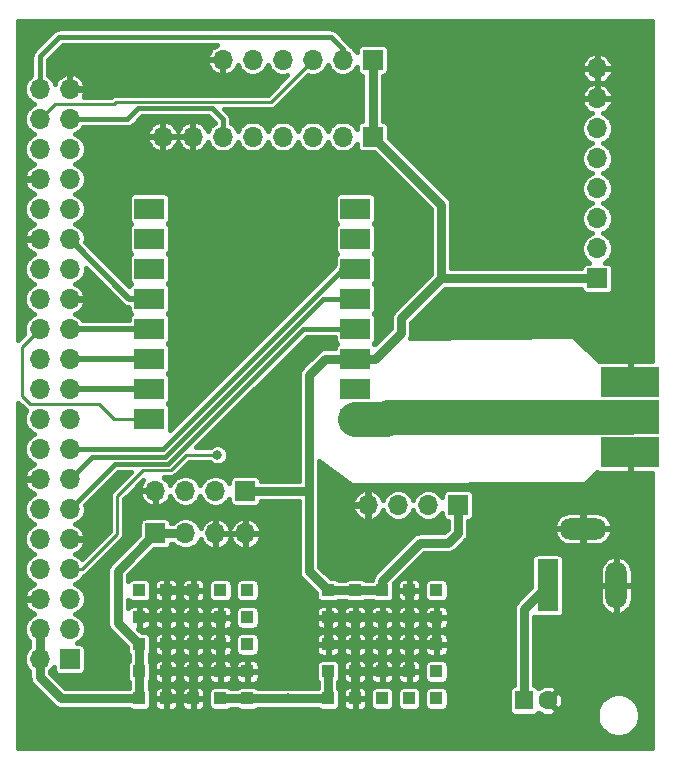
<source format=gbr>
%TF.GenerationSoftware,KiCad,Pcbnew,5.1.6-1.fc32*%
%TF.CreationDate,2020-08-31T12:32:43+02:00*%
%TF.ProjectId,pi-lora-board,70692d6c-6f72-4612-9d62-6f6172642e6b,rev?*%
%TF.SameCoordinates,Original*%
%TF.FileFunction,Copper,L1,Top*%
%TF.FilePolarity,Positive*%
%FSLAX46Y46*%
G04 Gerber Fmt 4.6, Leading zero omitted, Abs format (unit mm)*
G04 Created by KiCad (PCBNEW 5.1.6-1.fc32) date 2020-08-31 12:32:43*
%MOMM*%
%LPD*%
G01*
G04 APERTURE LIST*
%TA.AperFunction,ComponentPad*%
%ADD10O,1.700000X1.700000*%
%TD*%
%TA.AperFunction,ComponentPad*%
%ADD11R,1.700000X1.700000*%
%TD*%
%TA.AperFunction,ComponentPad*%
%ADD12R,1.800000X4.400000*%
%TD*%
%TA.AperFunction,ComponentPad*%
%ADD13O,1.800000X4.000000*%
%TD*%
%TA.AperFunction,ComponentPad*%
%ADD14O,4.000000X1.800000*%
%TD*%
%TA.AperFunction,SMDPad,CuDef*%
%ADD15R,2.500000X1.780000*%
%TD*%
%TA.AperFunction,SMDPad,CuDef*%
%ADD16R,5.000000X2.500000*%
%TD*%
%TA.AperFunction,SMDPad,CuDef*%
%ADD17R,5.000000X3.000000*%
%TD*%
%TA.AperFunction,ComponentPad*%
%ADD18R,1.600000X1.600000*%
%TD*%
%TA.AperFunction,ComponentPad*%
%ADD19C,1.600000*%
%TD*%
%TA.AperFunction,SMDPad,CuDef*%
%ADD20R,1.060000X1.060000*%
%TD*%
%TA.AperFunction,ViaPad*%
%ADD21C,0.800000*%
%TD*%
%TA.AperFunction,Conductor*%
%ADD22C,0.750000*%
%TD*%
%TA.AperFunction,Conductor*%
%ADD23C,0.500000*%
%TD*%
%TA.AperFunction,Conductor*%
%ADD24C,0.250000*%
%TD*%
%TA.AperFunction,Conductor*%
%ADD25C,0.400000*%
%TD*%
%TA.AperFunction,Conductor*%
%ADD26C,2.973060*%
%TD*%
G04 APERTURE END LIST*
D10*
%TO.P,J9,4*%
%TO.N,GND*%
X76420000Y-108600000D03*
%TO.P,J9,3*%
X73880000Y-108600000D03*
%TO.P,J9,2*%
%TO.N,+5V*%
X71340000Y-108600000D03*
D11*
%TO.P,J9,1*%
X68800000Y-108600000D03*
%TD*%
D10*
%TO.P,J8,8*%
%TO.N,GND*%
X69420000Y-75000000D03*
%TO.P,J8,7*%
X71960000Y-75000000D03*
%TO.P,J8,6*%
%TO.N,Net-(J2-Pad37)*%
X74500000Y-75000000D03*
%TO.P,J8,5*%
%TO.N,Net-(J2-Pad33)*%
X77040000Y-75000000D03*
%TO.P,J8,4*%
%TO.N,Net-(J2-Pad32)*%
X79580000Y-75000000D03*
%TO.P,J8,3*%
%TO.N,Net-(J2-Pad31)*%
X82120000Y-75000000D03*
%TO.P,J8,2*%
%TO.N,Net-(J2-Pad26)*%
X84660000Y-75000000D03*
D11*
%TO.P,J8,1*%
%TO.N,+3V3*%
X87200000Y-75000000D03*
%TD*%
D10*
%TO.P,J7,4*%
%TO.N,GND*%
X68780000Y-105000000D03*
%TO.P,J7,3*%
%TO.N,Net-(J2-Pad10)*%
X71320000Y-105000000D03*
%TO.P,J7,2*%
%TO.N,Net-(J2-Pad8)*%
X73860000Y-105000000D03*
D11*
%TO.P,J7,1*%
%TO.N,+3V3*%
X76400000Y-105000000D03*
%TD*%
D10*
%TO.P,J6,8*%
%TO.N,GND*%
X106200000Y-69240000D03*
%TO.P,J6,7*%
X106200000Y-71780000D03*
%TO.P,J6,6*%
%TO.N,Net-(J2-Pad22)*%
X106200000Y-74320000D03*
%TO.P,J6,5*%
%TO.N,Net-(J2-Pad18)*%
X106200000Y-76860000D03*
%TO.P,J6,4*%
%TO.N,Net-(J2-Pad16)*%
X106200000Y-79400000D03*
%TO.P,J6,3*%
%TO.N,Net-(J2-Pad12)*%
X106200000Y-81940000D03*
%TO.P,J6,2*%
%TO.N,Net-(J2-Pad7)*%
X106200000Y-84480000D03*
D11*
%TO.P,J6,1*%
%TO.N,+3V3*%
X106200000Y-87020000D03*
%TD*%
D10*
%TO.P,J5,6*%
%TO.N,GND*%
X74500000Y-68500000D03*
%TO.P,J5,5*%
%TO.N,Net-(J2-Pad36)*%
X77040000Y-68500000D03*
%TO.P,J5,4*%
%TO.N,Net-(J2-Pad35)*%
X79580000Y-68500000D03*
%TO.P,J5,3*%
%TO.N,Net-(J2-Pad38)*%
X82120000Y-68500000D03*
%TO.P,J5,2*%
%TO.N,Net-(J2-Pad40)*%
X84660000Y-68500000D03*
D11*
%TO.P,J5,1*%
%TO.N,+3V3*%
X87200000Y-68500000D03*
%TD*%
D10*
%TO.P,J4,4*%
%TO.N,GND*%
X86800000Y-106200000D03*
%TO.P,J4,3*%
%TO.N,Net-(J2-Pad5)*%
X89340000Y-106200000D03*
%TO.P,J4,2*%
%TO.N,Net-(J2-Pad3)*%
X91880000Y-106200000D03*
D11*
%TO.P,J4,1*%
%TO.N,+3V3*%
X94420000Y-106200000D03*
%TD*%
D12*
%TO.P,J1,1*%
%TO.N,+VDC*%
X102000000Y-113000000D03*
D13*
%TO.P,J1,2*%
%TO.N,GND*%
X107800000Y-113000000D03*
D14*
%TO.P,J1,3*%
X105000000Y-108200000D03*
%TD*%
D15*
%TO.P,U3,16*%
%TO.N,/~SPI0_CE0*%
X68275000Y-98890000D03*
%TO.P,U3,1*%
%TO.N,/ANT*%
X85725000Y-98890000D03*
%TO.P,U3,15*%
%TO.N,/SPI0_MOSI*%
X68275000Y-96350000D03*
%TO.P,U3,2*%
%TO.N,GND*%
X85725000Y-96350000D03*
%TO.P,U3,14*%
%TO.N,/SPI0_MISO*%
X68275000Y-93810000D03*
%TO.P,U3,3*%
%TO.N,+3V3*%
X85725000Y-93810000D03*
%TO.P,U3,13*%
%TO.N,/SPI0_SCLK*%
X68275000Y-91270000D03*
%TO.P,U3,4*%
%TO.N,/LORA_RX_SW*%
X85725000Y-91270000D03*
%TO.P,U3,12*%
%TO.N,/LORA_RESET*%
X68275000Y-88730000D03*
%TO.P,U3,5*%
%TO.N,/LORA_TX_SW*%
X85725000Y-88730000D03*
%TO.P,U3,11*%
%TO.N,Net-(U3-Pad11)*%
X68275000Y-86190000D03*
%TO.P,U3,6*%
%TO.N,/LORA_DIO0*%
X85725000Y-86190000D03*
%TO.P,U3,10*%
%TO.N,Net-(U3-Pad10)*%
X68275000Y-83650000D03*
%TO.P,U3,7*%
%TO.N,Net-(U3-Pad7)*%
X85725000Y-83650000D03*
%TO.P,U3,9*%
%TO.N,Net-(U3-Pad9)*%
X68275000Y-81110000D03*
%TO.P,U3,8*%
%TO.N,Net-(U3-Pad8)*%
X85725000Y-81110000D03*
%TD*%
D16*
%TO.P,J3,2*%
%TO.N,GND*%
X109000000Y-101750000D03*
X109000000Y-95750000D03*
D17*
%TO.P,J3,1*%
%TO.N,/ANT*%
X109000000Y-98750000D03*
%TD*%
D18*
%TO.P,C1,1*%
%TO.N,+VDC*%
X100000000Y-122750000D03*
D19*
%TO.P,C1,2*%
%TO.N,GND*%
X102000000Y-122750000D03*
%TD*%
D11*
%TO.P,J2,1*%
%TO.N,Net-(J2-Pad1)*%
X61540000Y-119240000D03*
D10*
%TO.P,J2,2*%
%TO.N,+5V*%
X59000000Y-119240000D03*
%TO.P,J2,3*%
%TO.N,Net-(J2-Pad3)*%
X61540000Y-116700000D03*
%TO.P,J2,4*%
%TO.N,+5V*%
X59000000Y-116700000D03*
%TO.P,J2,5*%
%TO.N,Net-(J2-Pad5)*%
X61540000Y-114160000D03*
%TO.P,J2,6*%
%TO.N,GND*%
X59000000Y-114160000D03*
%TO.P,J2,7*%
%TO.N,Net-(J2-Pad7)*%
X61540000Y-111620000D03*
%TO.P,J2,8*%
%TO.N,Net-(J2-Pad8)*%
X59000000Y-111620000D03*
%TO.P,J2,9*%
%TO.N,GND*%
X61540000Y-109080000D03*
%TO.P,J2,10*%
%TO.N,Net-(J2-Pad10)*%
X59000000Y-109080000D03*
%TO.P,J2,11*%
%TO.N,/LORA_RX_SW*%
X61540000Y-106540000D03*
%TO.P,J2,12*%
%TO.N,Net-(J2-Pad12)*%
X59000000Y-106540000D03*
%TO.P,J2,13*%
%TO.N,/LORA_TX_SW*%
X61540000Y-104000000D03*
%TO.P,J2,14*%
%TO.N,GND*%
X59000000Y-104000000D03*
%TO.P,J2,15*%
%TO.N,/LORA_DIO0*%
X61540000Y-101460000D03*
%TO.P,J2,16*%
%TO.N,Net-(J2-Pad16)*%
X59000000Y-101460000D03*
%TO.P,J2,17*%
%TO.N,Net-(J2-Pad17)*%
X61540000Y-98920000D03*
%TO.P,J2,18*%
%TO.N,Net-(J2-Pad18)*%
X59000000Y-98920000D03*
%TO.P,J2,19*%
%TO.N,/SPI0_MOSI*%
X61540000Y-96380000D03*
%TO.P,J2,20*%
%TO.N,GND*%
X59000000Y-96380000D03*
%TO.P,J2,21*%
%TO.N,/SPI0_MISO*%
X61540000Y-93840000D03*
%TO.P,J2,22*%
%TO.N,Net-(J2-Pad22)*%
X59000000Y-93840000D03*
%TO.P,J2,23*%
%TO.N,/SPI0_SCLK*%
X61540000Y-91300000D03*
%TO.P,J2,24*%
%TO.N,/~SPI0_CE0*%
X59000000Y-91300000D03*
%TO.P,J2,25*%
%TO.N,GND*%
X61540000Y-88760000D03*
%TO.P,J2,26*%
%TO.N,Net-(J2-Pad26)*%
X59000000Y-88760000D03*
%TO.P,J2,27*%
%TO.N,Net-(J2-Pad27)*%
X61540000Y-86220000D03*
%TO.P,J2,28*%
%TO.N,Net-(J2-Pad28)*%
X59000000Y-86220000D03*
%TO.P,J2,29*%
%TO.N,/LORA_RESET*%
X61540000Y-83680000D03*
%TO.P,J2,30*%
%TO.N,GND*%
X59000000Y-83680000D03*
%TO.P,J2,31*%
%TO.N,Net-(J2-Pad31)*%
X61540000Y-81140000D03*
%TO.P,J2,32*%
%TO.N,Net-(J2-Pad32)*%
X59000000Y-81140000D03*
%TO.P,J2,33*%
%TO.N,Net-(J2-Pad33)*%
X61540000Y-78600000D03*
%TO.P,J2,34*%
%TO.N,GND*%
X59000000Y-78600000D03*
%TO.P,J2,35*%
%TO.N,Net-(J2-Pad35)*%
X61540000Y-76060000D03*
%TO.P,J2,36*%
%TO.N,Net-(J2-Pad36)*%
X59000000Y-76060000D03*
%TO.P,J2,37*%
%TO.N,Net-(J2-Pad37)*%
X61540000Y-73520000D03*
%TO.P,J2,38*%
%TO.N,Net-(J2-Pad38)*%
X59000000Y-73520000D03*
%TO.P,J2,39*%
%TO.N,GND*%
X61540000Y-70980000D03*
%TO.P,J2,40*%
%TO.N,Net-(J2-Pad40)*%
X59000000Y-70980000D03*
%TD*%
D20*
%TO.P,U1,E5*%
%TO.N,Net-(U1-PadE5)*%
X92580000Y-113420000D03*
%TO.P,U1,D5*%
%TO.N,GND*%
X90290000Y-113420000D03*
%TO.P,U1,C5*%
%TO.N,+3V3*%
X88000000Y-113420000D03*
%TO.P,U1,B5*%
X85710000Y-113420000D03*
%TO.P,U1,A5*%
X83420000Y-113420000D03*
%TO.P,U1,E4*%
%TO.N,GND*%
X92580000Y-115710000D03*
%TO.P,U1,D4*%
X90290000Y-115710000D03*
%TO.P,U1,C4*%
X88000000Y-115710000D03*
%TO.P,U1,B4*%
X85710000Y-115710000D03*
%TO.P,U1,A4*%
X83420000Y-115710000D03*
%TO.P,U1,E3*%
X92580000Y-118000000D03*
%TO.P,U1,D3*%
X90290000Y-118000000D03*
%TO.P,U1,C3*%
X88000000Y-118000000D03*
%TO.P,U1,B3*%
X85710000Y-118000000D03*
%TO.P,U1,A3*%
X83420000Y-118000000D03*
%TO.P,U1,E2*%
%TO.N,Net-(U1-PadE2)*%
X92580000Y-120290000D03*
%TO.P,U1,D2*%
%TO.N,GND*%
X90290000Y-120290000D03*
%TO.P,U1,C2*%
X88000000Y-120290000D03*
%TO.P,U1,B2*%
X85710000Y-120290000D03*
%TO.P,U1,A2*%
%TO.N,+VDC*%
X83420000Y-120290000D03*
%TO.P,U1,E1*%
%TO.N,Net-(U1-PadE1)*%
X92580000Y-122580000D03*
%TO.P,U1,D1*%
%TO.N,Net-(U1-PadD1)*%
X90290000Y-122580000D03*
%TO.P,U1,C1*%
%TO.N,Net-(U1-PadC1)*%
X88000000Y-122580000D03*
%TO.P,U1,B1*%
%TO.N,GND*%
X85710000Y-122580000D03*
%TO.P,U1,A1*%
%TO.N,+VDC*%
X83420000Y-122580000D03*
%TD*%
%TO.P,U2,A1*%
%TO.N,+VDC*%
X76580000Y-122580000D03*
%TO.P,U2,B1*%
%TO.N,GND*%
X76580000Y-120290000D03*
%TO.P,U2,C1*%
%TO.N,Net-(U2-PadC1)*%
X76580000Y-118000000D03*
%TO.P,U2,D1*%
%TO.N,Net-(U2-PadD1)*%
X76580000Y-115710000D03*
%TO.P,U2,E1*%
%TO.N,Net-(U2-PadE1)*%
X76580000Y-113420000D03*
%TO.P,U2,A2*%
%TO.N,+VDC*%
X74290000Y-122580000D03*
%TO.P,U2,B2*%
%TO.N,GND*%
X74290000Y-120290000D03*
%TO.P,U2,C2*%
X74290000Y-118000000D03*
%TO.P,U2,D2*%
X74290000Y-115710000D03*
%TO.P,U2,E2*%
%TO.N,Net-(U2-PadE2)*%
X74290000Y-113420000D03*
%TO.P,U2,A3*%
%TO.N,GND*%
X72000000Y-122580000D03*
%TO.P,U2,B3*%
X72000000Y-120290000D03*
%TO.P,U2,C3*%
X72000000Y-118000000D03*
%TO.P,U2,D3*%
X72000000Y-115710000D03*
%TO.P,U2,E3*%
X72000000Y-113420000D03*
%TO.P,U2,A4*%
X69710000Y-122580000D03*
%TO.P,U2,B4*%
X69710000Y-120290000D03*
%TO.P,U2,C4*%
X69710000Y-118000000D03*
%TO.P,U2,D4*%
X69710000Y-115710000D03*
%TO.P,U2,E4*%
X69710000Y-113420000D03*
%TO.P,U2,A5*%
%TO.N,+5V*%
X67420000Y-122580000D03*
%TO.P,U2,B5*%
X67420000Y-120290000D03*
%TO.P,U2,C5*%
X67420000Y-118000000D03*
%TO.P,U2,D5*%
%TO.N,GND*%
X67420000Y-115710000D03*
%TO.P,U2,E5*%
%TO.N,Net-(U2-PadE5)*%
X67420000Y-113420000D03*
%TD*%
D21*
%TO.N,+VDC*%
X80020000Y-122580000D03*
%TO.N,GND*%
X85700000Y-96300000D03*
X77000000Y-99500000D03*
X72500000Y-83500000D03*
X72500000Y-90000000D03*
X77500000Y-86500000D03*
X80000000Y-94500000D03*
X80200000Y-115400000D03*
X63800000Y-115400000D03*
X63400000Y-124900000D03*
X83100000Y-71700000D03*
X90200000Y-84900000D03*
X91000000Y-68700000D03*
X92100000Y-71900000D03*
X93500000Y-77400000D03*
X99400000Y-72900000D03*
X109500000Y-78400000D03*
X109400000Y-87200000D03*
X73200000Y-125200000D03*
X80900000Y-125400000D03*
X90000000Y-125400000D03*
X102700000Y-90100000D03*
X72400000Y-94600000D03*
X64900000Y-83400000D03*
%TO.N,Net-(J2-Pad7)*%
X74050000Y-101950000D03*
%TD*%
D22*
%TO.N,+VDC*%
X102000000Y-113000000D02*
X101750000Y-113000000D01*
X100000000Y-115000000D02*
X100000000Y-122750000D01*
X102000000Y-113000000D02*
X100000000Y-115000000D01*
X83420000Y-120290000D02*
X83420000Y-122580000D01*
X74290000Y-122580000D02*
X76580000Y-122580000D01*
X76580000Y-122580000D02*
X80020000Y-122580000D01*
X80020000Y-122580000D02*
X83420000Y-122580000D01*
%TO.N,GND*%
X83420000Y-115710000D02*
X83420000Y-118000000D01*
X83420000Y-115710000D02*
X85710000Y-115710000D01*
X83420000Y-118000000D02*
X85710000Y-118000000D01*
X85710000Y-115710000D02*
X85710000Y-118000000D01*
X85710000Y-115710000D02*
X92580000Y-115710000D01*
X85710000Y-118000000D02*
X92580000Y-118000000D01*
X90290000Y-113420000D02*
X90290000Y-120290000D01*
X92580000Y-115710000D02*
X92580000Y-118000000D01*
X88000000Y-115710000D02*
X88000000Y-120290000D01*
X90290000Y-120290000D02*
X85710000Y-120290000D01*
X85710000Y-115710000D02*
X85710000Y-122580000D01*
X67420000Y-115710000D02*
X74290000Y-115710000D01*
X69710000Y-113420000D02*
X69710000Y-122580000D01*
X72000000Y-113420000D02*
X72000000Y-122580000D01*
X74290000Y-115710000D02*
X74290000Y-120290000D01*
X69710000Y-120290000D02*
X76580000Y-120290000D01*
X69710000Y-122580000D02*
X72000000Y-122580000D01*
X69710000Y-118000000D02*
X72000000Y-118000000D01*
X69710000Y-113420000D02*
X72000000Y-113420000D01*
X72000000Y-118000000D02*
X74290000Y-118000000D01*
%TO.N,+5V*%
X59000000Y-119240000D02*
X59000000Y-116700000D01*
D23*
X67420000Y-118000000D02*
X67420000Y-120290000D01*
X67420000Y-122580000D02*
X67420000Y-120290000D01*
X59000000Y-119240000D02*
X59000000Y-120800000D01*
D22*
X67420000Y-118000000D02*
X67420000Y-122580000D01*
X62144998Y-122580000D02*
X60780000Y-122580000D01*
X67420000Y-122580000D02*
X62144998Y-122580000D01*
X59000000Y-120800000D02*
X59000000Y-116700000D01*
X60780000Y-122580000D02*
X59000000Y-120800000D01*
X68800000Y-108600000D02*
X71340000Y-108600000D01*
X65600000Y-111800000D02*
X68800000Y-108600000D01*
X65600000Y-116180000D02*
X65600000Y-111800000D01*
X67420000Y-118000000D02*
X65600000Y-116180000D01*
D24*
%TO.N,Net-(J2-Pad7)*%
X61540000Y-111620000D02*
X62580000Y-111620000D01*
X67764970Y-103235030D02*
X70075241Y-103235029D01*
X65550000Y-105450000D02*
X67764970Y-103235030D01*
X65550000Y-108650000D02*
X65550000Y-105450000D01*
X62580000Y-111620000D02*
X65550000Y-108650000D01*
X71360270Y-101950000D02*
X74050000Y-101950000D01*
X70075241Y-103235029D02*
X71360270Y-101950000D01*
D23*
%TO.N,/LORA_RESET*%
X66590000Y-88730000D02*
X68275000Y-88730000D01*
X61540000Y-83680000D02*
X66590000Y-88730000D01*
%TO.N,/LORA_DIO0*%
X84610000Y-86190000D02*
X85725000Y-86190000D01*
D25*
X84680710Y-86190000D02*
X85725000Y-86190000D01*
X69410710Y-101460000D02*
X84680710Y-86190000D01*
X61540000Y-101460000D02*
X69410710Y-101460000D01*
D23*
%TO.N,/SPI0_MOSI*%
X68245000Y-96380000D02*
X68275000Y-96350000D01*
X61540000Y-96380000D02*
X68245000Y-96380000D01*
%TO.N,/SPI0_MISO*%
X68245000Y-93840000D02*
X68275000Y-93810000D01*
X61540000Y-93840000D02*
X68245000Y-93840000D01*
D24*
%TO.N,/LORA_RX_SW*%
X85539998Y-91270000D02*
X85725000Y-91270000D01*
D25*
X81297794Y-91270000D02*
X69857774Y-102710020D01*
X85725000Y-91270000D02*
X81297794Y-91270000D01*
X65369980Y-102710020D02*
X61540000Y-106540000D01*
X69857774Y-102710020D02*
X65369980Y-102710020D01*
D23*
%TO.N,/SPI0_SCLK*%
X68245000Y-91300000D02*
X68275000Y-91270000D01*
X61540000Y-91300000D02*
X68245000Y-91300000D01*
D24*
%TO.N,/~SPI0_CE0*%
X65290000Y-98890000D02*
X68275000Y-98890000D01*
X64050000Y-97650000D02*
X65290000Y-98890000D01*
X58200000Y-97650000D02*
X64050000Y-97650000D01*
X57500000Y-92800000D02*
X57500000Y-96950000D01*
X57500000Y-96950000D02*
X58200000Y-97650000D01*
X59000000Y-91300000D02*
X57500000Y-92800000D01*
%TO.N,/LORA_TX_SW*%
X85539998Y-88730000D02*
X85725000Y-88730000D01*
D25*
X61540000Y-104000000D02*
X63429990Y-102110010D01*
X82989252Y-88730000D02*
X85725000Y-88730000D01*
X69609242Y-102110010D02*
X82989252Y-88730000D01*
X63429990Y-102110010D02*
X69609242Y-102110010D01*
D24*
%TO.N,Net-(J2-Pad38)*%
X60270000Y-72250000D02*
X59000000Y-73520000D01*
X65300000Y-72250000D02*
X60270000Y-72250000D01*
X65475010Y-72074990D02*
X65300000Y-72250000D01*
X78545010Y-72074990D02*
X65475010Y-72074990D01*
X82120000Y-68500000D02*
X78545010Y-72074990D01*
D25*
%TO.N,Net-(J2-Pad40)*%
X59000000Y-70980000D02*
X59000000Y-68200000D01*
X59000000Y-68200000D02*
X60650000Y-66550000D01*
X60650000Y-66550000D02*
X83650000Y-66550000D01*
X84660000Y-67560000D02*
X84660000Y-68500000D01*
X83650000Y-66550000D02*
X84660000Y-67560000D01*
D23*
%TO.N,+3V3*%
X88000000Y-113420000D02*
X85710000Y-113420000D01*
X85710000Y-113420000D02*
X83420000Y-113420000D01*
D22*
X88000000Y-113420000D02*
X83420000Y-113420000D01*
X83190000Y-93810000D02*
X85725000Y-93810000D01*
X81800000Y-95200000D02*
X83190000Y-93810000D01*
X83420000Y-113420000D02*
X81800000Y-111800000D01*
X88000000Y-113420000D02*
X88000000Y-112600000D01*
X88000000Y-112600000D02*
X91200000Y-109400000D01*
X91200000Y-109400000D02*
X93600000Y-109400000D01*
X94420000Y-108580000D02*
X94420000Y-106200000D01*
X93600000Y-109400000D02*
X94420000Y-108580000D01*
X76400000Y-105000000D02*
X81800000Y-105000000D01*
X81800000Y-105000000D02*
X81800000Y-95200000D01*
X81800000Y-111800000D02*
X81800000Y-105000000D01*
X85725000Y-93810000D02*
X87390000Y-93810000D01*
X87390000Y-93810000D02*
X89600000Y-91600000D01*
X89600000Y-91600000D02*
X89600000Y-90400000D01*
X92980000Y-87020000D02*
X106200000Y-87020000D01*
X89600000Y-90400000D02*
X92980000Y-87020000D01*
X92980000Y-80780000D02*
X87200000Y-75000000D01*
X92980000Y-87020000D02*
X92980000Y-80780000D01*
X87200000Y-75000000D02*
X87200000Y-68500000D01*
D25*
%TO.N,Net-(J2-Pad37)*%
X61540000Y-73520000D02*
X66430000Y-73520000D01*
X66430000Y-73520000D02*
X67350000Y-72600000D01*
X67350000Y-72600000D02*
X73550000Y-72600000D01*
X74500000Y-73550000D02*
X74500000Y-75000000D01*
X73550000Y-72600000D02*
X74500000Y-73550000D01*
D26*
%TO.N,/ANT*%
X88324225Y-98926531D02*
X85725000Y-98926531D01*
X88500756Y-98750000D02*
X88324225Y-98926531D01*
X109000000Y-98750000D02*
X88500756Y-98750000D01*
%TD*%
D25*
%TO.N,GND*%
G36*
X57736350Y-98070234D02*
G01*
X57755920Y-98094080D01*
X57779765Y-98113649D01*
X57779768Y-98113652D01*
X57851087Y-98172182D01*
X57851089Y-98172183D01*
X57869477Y-98182012D01*
X57803646Y-98280535D01*
X57701880Y-98526220D01*
X57650000Y-98787037D01*
X57650000Y-99052963D01*
X57701880Y-99313780D01*
X57803646Y-99559465D01*
X57951387Y-99780575D01*
X58139425Y-99968613D01*
X58360535Y-100116354D01*
X58538332Y-100190000D01*
X58360535Y-100263646D01*
X58139425Y-100411387D01*
X57951387Y-100599425D01*
X57803646Y-100820535D01*
X57701880Y-101066220D01*
X57650000Y-101327037D01*
X57650000Y-101592963D01*
X57701880Y-101853780D01*
X57803646Y-102099465D01*
X57951387Y-102320575D01*
X58139425Y-102508613D01*
X58360535Y-102656354D01*
X58546600Y-102733424D01*
X58486153Y-102751614D01*
X58252478Y-102875848D01*
X58047530Y-103043283D01*
X57879185Y-103247484D01*
X57753913Y-103480604D01*
X57676527Y-103733684D01*
X57675357Y-103739574D01*
X57776021Y-103950000D01*
X58950000Y-103950000D01*
X58950000Y-103930000D01*
X59050000Y-103930000D01*
X59050000Y-103950000D01*
X59070000Y-103950000D01*
X59070000Y-104050000D01*
X59050000Y-104050000D01*
X59050000Y-104070000D01*
X58950000Y-104070000D01*
X58950000Y-104050000D01*
X57776021Y-104050000D01*
X57675357Y-104260426D01*
X57676527Y-104266316D01*
X57753913Y-104519396D01*
X57879185Y-104752516D01*
X58047530Y-104956717D01*
X58252478Y-105124152D01*
X58486153Y-105248386D01*
X58546600Y-105266576D01*
X58360535Y-105343646D01*
X58139425Y-105491387D01*
X57951387Y-105679425D01*
X57803646Y-105900535D01*
X57701880Y-106146220D01*
X57650000Y-106407037D01*
X57650000Y-106672963D01*
X57701880Y-106933780D01*
X57803646Y-107179465D01*
X57951387Y-107400575D01*
X58139425Y-107588613D01*
X58360535Y-107736354D01*
X58538332Y-107810000D01*
X58360535Y-107883646D01*
X58139425Y-108031387D01*
X57951387Y-108219425D01*
X57803646Y-108440535D01*
X57701880Y-108686220D01*
X57650000Y-108947037D01*
X57650000Y-109212963D01*
X57701880Y-109473780D01*
X57803646Y-109719465D01*
X57951387Y-109940575D01*
X58139425Y-110128613D01*
X58360535Y-110276354D01*
X58538332Y-110350000D01*
X58360535Y-110423646D01*
X58139425Y-110571387D01*
X57951387Y-110759425D01*
X57803646Y-110980535D01*
X57701880Y-111226220D01*
X57650000Y-111487037D01*
X57650000Y-111752963D01*
X57701880Y-112013780D01*
X57803646Y-112259465D01*
X57951387Y-112480575D01*
X58139425Y-112668613D01*
X58360535Y-112816354D01*
X58546600Y-112893424D01*
X58486153Y-112911614D01*
X58252478Y-113035848D01*
X58047530Y-113203283D01*
X57879185Y-113407484D01*
X57753913Y-113640604D01*
X57676527Y-113893684D01*
X57675357Y-113899574D01*
X57776021Y-114110000D01*
X58950000Y-114110000D01*
X58950000Y-114090000D01*
X59050000Y-114090000D01*
X59050000Y-114110000D01*
X59070000Y-114110000D01*
X59070000Y-114210000D01*
X59050000Y-114210000D01*
X59050000Y-114230000D01*
X58950000Y-114230000D01*
X58950000Y-114210000D01*
X57776021Y-114210000D01*
X57675357Y-114420426D01*
X57676527Y-114426316D01*
X57753913Y-114679396D01*
X57879185Y-114912516D01*
X58047530Y-115116717D01*
X58252478Y-115284152D01*
X58486153Y-115408386D01*
X58546600Y-115426576D01*
X58360535Y-115503646D01*
X58139425Y-115651387D01*
X57951387Y-115839425D01*
X57803646Y-116060535D01*
X57701880Y-116306220D01*
X57650000Y-116567037D01*
X57650000Y-116832963D01*
X57701880Y-117093780D01*
X57803646Y-117339465D01*
X57951387Y-117560575D01*
X58125001Y-117734189D01*
X58125000Y-118205812D01*
X57951387Y-118379425D01*
X57803646Y-118600535D01*
X57701880Y-118846220D01*
X57650000Y-119107037D01*
X57650000Y-119372963D01*
X57701880Y-119633780D01*
X57803646Y-119879465D01*
X57951387Y-120100575D01*
X58125000Y-120274188D01*
X58125000Y-120757021D01*
X58120767Y-120800000D01*
X58125000Y-120842978D01*
X58137661Y-120971529D01*
X58187695Y-121136467D01*
X58268944Y-121288475D01*
X58378288Y-121421712D01*
X58411680Y-121449116D01*
X60130888Y-123168325D01*
X60158288Y-123201712D01*
X60291524Y-123311056D01*
X60437590Y-123389129D01*
X60443532Y-123392305D01*
X60608469Y-123442339D01*
X60779999Y-123459233D01*
X60822978Y-123455000D01*
X66526313Y-123455000D01*
X66534736Y-123465264D01*
X66610871Y-123527746D01*
X66697733Y-123574175D01*
X66791983Y-123602765D01*
X66890000Y-123612419D01*
X67950000Y-123612419D01*
X68048017Y-123602765D01*
X68142267Y-123574175D01*
X68229129Y-123527746D01*
X68305264Y-123465264D01*
X68367746Y-123389129D01*
X68414175Y-123302267D01*
X68442765Y-123208017D01*
X68452419Y-123110000D01*
X68677581Y-123110000D01*
X68687235Y-123208017D01*
X68715825Y-123302267D01*
X68762254Y-123389129D01*
X68824736Y-123465264D01*
X68900871Y-123527746D01*
X68987733Y-123574175D01*
X69081983Y-123602765D01*
X69180000Y-123612419D01*
X69535000Y-123610000D01*
X69660000Y-123485000D01*
X69660000Y-122630000D01*
X69760000Y-122630000D01*
X69760000Y-123485000D01*
X69885000Y-123610000D01*
X70240000Y-123612419D01*
X70338017Y-123602765D01*
X70432267Y-123574175D01*
X70519129Y-123527746D01*
X70595264Y-123465264D01*
X70657746Y-123389129D01*
X70704175Y-123302267D01*
X70732765Y-123208017D01*
X70742419Y-123110000D01*
X70967581Y-123110000D01*
X70977235Y-123208017D01*
X71005825Y-123302267D01*
X71052254Y-123389129D01*
X71114736Y-123465264D01*
X71190871Y-123527746D01*
X71277733Y-123574175D01*
X71371983Y-123602765D01*
X71470000Y-123612419D01*
X71825000Y-123610000D01*
X71950000Y-123485000D01*
X71950000Y-122630000D01*
X72050000Y-122630000D01*
X72050000Y-123485000D01*
X72175000Y-123610000D01*
X72530000Y-123612419D01*
X72628017Y-123602765D01*
X72722267Y-123574175D01*
X72809129Y-123527746D01*
X72885264Y-123465264D01*
X72947746Y-123389129D01*
X72994175Y-123302267D01*
X73022765Y-123208017D01*
X73032419Y-123110000D01*
X73030000Y-122755000D01*
X72905000Y-122630000D01*
X72050000Y-122630000D01*
X71950000Y-122630000D01*
X71095000Y-122630000D01*
X70970000Y-122755000D01*
X70967581Y-123110000D01*
X70742419Y-123110000D01*
X70740000Y-122755000D01*
X70615000Y-122630000D01*
X69760000Y-122630000D01*
X69660000Y-122630000D01*
X68805000Y-122630000D01*
X68680000Y-122755000D01*
X68677581Y-123110000D01*
X68452419Y-123110000D01*
X68452419Y-122050000D01*
X68677581Y-122050000D01*
X68680000Y-122405000D01*
X68805000Y-122530000D01*
X69660000Y-122530000D01*
X69660000Y-121675000D01*
X69760000Y-121675000D01*
X69760000Y-122530000D01*
X70615000Y-122530000D01*
X70740000Y-122405000D01*
X70742419Y-122050000D01*
X70967581Y-122050000D01*
X70970000Y-122405000D01*
X71095000Y-122530000D01*
X71950000Y-122530000D01*
X71950000Y-121675000D01*
X72050000Y-121675000D01*
X72050000Y-122530000D01*
X72905000Y-122530000D01*
X73030000Y-122405000D01*
X73032419Y-122050000D01*
X73257581Y-122050000D01*
X73257581Y-123110000D01*
X73267235Y-123208017D01*
X73295825Y-123302267D01*
X73342254Y-123389129D01*
X73404736Y-123465264D01*
X73480871Y-123527746D01*
X73567733Y-123574175D01*
X73661983Y-123602765D01*
X73760000Y-123612419D01*
X74820000Y-123612419D01*
X74918017Y-123602765D01*
X75012267Y-123574175D01*
X75099129Y-123527746D01*
X75175264Y-123465264D01*
X75183687Y-123455000D01*
X75686313Y-123455000D01*
X75694736Y-123465264D01*
X75770871Y-123527746D01*
X75857733Y-123574175D01*
X75951983Y-123602765D01*
X76050000Y-123612419D01*
X77110000Y-123612419D01*
X77208017Y-123602765D01*
X77302267Y-123574175D01*
X77389129Y-123527746D01*
X77465264Y-123465264D01*
X77473687Y-123455000D01*
X79805673Y-123455000D01*
X79931358Y-123480000D01*
X80108642Y-123480000D01*
X80234327Y-123455000D01*
X82526313Y-123455000D01*
X82534736Y-123465264D01*
X82610871Y-123527746D01*
X82697733Y-123574175D01*
X82791983Y-123602765D01*
X82890000Y-123612419D01*
X83950000Y-123612419D01*
X84048017Y-123602765D01*
X84142267Y-123574175D01*
X84229129Y-123527746D01*
X84305264Y-123465264D01*
X84367746Y-123389129D01*
X84414175Y-123302267D01*
X84442765Y-123208017D01*
X84452419Y-123110000D01*
X84677581Y-123110000D01*
X84687235Y-123208017D01*
X84715825Y-123302267D01*
X84762254Y-123389129D01*
X84824736Y-123465264D01*
X84900871Y-123527746D01*
X84987733Y-123574175D01*
X85081983Y-123602765D01*
X85180000Y-123612419D01*
X85535000Y-123610000D01*
X85660000Y-123485000D01*
X85660000Y-122630000D01*
X85760000Y-122630000D01*
X85760000Y-123485000D01*
X85885000Y-123610000D01*
X86240000Y-123612419D01*
X86338017Y-123602765D01*
X86432267Y-123574175D01*
X86519129Y-123527746D01*
X86595264Y-123465264D01*
X86657746Y-123389129D01*
X86704175Y-123302267D01*
X86732765Y-123208017D01*
X86742419Y-123110000D01*
X86740000Y-122755000D01*
X86615000Y-122630000D01*
X85760000Y-122630000D01*
X85660000Y-122630000D01*
X84805000Y-122630000D01*
X84680000Y-122755000D01*
X84677581Y-123110000D01*
X84452419Y-123110000D01*
X84452419Y-122050000D01*
X84677581Y-122050000D01*
X84680000Y-122405000D01*
X84805000Y-122530000D01*
X85660000Y-122530000D01*
X85660000Y-121675000D01*
X85760000Y-121675000D01*
X85760000Y-122530000D01*
X86615000Y-122530000D01*
X86740000Y-122405000D01*
X86742419Y-122050000D01*
X86967581Y-122050000D01*
X86967581Y-123110000D01*
X86977235Y-123208017D01*
X87005825Y-123302267D01*
X87052254Y-123389129D01*
X87114736Y-123465264D01*
X87190871Y-123527746D01*
X87277733Y-123574175D01*
X87371983Y-123602765D01*
X87470000Y-123612419D01*
X88530000Y-123612419D01*
X88628017Y-123602765D01*
X88722267Y-123574175D01*
X88809129Y-123527746D01*
X88885264Y-123465264D01*
X88947746Y-123389129D01*
X88994175Y-123302267D01*
X89022765Y-123208017D01*
X89032419Y-123110000D01*
X89032419Y-122050000D01*
X89257581Y-122050000D01*
X89257581Y-123110000D01*
X89267235Y-123208017D01*
X89295825Y-123302267D01*
X89342254Y-123389129D01*
X89404736Y-123465264D01*
X89480871Y-123527746D01*
X89567733Y-123574175D01*
X89661983Y-123602765D01*
X89760000Y-123612419D01*
X90820000Y-123612419D01*
X90918017Y-123602765D01*
X91012267Y-123574175D01*
X91099129Y-123527746D01*
X91175264Y-123465264D01*
X91237746Y-123389129D01*
X91284175Y-123302267D01*
X91312765Y-123208017D01*
X91322419Y-123110000D01*
X91322419Y-122050000D01*
X91547581Y-122050000D01*
X91547581Y-123110000D01*
X91557235Y-123208017D01*
X91585825Y-123302267D01*
X91632254Y-123389129D01*
X91694736Y-123465264D01*
X91770871Y-123527746D01*
X91857733Y-123574175D01*
X91951983Y-123602765D01*
X92050000Y-123612419D01*
X93110000Y-123612419D01*
X93208017Y-123602765D01*
X93302267Y-123574175D01*
X93389129Y-123527746D01*
X93465264Y-123465264D01*
X93527746Y-123389129D01*
X93574175Y-123302267D01*
X93602765Y-123208017D01*
X93612419Y-123110000D01*
X93612419Y-122050000D01*
X93602765Y-121951983D01*
X93602164Y-121950000D01*
X98697581Y-121950000D01*
X98697581Y-123550000D01*
X98707235Y-123648017D01*
X98735825Y-123742267D01*
X98782254Y-123829129D01*
X98844736Y-123905264D01*
X98920871Y-123967746D01*
X99007733Y-124014175D01*
X99101983Y-124042765D01*
X99200000Y-124052419D01*
X100800000Y-124052419D01*
X100898017Y-124042765D01*
X100992267Y-124014175D01*
X101079129Y-123967746D01*
X101155264Y-123905264D01*
X101217746Y-123829129D01*
X101250499Y-123767853D01*
X101273195Y-123835425D01*
X101498917Y-123956362D01*
X101743894Y-124030938D01*
X101998714Y-124056289D01*
X102253583Y-124031439D01*
X102498707Y-123957345D01*
X102724666Y-123836854D01*
X102726805Y-123835425D01*
X102732727Y-123817791D01*
X106150000Y-123817791D01*
X106150000Y-124182209D01*
X106221095Y-124539625D01*
X106360552Y-124876303D01*
X106563011Y-125179306D01*
X106820694Y-125436989D01*
X107123697Y-125639448D01*
X107460375Y-125778905D01*
X107817791Y-125850000D01*
X108182209Y-125850000D01*
X108539625Y-125778905D01*
X108876303Y-125639448D01*
X109179306Y-125436989D01*
X109436989Y-125179306D01*
X109639448Y-124876303D01*
X109778905Y-124539625D01*
X109850000Y-124182209D01*
X109850000Y-123817791D01*
X109778905Y-123460375D01*
X109639448Y-123123697D01*
X109436989Y-122820694D01*
X109179306Y-122563011D01*
X108876303Y-122360552D01*
X108539625Y-122221095D01*
X108182209Y-122150000D01*
X107817791Y-122150000D01*
X107460375Y-122221095D01*
X107123697Y-122360552D01*
X106820694Y-122563011D01*
X106563011Y-122820694D01*
X106360552Y-123123697D01*
X106221095Y-123460375D01*
X106150000Y-123817791D01*
X102732727Y-123817791D01*
X102799194Y-123619905D01*
X102000000Y-122820711D01*
X101985858Y-122834853D01*
X101915147Y-122764142D01*
X101929289Y-122750000D01*
X102070711Y-122750000D01*
X102869905Y-123549194D01*
X103085425Y-123476805D01*
X103206362Y-123251083D01*
X103280938Y-123006106D01*
X103306289Y-122751286D01*
X103281439Y-122496417D01*
X103207345Y-122251293D01*
X103086854Y-122025334D01*
X103085425Y-122023195D01*
X102869905Y-121950806D01*
X102070711Y-122750000D01*
X101929289Y-122750000D01*
X101915147Y-122735858D01*
X101985858Y-122665147D01*
X102000000Y-122679289D01*
X102799194Y-121880095D01*
X102726805Y-121664575D01*
X102501083Y-121543638D01*
X102256106Y-121469062D01*
X102001286Y-121443711D01*
X101746417Y-121468561D01*
X101501293Y-121542655D01*
X101275334Y-121663146D01*
X101273195Y-121664575D01*
X101250499Y-121732147D01*
X101217746Y-121670871D01*
X101155264Y-121594736D01*
X101079129Y-121532254D01*
X100992267Y-121485825D01*
X100898017Y-121457235D01*
X100875000Y-121454968D01*
X100875000Y-115646679D01*
X100907733Y-115664175D01*
X101001983Y-115692765D01*
X101100000Y-115702419D01*
X102900000Y-115702419D01*
X102998017Y-115692765D01*
X103092267Y-115664175D01*
X103179129Y-115617746D01*
X103255264Y-115555264D01*
X103317746Y-115479129D01*
X103364175Y-115392267D01*
X103392765Y-115298017D01*
X103402419Y-115200000D01*
X103402419Y-113050000D01*
X106400000Y-113050000D01*
X106400000Y-114150000D01*
X106436655Y-114422166D01*
X106525703Y-114681951D01*
X106663721Y-114919372D01*
X106845406Y-115125305D01*
X107063775Y-115291836D01*
X107310437Y-115412566D01*
X107531747Y-115474060D01*
X107750000Y-115374019D01*
X107750000Y-113050000D01*
X107850000Y-113050000D01*
X107850000Y-115374019D01*
X108068253Y-115474060D01*
X108289563Y-115412566D01*
X108536225Y-115291836D01*
X108754594Y-115125305D01*
X108936279Y-114919372D01*
X109074297Y-114681951D01*
X109163345Y-114422166D01*
X109200000Y-114150000D01*
X109200000Y-113050000D01*
X107850000Y-113050000D01*
X107750000Y-113050000D01*
X106400000Y-113050000D01*
X103402419Y-113050000D01*
X103402419Y-111850000D01*
X106400000Y-111850000D01*
X106400000Y-112950000D01*
X107750000Y-112950000D01*
X107750000Y-110625981D01*
X107850000Y-110625981D01*
X107850000Y-112950000D01*
X109200000Y-112950000D01*
X109200000Y-111850000D01*
X109163345Y-111577834D01*
X109074297Y-111318049D01*
X108936279Y-111080628D01*
X108754594Y-110874695D01*
X108536225Y-110708164D01*
X108289563Y-110587434D01*
X108068253Y-110525940D01*
X107850000Y-110625981D01*
X107750000Y-110625981D01*
X107531747Y-110525940D01*
X107310437Y-110587434D01*
X107063775Y-110708164D01*
X106845406Y-110874695D01*
X106663721Y-111080628D01*
X106525703Y-111318049D01*
X106436655Y-111577834D01*
X106400000Y-111850000D01*
X103402419Y-111850000D01*
X103402419Y-110800000D01*
X103392765Y-110701983D01*
X103364175Y-110607733D01*
X103317746Y-110520871D01*
X103255264Y-110444736D01*
X103179129Y-110382254D01*
X103092267Y-110335825D01*
X102998017Y-110307235D01*
X102900000Y-110297581D01*
X101100000Y-110297581D01*
X101001983Y-110307235D01*
X100907733Y-110335825D01*
X100820871Y-110382254D01*
X100744736Y-110444736D01*
X100682254Y-110520871D01*
X100635825Y-110607733D01*
X100607235Y-110701983D01*
X100597581Y-110800000D01*
X100597581Y-113164982D01*
X99411680Y-114350883D01*
X99378288Y-114378288D01*
X99268944Y-114511525D01*
X99246359Y-114553780D01*
X99187695Y-114663533D01*
X99137661Y-114828471D01*
X99120767Y-115000000D01*
X99125000Y-115042979D01*
X99125001Y-121454968D01*
X99101983Y-121457235D01*
X99007733Y-121485825D01*
X98920871Y-121532254D01*
X98844736Y-121594736D01*
X98782254Y-121670871D01*
X98735825Y-121757733D01*
X98707235Y-121851983D01*
X98697581Y-121950000D01*
X93602164Y-121950000D01*
X93574175Y-121857733D01*
X93527746Y-121770871D01*
X93465264Y-121694736D01*
X93389129Y-121632254D01*
X93302267Y-121585825D01*
X93208017Y-121557235D01*
X93110000Y-121547581D01*
X92050000Y-121547581D01*
X91951983Y-121557235D01*
X91857733Y-121585825D01*
X91770871Y-121632254D01*
X91694736Y-121694736D01*
X91632254Y-121770871D01*
X91585825Y-121857733D01*
X91557235Y-121951983D01*
X91547581Y-122050000D01*
X91322419Y-122050000D01*
X91312765Y-121951983D01*
X91284175Y-121857733D01*
X91237746Y-121770871D01*
X91175264Y-121694736D01*
X91099129Y-121632254D01*
X91012267Y-121585825D01*
X90918017Y-121557235D01*
X90820000Y-121547581D01*
X89760000Y-121547581D01*
X89661983Y-121557235D01*
X89567733Y-121585825D01*
X89480871Y-121632254D01*
X89404736Y-121694736D01*
X89342254Y-121770871D01*
X89295825Y-121857733D01*
X89267235Y-121951983D01*
X89257581Y-122050000D01*
X89032419Y-122050000D01*
X89022765Y-121951983D01*
X88994175Y-121857733D01*
X88947746Y-121770871D01*
X88885264Y-121694736D01*
X88809129Y-121632254D01*
X88722267Y-121585825D01*
X88628017Y-121557235D01*
X88530000Y-121547581D01*
X87470000Y-121547581D01*
X87371983Y-121557235D01*
X87277733Y-121585825D01*
X87190871Y-121632254D01*
X87114736Y-121694736D01*
X87052254Y-121770871D01*
X87005825Y-121857733D01*
X86977235Y-121951983D01*
X86967581Y-122050000D01*
X86742419Y-122050000D01*
X86732765Y-121951983D01*
X86704175Y-121857733D01*
X86657746Y-121770871D01*
X86595264Y-121694736D01*
X86519129Y-121632254D01*
X86432267Y-121585825D01*
X86338017Y-121557235D01*
X86240000Y-121547581D01*
X85885000Y-121550000D01*
X85760000Y-121675000D01*
X85660000Y-121675000D01*
X85535000Y-121550000D01*
X85180000Y-121547581D01*
X85081983Y-121557235D01*
X84987733Y-121585825D01*
X84900871Y-121632254D01*
X84824736Y-121694736D01*
X84762254Y-121770871D01*
X84715825Y-121857733D01*
X84687235Y-121951983D01*
X84677581Y-122050000D01*
X84452419Y-122050000D01*
X84442765Y-121951983D01*
X84414175Y-121857733D01*
X84367746Y-121770871D01*
X84305264Y-121694736D01*
X84295000Y-121686313D01*
X84295000Y-121183687D01*
X84305264Y-121175264D01*
X84367746Y-121099129D01*
X84414175Y-121012267D01*
X84442765Y-120918017D01*
X84452419Y-120820000D01*
X84677581Y-120820000D01*
X84687235Y-120918017D01*
X84715825Y-121012267D01*
X84762254Y-121099129D01*
X84824736Y-121175264D01*
X84900871Y-121237746D01*
X84987733Y-121284175D01*
X85081983Y-121312765D01*
X85180000Y-121322419D01*
X85535000Y-121320000D01*
X85660000Y-121195000D01*
X85660000Y-120340000D01*
X85760000Y-120340000D01*
X85760000Y-121195000D01*
X85885000Y-121320000D01*
X86240000Y-121322419D01*
X86338017Y-121312765D01*
X86432267Y-121284175D01*
X86519129Y-121237746D01*
X86595264Y-121175264D01*
X86657746Y-121099129D01*
X86704175Y-121012267D01*
X86732765Y-120918017D01*
X86742419Y-120820000D01*
X86967581Y-120820000D01*
X86977235Y-120918017D01*
X87005825Y-121012267D01*
X87052254Y-121099129D01*
X87114736Y-121175264D01*
X87190871Y-121237746D01*
X87277733Y-121284175D01*
X87371983Y-121312765D01*
X87470000Y-121322419D01*
X87825000Y-121320000D01*
X87950000Y-121195000D01*
X87950000Y-120340000D01*
X88050000Y-120340000D01*
X88050000Y-121195000D01*
X88175000Y-121320000D01*
X88530000Y-121322419D01*
X88628017Y-121312765D01*
X88722267Y-121284175D01*
X88809129Y-121237746D01*
X88885264Y-121175264D01*
X88947746Y-121099129D01*
X88994175Y-121012267D01*
X89022765Y-120918017D01*
X89032419Y-120820000D01*
X89257581Y-120820000D01*
X89267235Y-120918017D01*
X89295825Y-121012267D01*
X89342254Y-121099129D01*
X89404736Y-121175264D01*
X89480871Y-121237746D01*
X89567733Y-121284175D01*
X89661983Y-121312765D01*
X89760000Y-121322419D01*
X90115000Y-121320000D01*
X90240000Y-121195000D01*
X90240000Y-120340000D01*
X90340000Y-120340000D01*
X90340000Y-121195000D01*
X90465000Y-121320000D01*
X90820000Y-121322419D01*
X90918017Y-121312765D01*
X91012267Y-121284175D01*
X91099129Y-121237746D01*
X91175264Y-121175264D01*
X91237746Y-121099129D01*
X91284175Y-121012267D01*
X91312765Y-120918017D01*
X91322419Y-120820000D01*
X91320000Y-120465000D01*
X91195000Y-120340000D01*
X90340000Y-120340000D01*
X90240000Y-120340000D01*
X89385000Y-120340000D01*
X89260000Y-120465000D01*
X89257581Y-120820000D01*
X89032419Y-120820000D01*
X89030000Y-120465000D01*
X88905000Y-120340000D01*
X88050000Y-120340000D01*
X87950000Y-120340000D01*
X87095000Y-120340000D01*
X86970000Y-120465000D01*
X86967581Y-120820000D01*
X86742419Y-120820000D01*
X86740000Y-120465000D01*
X86615000Y-120340000D01*
X85760000Y-120340000D01*
X85660000Y-120340000D01*
X84805000Y-120340000D01*
X84680000Y-120465000D01*
X84677581Y-120820000D01*
X84452419Y-120820000D01*
X84452419Y-119760000D01*
X84677581Y-119760000D01*
X84680000Y-120115000D01*
X84805000Y-120240000D01*
X85660000Y-120240000D01*
X85660000Y-119385000D01*
X85760000Y-119385000D01*
X85760000Y-120240000D01*
X86615000Y-120240000D01*
X86740000Y-120115000D01*
X86742419Y-119760000D01*
X86967581Y-119760000D01*
X86970000Y-120115000D01*
X87095000Y-120240000D01*
X87950000Y-120240000D01*
X87950000Y-119385000D01*
X88050000Y-119385000D01*
X88050000Y-120240000D01*
X88905000Y-120240000D01*
X89030000Y-120115000D01*
X89032419Y-119760000D01*
X89257581Y-119760000D01*
X89260000Y-120115000D01*
X89385000Y-120240000D01*
X90240000Y-120240000D01*
X90240000Y-119385000D01*
X90340000Y-119385000D01*
X90340000Y-120240000D01*
X91195000Y-120240000D01*
X91320000Y-120115000D01*
X91322419Y-119760000D01*
X91547581Y-119760000D01*
X91547581Y-120820000D01*
X91557235Y-120918017D01*
X91585825Y-121012267D01*
X91632254Y-121099129D01*
X91694736Y-121175264D01*
X91770871Y-121237746D01*
X91857733Y-121284175D01*
X91951983Y-121312765D01*
X92050000Y-121322419D01*
X93110000Y-121322419D01*
X93208017Y-121312765D01*
X93302267Y-121284175D01*
X93389129Y-121237746D01*
X93465264Y-121175264D01*
X93527746Y-121099129D01*
X93574175Y-121012267D01*
X93602765Y-120918017D01*
X93612419Y-120820000D01*
X93612419Y-119760000D01*
X93602765Y-119661983D01*
X93574175Y-119567733D01*
X93527746Y-119480871D01*
X93465264Y-119404736D01*
X93389129Y-119342254D01*
X93302267Y-119295825D01*
X93208017Y-119267235D01*
X93110000Y-119257581D01*
X92050000Y-119257581D01*
X91951983Y-119267235D01*
X91857733Y-119295825D01*
X91770871Y-119342254D01*
X91694736Y-119404736D01*
X91632254Y-119480871D01*
X91585825Y-119567733D01*
X91557235Y-119661983D01*
X91547581Y-119760000D01*
X91322419Y-119760000D01*
X91312765Y-119661983D01*
X91284175Y-119567733D01*
X91237746Y-119480871D01*
X91175264Y-119404736D01*
X91099129Y-119342254D01*
X91012267Y-119295825D01*
X90918017Y-119267235D01*
X90820000Y-119257581D01*
X90465000Y-119260000D01*
X90340000Y-119385000D01*
X90240000Y-119385000D01*
X90115000Y-119260000D01*
X89760000Y-119257581D01*
X89661983Y-119267235D01*
X89567733Y-119295825D01*
X89480871Y-119342254D01*
X89404736Y-119404736D01*
X89342254Y-119480871D01*
X89295825Y-119567733D01*
X89267235Y-119661983D01*
X89257581Y-119760000D01*
X89032419Y-119760000D01*
X89022765Y-119661983D01*
X88994175Y-119567733D01*
X88947746Y-119480871D01*
X88885264Y-119404736D01*
X88809129Y-119342254D01*
X88722267Y-119295825D01*
X88628017Y-119267235D01*
X88530000Y-119257581D01*
X88175000Y-119260000D01*
X88050000Y-119385000D01*
X87950000Y-119385000D01*
X87825000Y-119260000D01*
X87470000Y-119257581D01*
X87371983Y-119267235D01*
X87277733Y-119295825D01*
X87190871Y-119342254D01*
X87114736Y-119404736D01*
X87052254Y-119480871D01*
X87005825Y-119567733D01*
X86977235Y-119661983D01*
X86967581Y-119760000D01*
X86742419Y-119760000D01*
X86732765Y-119661983D01*
X86704175Y-119567733D01*
X86657746Y-119480871D01*
X86595264Y-119404736D01*
X86519129Y-119342254D01*
X86432267Y-119295825D01*
X86338017Y-119267235D01*
X86240000Y-119257581D01*
X85885000Y-119260000D01*
X85760000Y-119385000D01*
X85660000Y-119385000D01*
X85535000Y-119260000D01*
X85180000Y-119257581D01*
X85081983Y-119267235D01*
X84987733Y-119295825D01*
X84900871Y-119342254D01*
X84824736Y-119404736D01*
X84762254Y-119480871D01*
X84715825Y-119567733D01*
X84687235Y-119661983D01*
X84677581Y-119760000D01*
X84452419Y-119760000D01*
X84442765Y-119661983D01*
X84414175Y-119567733D01*
X84367746Y-119480871D01*
X84305264Y-119404736D01*
X84229129Y-119342254D01*
X84142267Y-119295825D01*
X84048017Y-119267235D01*
X83950000Y-119257581D01*
X82890000Y-119257581D01*
X82791983Y-119267235D01*
X82697733Y-119295825D01*
X82610871Y-119342254D01*
X82534736Y-119404736D01*
X82472254Y-119480871D01*
X82425825Y-119567733D01*
X82397235Y-119661983D01*
X82387581Y-119760000D01*
X82387581Y-120820000D01*
X82397235Y-120918017D01*
X82425825Y-121012267D01*
X82472254Y-121099129D01*
X82534736Y-121175264D01*
X82545000Y-121183688D01*
X82545001Y-121686312D01*
X82534736Y-121694736D01*
X82526313Y-121705000D01*
X80234327Y-121705000D01*
X80108642Y-121680000D01*
X79931358Y-121680000D01*
X79805673Y-121705000D01*
X77473687Y-121705000D01*
X77465264Y-121694736D01*
X77389129Y-121632254D01*
X77302267Y-121585825D01*
X77208017Y-121557235D01*
X77110000Y-121547581D01*
X76050000Y-121547581D01*
X75951983Y-121557235D01*
X75857733Y-121585825D01*
X75770871Y-121632254D01*
X75694736Y-121694736D01*
X75686313Y-121705000D01*
X75183687Y-121705000D01*
X75175264Y-121694736D01*
X75099129Y-121632254D01*
X75012267Y-121585825D01*
X74918017Y-121557235D01*
X74820000Y-121547581D01*
X73760000Y-121547581D01*
X73661983Y-121557235D01*
X73567733Y-121585825D01*
X73480871Y-121632254D01*
X73404736Y-121694736D01*
X73342254Y-121770871D01*
X73295825Y-121857733D01*
X73267235Y-121951983D01*
X73257581Y-122050000D01*
X73032419Y-122050000D01*
X73022765Y-121951983D01*
X72994175Y-121857733D01*
X72947746Y-121770871D01*
X72885264Y-121694736D01*
X72809129Y-121632254D01*
X72722267Y-121585825D01*
X72628017Y-121557235D01*
X72530000Y-121547581D01*
X72175000Y-121550000D01*
X72050000Y-121675000D01*
X71950000Y-121675000D01*
X71825000Y-121550000D01*
X71470000Y-121547581D01*
X71371983Y-121557235D01*
X71277733Y-121585825D01*
X71190871Y-121632254D01*
X71114736Y-121694736D01*
X71052254Y-121770871D01*
X71005825Y-121857733D01*
X70977235Y-121951983D01*
X70967581Y-122050000D01*
X70742419Y-122050000D01*
X70732765Y-121951983D01*
X70704175Y-121857733D01*
X70657746Y-121770871D01*
X70595264Y-121694736D01*
X70519129Y-121632254D01*
X70432267Y-121585825D01*
X70338017Y-121557235D01*
X70240000Y-121547581D01*
X69885000Y-121550000D01*
X69760000Y-121675000D01*
X69660000Y-121675000D01*
X69535000Y-121550000D01*
X69180000Y-121547581D01*
X69081983Y-121557235D01*
X68987733Y-121585825D01*
X68900871Y-121632254D01*
X68824736Y-121694736D01*
X68762254Y-121770871D01*
X68715825Y-121857733D01*
X68687235Y-121951983D01*
X68677581Y-122050000D01*
X68452419Y-122050000D01*
X68442765Y-121951983D01*
X68414175Y-121857733D01*
X68367746Y-121770871D01*
X68305264Y-121694736D01*
X68295000Y-121686313D01*
X68295000Y-121183687D01*
X68305264Y-121175264D01*
X68367746Y-121099129D01*
X68414175Y-121012267D01*
X68442765Y-120918017D01*
X68452419Y-120820000D01*
X68677581Y-120820000D01*
X68687235Y-120918017D01*
X68715825Y-121012267D01*
X68762254Y-121099129D01*
X68824736Y-121175264D01*
X68900871Y-121237746D01*
X68987733Y-121284175D01*
X69081983Y-121312765D01*
X69180000Y-121322419D01*
X69535000Y-121320000D01*
X69660000Y-121195000D01*
X69660000Y-120340000D01*
X69760000Y-120340000D01*
X69760000Y-121195000D01*
X69885000Y-121320000D01*
X70240000Y-121322419D01*
X70338017Y-121312765D01*
X70432267Y-121284175D01*
X70519129Y-121237746D01*
X70595264Y-121175264D01*
X70657746Y-121099129D01*
X70704175Y-121012267D01*
X70732765Y-120918017D01*
X70742419Y-120820000D01*
X70967581Y-120820000D01*
X70977235Y-120918017D01*
X71005825Y-121012267D01*
X71052254Y-121099129D01*
X71114736Y-121175264D01*
X71190871Y-121237746D01*
X71277733Y-121284175D01*
X71371983Y-121312765D01*
X71470000Y-121322419D01*
X71825000Y-121320000D01*
X71950000Y-121195000D01*
X71950000Y-120340000D01*
X72050000Y-120340000D01*
X72050000Y-121195000D01*
X72175000Y-121320000D01*
X72530000Y-121322419D01*
X72628017Y-121312765D01*
X72722267Y-121284175D01*
X72809129Y-121237746D01*
X72885264Y-121175264D01*
X72947746Y-121099129D01*
X72994175Y-121012267D01*
X73022765Y-120918017D01*
X73032419Y-120820000D01*
X73257581Y-120820000D01*
X73267235Y-120918017D01*
X73295825Y-121012267D01*
X73342254Y-121099129D01*
X73404736Y-121175264D01*
X73480871Y-121237746D01*
X73567733Y-121284175D01*
X73661983Y-121312765D01*
X73760000Y-121322419D01*
X74115000Y-121320000D01*
X74240000Y-121195000D01*
X74240000Y-120340000D01*
X74340000Y-120340000D01*
X74340000Y-121195000D01*
X74465000Y-121320000D01*
X74820000Y-121322419D01*
X74918017Y-121312765D01*
X75012267Y-121284175D01*
X75099129Y-121237746D01*
X75175264Y-121175264D01*
X75237746Y-121099129D01*
X75284175Y-121012267D01*
X75312765Y-120918017D01*
X75322419Y-120820000D01*
X75547581Y-120820000D01*
X75557235Y-120918017D01*
X75585825Y-121012267D01*
X75632254Y-121099129D01*
X75694736Y-121175264D01*
X75770871Y-121237746D01*
X75857733Y-121284175D01*
X75951983Y-121312765D01*
X76050000Y-121322419D01*
X76405000Y-121320000D01*
X76530000Y-121195000D01*
X76530000Y-120340000D01*
X76630000Y-120340000D01*
X76630000Y-121195000D01*
X76755000Y-121320000D01*
X77110000Y-121322419D01*
X77208017Y-121312765D01*
X77302267Y-121284175D01*
X77389129Y-121237746D01*
X77465264Y-121175264D01*
X77527746Y-121099129D01*
X77574175Y-121012267D01*
X77602765Y-120918017D01*
X77612419Y-120820000D01*
X77610000Y-120465000D01*
X77485000Y-120340000D01*
X76630000Y-120340000D01*
X76530000Y-120340000D01*
X75675000Y-120340000D01*
X75550000Y-120465000D01*
X75547581Y-120820000D01*
X75322419Y-120820000D01*
X75320000Y-120465000D01*
X75195000Y-120340000D01*
X74340000Y-120340000D01*
X74240000Y-120340000D01*
X73385000Y-120340000D01*
X73260000Y-120465000D01*
X73257581Y-120820000D01*
X73032419Y-120820000D01*
X73030000Y-120465000D01*
X72905000Y-120340000D01*
X72050000Y-120340000D01*
X71950000Y-120340000D01*
X71095000Y-120340000D01*
X70970000Y-120465000D01*
X70967581Y-120820000D01*
X70742419Y-120820000D01*
X70740000Y-120465000D01*
X70615000Y-120340000D01*
X69760000Y-120340000D01*
X69660000Y-120340000D01*
X68805000Y-120340000D01*
X68680000Y-120465000D01*
X68677581Y-120820000D01*
X68452419Y-120820000D01*
X68452419Y-119760000D01*
X68677581Y-119760000D01*
X68680000Y-120115000D01*
X68805000Y-120240000D01*
X69660000Y-120240000D01*
X69660000Y-119385000D01*
X69760000Y-119385000D01*
X69760000Y-120240000D01*
X70615000Y-120240000D01*
X70740000Y-120115000D01*
X70742419Y-119760000D01*
X70967581Y-119760000D01*
X70970000Y-120115000D01*
X71095000Y-120240000D01*
X71950000Y-120240000D01*
X71950000Y-119385000D01*
X72050000Y-119385000D01*
X72050000Y-120240000D01*
X72905000Y-120240000D01*
X73030000Y-120115000D01*
X73032419Y-119760000D01*
X73257581Y-119760000D01*
X73260000Y-120115000D01*
X73385000Y-120240000D01*
X74240000Y-120240000D01*
X74240000Y-119385000D01*
X74340000Y-119385000D01*
X74340000Y-120240000D01*
X75195000Y-120240000D01*
X75320000Y-120115000D01*
X75322419Y-119760000D01*
X75547581Y-119760000D01*
X75550000Y-120115000D01*
X75675000Y-120240000D01*
X76530000Y-120240000D01*
X76530000Y-119385000D01*
X76630000Y-119385000D01*
X76630000Y-120240000D01*
X77485000Y-120240000D01*
X77610000Y-120115000D01*
X77612419Y-119760000D01*
X77602765Y-119661983D01*
X77574175Y-119567733D01*
X77527746Y-119480871D01*
X77465264Y-119404736D01*
X77389129Y-119342254D01*
X77302267Y-119295825D01*
X77208017Y-119267235D01*
X77110000Y-119257581D01*
X76755000Y-119260000D01*
X76630000Y-119385000D01*
X76530000Y-119385000D01*
X76405000Y-119260000D01*
X76050000Y-119257581D01*
X75951983Y-119267235D01*
X75857733Y-119295825D01*
X75770871Y-119342254D01*
X75694736Y-119404736D01*
X75632254Y-119480871D01*
X75585825Y-119567733D01*
X75557235Y-119661983D01*
X75547581Y-119760000D01*
X75322419Y-119760000D01*
X75312765Y-119661983D01*
X75284175Y-119567733D01*
X75237746Y-119480871D01*
X75175264Y-119404736D01*
X75099129Y-119342254D01*
X75012267Y-119295825D01*
X74918017Y-119267235D01*
X74820000Y-119257581D01*
X74465000Y-119260000D01*
X74340000Y-119385000D01*
X74240000Y-119385000D01*
X74115000Y-119260000D01*
X73760000Y-119257581D01*
X73661983Y-119267235D01*
X73567733Y-119295825D01*
X73480871Y-119342254D01*
X73404736Y-119404736D01*
X73342254Y-119480871D01*
X73295825Y-119567733D01*
X73267235Y-119661983D01*
X73257581Y-119760000D01*
X73032419Y-119760000D01*
X73022765Y-119661983D01*
X72994175Y-119567733D01*
X72947746Y-119480871D01*
X72885264Y-119404736D01*
X72809129Y-119342254D01*
X72722267Y-119295825D01*
X72628017Y-119267235D01*
X72530000Y-119257581D01*
X72175000Y-119260000D01*
X72050000Y-119385000D01*
X71950000Y-119385000D01*
X71825000Y-119260000D01*
X71470000Y-119257581D01*
X71371983Y-119267235D01*
X71277733Y-119295825D01*
X71190871Y-119342254D01*
X71114736Y-119404736D01*
X71052254Y-119480871D01*
X71005825Y-119567733D01*
X70977235Y-119661983D01*
X70967581Y-119760000D01*
X70742419Y-119760000D01*
X70732765Y-119661983D01*
X70704175Y-119567733D01*
X70657746Y-119480871D01*
X70595264Y-119404736D01*
X70519129Y-119342254D01*
X70432267Y-119295825D01*
X70338017Y-119267235D01*
X70240000Y-119257581D01*
X69885000Y-119260000D01*
X69760000Y-119385000D01*
X69660000Y-119385000D01*
X69535000Y-119260000D01*
X69180000Y-119257581D01*
X69081983Y-119267235D01*
X68987733Y-119295825D01*
X68900871Y-119342254D01*
X68824736Y-119404736D01*
X68762254Y-119480871D01*
X68715825Y-119567733D01*
X68687235Y-119661983D01*
X68677581Y-119760000D01*
X68452419Y-119760000D01*
X68442765Y-119661983D01*
X68414175Y-119567733D01*
X68367746Y-119480871D01*
X68305264Y-119404736D01*
X68295000Y-119396313D01*
X68295000Y-118893687D01*
X68305264Y-118885264D01*
X68367746Y-118809129D01*
X68414175Y-118722267D01*
X68442765Y-118628017D01*
X68452419Y-118530000D01*
X68677581Y-118530000D01*
X68687235Y-118628017D01*
X68715825Y-118722267D01*
X68762254Y-118809129D01*
X68824736Y-118885264D01*
X68900871Y-118947746D01*
X68987733Y-118994175D01*
X69081983Y-119022765D01*
X69180000Y-119032419D01*
X69535000Y-119030000D01*
X69660000Y-118905000D01*
X69660000Y-118050000D01*
X69760000Y-118050000D01*
X69760000Y-118905000D01*
X69885000Y-119030000D01*
X70240000Y-119032419D01*
X70338017Y-119022765D01*
X70432267Y-118994175D01*
X70519129Y-118947746D01*
X70595264Y-118885264D01*
X70657746Y-118809129D01*
X70704175Y-118722267D01*
X70732765Y-118628017D01*
X70742419Y-118530000D01*
X70967581Y-118530000D01*
X70977235Y-118628017D01*
X71005825Y-118722267D01*
X71052254Y-118809129D01*
X71114736Y-118885264D01*
X71190871Y-118947746D01*
X71277733Y-118994175D01*
X71371983Y-119022765D01*
X71470000Y-119032419D01*
X71825000Y-119030000D01*
X71950000Y-118905000D01*
X71950000Y-118050000D01*
X72050000Y-118050000D01*
X72050000Y-118905000D01*
X72175000Y-119030000D01*
X72530000Y-119032419D01*
X72628017Y-119022765D01*
X72722267Y-118994175D01*
X72809129Y-118947746D01*
X72885264Y-118885264D01*
X72947746Y-118809129D01*
X72994175Y-118722267D01*
X73022765Y-118628017D01*
X73032419Y-118530000D01*
X73257581Y-118530000D01*
X73267235Y-118628017D01*
X73295825Y-118722267D01*
X73342254Y-118809129D01*
X73404736Y-118885264D01*
X73480871Y-118947746D01*
X73567733Y-118994175D01*
X73661983Y-119022765D01*
X73760000Y-119032419D01*
X74115000Y-119030000D01*
X74240000Y-118905000D01*
X74240000Y-118050000D01*
X74340000Y-118050000D01*
X74340000Y-118905000D01*
X74465000Y-119030000D01*
X74820000Y-119032419D01*
X74918017Y-119022765D01*
X75012267Y-118994175D01*
X75099129Y-118947746D01*
X75175264Y-118885264D01*
X75237746Y-118809129D01*
X75284175Y-118722267D01*
X75312765Y-118628017D01*
X75322419Y-118530000D01*
X75320000Y-118175000D01*
X75195000Y-118050000D01*
X74340000Y-118050000D01*
X74240000Y-118050000D01*
X73385000Y-118050000D01*
X73260000Y-118175000D01*
X73257581Y-118530000D01*
X73032419Y-118530000D01*
X73030000Y-118175000D01*
X72905000Y-118050000D01*
X72050000Y-118050000D01*
X71950000Y-118050000D01*
X71095000Y-118050000D01*
X70970000Y-118175000D01*
X70967581Y-118530000D01*
X70742419Y-118530000D01*
X70740000Y-118175000D01*
X70615000Y-118050000D01*
X69760000Y-118050000D01*
X69660000Y-118050000D01*
X68805000Y-118050000D01*
X68680000Y-118175000D01*
X68677581Y-118530000D01*
X68452419Y-118530000D01*
X68452419Y-117470000D01*
X68677581Y-117470000D01*
X68680000Y-117825000D01*
X68805000Y-117950000D01*
X69660000Y-117950000D01*
X69660000Y-117095000D01*
X69760000Y-117095000D01*
X69760000Y-117950000D01*
X70615000Y-117950000D01*
X70740000Y-117825000D01*
X70742419Y-117470000D01*
X70967581Y-117470000D01*
X70970000Y-117825000D01*
X71095000Y-117950000D01*
X71950000Y-117950000D01*
X71950000Y-117095000D01*
X72050000Y-117095000D01*
X72050000Y-117950000D01*
X72905000Y-117950000D01*
X73030000Y-117825000D01*
X73032419Y-117470000D01*
X73257581Y-117470000D01*
X73260000Y-117825000D01*
X73385000Y-117950000D01*
X74240000Y-117950000D01*
X74240000Y-117095000D01*
X74340000Y-117095000D01*
X74340000Y-117950000D01*
X75195000Y-117950000D01*
X75320000Y-117825000D01*
X75322419Y-117470000D01*
X75547581Y-117470000D01*
X75547581Y-118530000D01*
X75557235Y-118628017D01*
X75585825Y-118722267D01*
X75632254Y-118809129D01*
X75694736Y-118885264D01*
X75770871Y-118947746D01*
X75857733Y-118994175D01*
X75951983Y-119022765D01*
X76050000Y-119032419D01*
X77110000Y-119032419D01*
X77208017Y-119022765D01*
X77302267Y-118994175D01*
X77389129Y-118947746D01*
X77465264Y-118885264D01*
X77527746Y-118809129D01*
X77574175Y-118722267D01*
X77602765Y-118628017D01*
X77612419Y-118530000D01*
X82387581Y-118530000D01*
X82397235Y-118628017D01*
X82425825Y-118722267D01*
X82472254Y-118809129D01*
X82534736Y-118885264D01*
X82610871Y-118947746D01*
X82697733Y-118994175D01*
X82791983Y-119022765D01*
X82890000Y-119032419D01*
X83245000Y-119030000D01*
X83370000Y-118905000D01*
X83370000Y-118050000D01*
X83470000Y-118050000D01*
X83470000Y-118905000D01*
X83595000Y-119030000D01*
X83950000Y-119032419D01*
X84048017Y-119022765D01*
X84142267Y-118994175D01*
X84229129Y-118947746D01*
X84305264Y-118885264D01*
X84367746Y-118809129D01*
X84414175Y-118722267D01*
X84442765Y-118628017D01*
X84452419Y-118530000D01*
X84677581Y-118530000D01*
X84687235Y-118628017D01*
X84715825Y-118722267D01*
X84762254Y-118809129D01*
X84824736Y-118885264D01*
X84900871Y-118947746D01*
X84987733Y-118994175D01*
X85081983Y-119022765D01*
X85180000Y-119032419D01*
X85535000Y-119030000D01*
X85660000Y-118905000D01*
X85660000Y-118050000D01*
X85760000Y-118050000D01*
X85760000Y-118905000D01*
X85885000Y-119030000D01*
X86240000Y-119032419D01*
X86338017Y-119022765D01*
X86432267Y-118994175D01*
X86519129Y-118947746D01*
X86595264Y-118885264D01*
X86657746Y-118809129D01*
X86704175Y-118722267D01*
X86732765Y-118628017D01*
X86742419Y-118530000D01*
X86967581Y-118530000D01*
X86977235Y-118628017D01*
X87005825Y-118722267D01*
X87052254Y-118809129D01*
X87114736Y-118885264D01*
X87190871Y-118947746D01*
X87277733Y-118994175D01*
X87371983Y-119022765D01*
X87470000Y-119032419D01*
X87825000Y-119030000D01*
X87950000Y-118905000D01*
X87950000Y-118050000D01*
X88050000Y-118050000D01*
X88050000Y-118905000D01*
X88175000Y-119030000D01*
X88530000Y-119032419D01*
X88628017Y-119022765D01*
X88722267Y-118994175D01*
X88809129Y-118947746D01*
X88885264Y-118885264D01*
X88947746Y-118809129D01*
X88994175Y-118722267D01*
X89022765Y-118628017D01*
X89032419Y-118530000D01*
X89257581Y-118530000D01*
X89267235Y-118628017D01*
X89295825Y-118722267D01*
X89342254Y-118809129D01*
X89404736Y-118885264D01*
X89480871Y-118947746D01*
X89567733Y-118994175D01*
X89661983Y-119022765D01*
X89760000Y-119032419D01*
X90115000Y-119030000D01*
X90240000Y-118905000D01*
X90240000Y-118050000D01*
X90340000Y-118050000D01*
X90340000Y-118905000D01*
X90465000Y-119030000D01*
X90820000Y-119032419D01*
X90918017Y-119022765D01*
X91012267Y-118994175D01*
X91099129Y-118947746D01*
X91175264Y-118885264D01*
X91237746Y-118809129D01*
X91284175Y-118722267D01*
X91312765Y-118628017D01*
X91322419Y-118530000D01*
X91547581Y-118530000D01*
X91557235Y-118628017D01*
X91585825Y-118722267D01*
X91632254Y-118809129D01*
X91694736Y-118885264D01*
X91770871Y-118947746D01*
X91857733Y-118994175D01*
X91951983Y-119022765D01*
X92050000Y-119032419D01*
X92405000Y-119030000D01*
X92530000Y-118905000D01*
X92530000Y-118050000D01*
X92630000Y-118050000D01*
X92630000Y-118905000D01*
X92755000Y-119030000D01*
X93110000Y-119032419D01*
X93208017Y-119022765D01*
X93302267Y-118994175D01*
X93389129Y-118947746D01*
X93465264Y-118885264D01*
X93527746Y-118809129D01*
X93574175Y-118722267D01*
X93602765Y-118628017D01*
X93612419Y-118530000D01*
X93610000Y-118175000D01*
X93485000Y-118050000D01*
X92630000Y-118050000D01*
X92530000Y-118050000D01*
X91675000Y-118050000D01*
X91550000Y-118175000D01*
X91547581Y-118530000D01*
X91322419Y-118530000D01*
X91320000Y-118175000D01*
X91195000Y-118050000D01*
X90340000Y-118050000D01*
X90240000Y-118050000D01*
X89385000Y-118050000D01*
X89260000Y-118175000D01*
X89257581Y-118530000D01*
X89032419Y-118530000D01*
X89030000Y-118175000D01*
X88905000Y-118050000D01*
X88050000Y-118050000D01*
X87950000Y-118050000D01*
X87095000Y-118050000D01*
X86970000Y-118175000D01*
X86967581Y-118530000D01*
X86742419Y-118530000D01*
X86740000Y-118175000D01*
X86615000Y-118050000D01*
X85760000Y-118050000D01*
X85660000Y-118050000D01*
X84805000Y-118050000D01*
X84680000Y-118175000D01*
X84677581Y-118530000D01*
X84452419Y-118530000D01*
X84450000Y-118175000D01*
X84325000Y-118050000D01*
X83470000Y-118050000D01*
X83370000Y-118050000D01*
X82515000Y-118050000D01*
X82390000Y-118175000D01*
X82387581Y-118530000D01*
X77612419Y-118530000D01*
X77612419Y-117470000D01*
X82387581Y-117470000D01*
X82390000Y-117825000D01*
X82515000Y-117950000D01*
X83370000Y-117950000D01*
X83370000Y-117095000D01*
X83470000Y-117095000D01*
X83470000Y-117950000D01*
X84325000Y-117950000D01*
X84450000Y-117825000D01*
X84452419Y-117470000D01*
X84677581Y-117470000D01*
X84680000Y-117825000D01*
X84805000Y-117950000D01*
X85660000Y-117950000D01*
X85660000Y-117095000D01*
X85760000Y-117095000D01*
X85760000Y-117950000D01*
X86615000Y-117950000D01*
X86740000Y-117825000D01*
X86742419Y-117470000D01*
X86967581Y-117470000D01*
X86970000Y-117825000D01*
X87095000Y-117950000D01*
X87950000Y-117950000D01*
X87950000Y-117095000D01*
X88050000Y-117095000D01*
X88050000Y-117950000D01*
X88905000Y-117950000D01*
X89030000Y-117825000D01*
X89032419Y-117470000D01*
X89257581Y-117470000D01*
X89260000Y-117825000D01*
X89385000Y-117950000D01*
X90240000Y-117950000D01*
X90240000Y-117095000D01*
X90340000Y-117095000D01*
X90340000Y-117950000D01*
X91195000Y-117950000D01*
X91320000Y-117825000D01*
X91322419Y-117470000D01*
X91547581Y-117470000D01*
X91550000Y-117825000D01*
X91675000Y-117950000D01*
X92530000Y-117950000D01*
X92530000Y-117095000D01*
X92630000Y-117095000D01*
X92630000Y-117950000D01*
X93485000Y-117950000D01*
X93610000Y-117825000D01*
X93612419Y-117470000D01*
X93602765Y-117371983D01*
X93574175Y-117277733D01*
X93527746Y-117190871D01*
X93465264Y-117114736D01*
X93389129Y-117052254D01*
X93302267Y-117005825D01*
X93208017Y-116977235D01*
X93110000Y-116967581D01*
X92755000Y-116970000D01*
X92630000Y-117095000D01*
X92530000Y-117095000D01*
X92405000Y-116970000D01*
X92050000Y-116967581D01*
X91951983Y-116977235D01*
X91857733Y-117005825D01*
X91770871Y-117052254D01*
X91694736Y-117114736D01*
X91632254Y-117190871D01*
X91585825Y-117277733D01*
X91557235Y-117371983D01*
X91547581Y-117470000D01*
X91322419Y-117470000D01*
X91312765Y-117371983D01*
X91284175Y-117277733D01*
X91237746Y-117190871D01*
X91175264Y-117114736D01*
X91099129Y-117052254D01*
X91012267Y-117005825D01*
X90918017Y-116977235D01*
X90820000Y-116967581D01*
X90465000Y-116970000D01*
X90340000Y-117095000D01*
X90240000Y-117095000D01*
X90115000Y-116970000D01*
X89760000Y-116967581D01*
X89661983Y-116977235D01*
X89567733Y-117005825D01*
X89480871Y-117052254D01*
X89404736Y-117114736D01*
X89342254Y-117190871D01*
X89295825Y-117277733D01*
X89267235Y-117371983D01*
X89257581Y-117470000D01*
X89032419Y-117470000D01*
X89022765Y-117371983D01*
X88994175Y-117277733D01*
X88947746Y-117190871D01*
X88885264Y-117114736D01*
X88809129Y-117052254D01*
X88722267Y-117005825D01*
X88628017Y-116977235D01*
X88530000Y-116967581D01*
X88175000Y-116970000D01*
X88050000Y-117095000D01*
X87950000Y-117095000D01*
X87825000Y-116970000D01*
X87470000Y-116967581D01*
X87371983Y-116977235D01*
X87277733Y-117005825D01*
X87190871Y-117052254D01*
X87114736Y-117114736D01*
X87052254Y-117190871D01*
X87005825Y-117277733D01*
X86977235Y-117371983D01*
X86967581Y-117470000D01*
X86742419Y-117470000D01*
X86732765Y-117371983D01*
X86704175Y-117277733D01*
X86657746Y-117190871D01*
X86595264Y-117114736D01*
X86519129Y-117052254D01*
X86432267Y-117005825D01*
X86338017Y-116977235D01*
X86240000Y-116967581D01*
X85885000Y-116970000D01*
X85760000Y-117095000D01*
X85660000Y-117095000D01*
X85535000Y-116970000D01*
X85180000Y-116967581D01*
X85081983Y-116977235D01*
X84987733Y-117005825D01*
X84900871Y-117052254D01*
X84824736Y-117114736D01*
X84762254Y-117190871D01*
X84715825Y-117277733D01*
X84687235Y-117371983D01*
X84677581Y-117470000D01*
X84452419Y-117470000D01*
X84442765Y-117371983D01*
X84414175Y-117277733D01*
X84367746Y-117190871D01*
X84305264Y-117114736D01*
X84229129Y-117052254D01*
X84142267Y-117005825D01*
X84048017Y-116977235D01*
X83950000Y-116967581D01*
X83595000Y-116970000D01*
X83470000Y-117095000D01*
X83370000Y-117095000D01*
X83245000Y-116970000D01*
X82890000Y-116967581D01*
X82791983Y-116977235D01*
X82697733Y-117005825D01*
X82610871Y-117052254D01*
X82534736Y-117114736D01*
X82472254Y-117190871D01*
X82425825Y-117277733D01*
X82397235Y-117371983D01*
X82387581Y-117470000D01*
X77612419Y-117470000D01*
X77602765Y-117371983D01*
X77574175Y-117277733D01*
X77527746Y-117190871D01*
X77465264Y-117114736D01*
X77389129Y-117052254D01*
X77302267Y-117005825D01*
X77208017Y-116977235D01*
X77110000Y-116967581D01*
X76050000Y-116967581D01*
X75951983Y-116977235D01*
X75857733Y-117005825D01*
X75770871Y-117052254D01*
X75694736Y-117114736D01*
X75632254Y-117190871D01*
X75585825Y-117277733D01*
X75557235Y-117371983D01*
X75547581Y-117470000D01*
X75322419Y-117470000D01*
X75312765Y-117371983D01*
X75284175Y-117277733D01*
X75237746Y-117190871D01*
X75175264Y-117114736D01*
X75099129Y-117052254D01*
X75012267Y-117005825D01*
X74918017Y-116977235D01*
X74820000Y-116967581D01*
X74465000Y-116970000D01*
X74340000Y-117095000D01*
X74240000Y-117095000D01*
X74115000Y-116970000D01*
X73760000Y-116967581D01*
X73661983Y-116977235D01*
X73567733Y-117005825D01*
X73480871Y-117052254D01*
X73404736Y-117114736D01*
X73342254Y-117190871D01*
X73295825Y-117277733D01*
X73267235Y-117371983D01*
X73257581Y-117470000D01*
X73032419Y-117470000D01*
X73022765Y-117371983D01*
X72994175Y-117277733D01*
X72947746Y-117190871D01*
X72885264Y-117114736D01*
X72809129Y-117052254D01*
X72722267Y-117005825D01*
X72628017Y-116977235D01*
X72530000Y-116967581D01*
X72175000Y-116970000D01*
X72050000Y-117095000D01*
X71950000Y-117095000D01*
X71825000Y-116970000D01*
X71470000Y-116967581D01*
X71371983Y-116977235D01*
X71277733Y-117005825D01*
X71190871Y-117052254D01*
X71114736Y-117114736D01*
X71052254Y-117190871D01*
X71005825Y-117277733D01*
X70977235Y-117371983D01*
X70967581Y-117470000D01*
X70742419Y-117470000D01*
X70732765Y-117371983D01*
X70704175Y-117277733D01*
X70657746Y-117190871D01*
X70595264Y-117114736D01*
X70519129Y-117052254D01*
X70432267Y-117005825D01*
X70338017Y-116977235D01*
X70240000Y-116967581D01*
X69885000Y-116970000D01*
X69760000Y-117095000D01*
X69660000Y-117095000D01*
X69535000Y-116970000D01*
X69180000Y-116967581D01*
X69081983Y-116977235D01*
X68987733Y-117005825D01*
X68900871Y-117052254D01*
X68824736Y-117114736D01*
X68762254Y-117190871D01*
X68715825Y-117277733D01*
X68687235Y-117371983D01*
X68677581Y-117470000D01*
X68452419Y-117470000D01*
X68442765Y-117371983D01*
X68414175Y-117277733D01*
X68367746Y-117190871D01*
X68305264Y-117114736D01*
X68229129Y-117052254D01*
X68142267Y-117005825D01*
X68048017Y-116977235D01*
X67950000Y-116967581D01*
X67625018Y-116967581D01*
X67321218Y-116663782D01*
X67370000Y-116615000D01*
X67370000Y-115760000D01*
X67470000Y-115760000D01*
X67470000Y-116615000D01*
X67595000Y-116740000D01*
X67950000Y-116742419D01*
X68048017Y-116732765D01*
X68142267Y-116704175D01*
X68229129Y-116657746D01*
X68305264Y-116595264D01*
X68367746Y-116519129D01*
X68414175Y-116432267D01*
X68442765Y-116338017D01*
X68452419Y-116240000D01*
X68677581Y-116240000D01*
X68687235Y-116338017D01*
X68715825Y-116432267D01*
X68762254Y-116519129D01*
X68824736Y-116595264D01*
X68900871Y-116657746D01*
X68987733Y-116704175D01*
X69081983Y-116732765D01*
X69180000Y-116742419D01*
X69535000Y-116740000D01*
X69660000Y-116615000D01*
X69660000Y-115760000D01*
X69760000Y-115760000D01*
X69760000Y-116615000D01*
X69885000Y-116740000D01*
X70240000Y-116742419D01*
X70338017Y-116732765D01*
X70432267Y-116704175D01*
X70519129Y-116657746D01*
X70595264Y-116595264D01*
X70657746Y-116519129D01*
X70704175Y-116432267D01*
X70732765Y-116338017D01*
X70742419Y-116240000D01*
X70967581Y-116240000D01*
X70977235Y-116338017D01*
X71005825Y-116432267D01*
X71052254Y-116519129D01*
X71114736Y-116595264D01*
X71190871Y-116657746D01*
X71277733Y-116704175D01*
X71371983Y-116732765D01*
X71470000Y-116742419D01*
X71825000Y-116740000D01*
X71950000Y-116615000D01*
X71950000Y-115760000D01*
X72050000Y-115760000D01*
X72050000Y-116615000D01*
X72175000Y-116740000D01*
X72530000Y-116742419D01*
X72628017Y-116732765D01*
X72722267Y-116704175D01*
X72809129Y-116657746D01*
X72885264Y-116595264D01*
X72947746Y-116519129D01*
X72994175Y-116432267D01*
X73022765Y-116338017D01*
X73032419Y-116240000D01*
X73257581Y-116240000D01*
X73267235Y-116338017D01*
X73295825Y-116432267D01*
X73342254Y-116519129D01*
X73404736Y-116595264D01*
X73480871Y-116657746D01*
X73567733Y-116704175D01*
X73661983Y-116732765D01*
X73760000Y-116742419D01*
X74115000Y-116740000D01*
X74240000Y-116615000D01*
X74240000Y-115760000D01*
X74340000Y-115760000D01*
X74340000Y-116615000D01*
X74465000Y-116740000D01*
X74820000Y-116742419D01*
X74918017Y-116732765D01*
X75012267Y-116704175D01*
X75099129Y-116657746D01*
X75175264Y-116595264D01*
X75237746Y-116519129D01*
X75284175Y-116432267D01*
X75312765Y-116338017D01*
X75322419Y-116240000D01*
X75320000Y-115885000D01*
X75195000Y-115760000D01*
X74340000Y-115760000D01*
X74240000Y-115760000D01*
X73385000Y-115760000D01*
X73260000Y-115885000D01*
X73257581Y-116240000D01*
X73032419Y-116240000D01*
X73030000Y-115885000D01*
X72905000Y-115760000D01*
X72050000Y-115760000D01*
X71950000Y-115760000D01*
X71095000Y-115760000D01*
X70970000Y-115885000D01*
X70967581Y-116240000D01*
X70742419Y-116240000D01*
X70740000Y-115885000D01*
X70615000Y-115760000D01*
X69760000Y-115760000D01*
X69660000Y-115760000D01*
X68805000Y-115760000D01*
X68680000Y-115885000D01*
X68677581Y-116240000D01*
X68452419Y-116240000D01*
X68450000Y-115885000D01*
X68325000Y-115760000D01*
X67470000Y-115760000D01*
X67370000Y-115760000D01*
X67350000Y-115760000D01*
X67350000Y-115660000D01*
X67370000Y-115660000D01*
X67370000Y-114805000D01*
X67470000Y-114805000D01*
X67470000Y-115660000D01*
X68325000Y-115660000D01*
X68450000Y-115535000D01*
X68452419Y-115180000D01*
X68677581Y-115180000D01*
X68680000Y-115535000D01*
X68805000Y-115660000D01*
X69660000Y-115660000D01*
X69660000Y-114805000D01*
X69760000Y-114805000D01*
X69760000Y-115660000D01*
X70615000Y-115660000D01*
X70740000Y-115535000D01*
X70742419Y-115180000D01*
X70967581Y-115180000D01*
X70970000Y-115535000D01*
X71095000Y-115660000D01*
X71950000Y-115660000D01*
X71950000Y-114805000D01*
X72050000Y-114805000D01*
X72050000Y-115660000D01*
X72905000Y-115660000D01*
X73030000Y-115535000D01*
X73032419Y-115180000D01*
X73257581Y-115180000D01*
X73260000Y-115535000D01*
X73385000Y-115660000D01*
X74240000Y-115660000D01*
X74240000Y-114805000D01*
X74340000Y-114805000D01*
X74340000Y-115660000D01*
X75195000Y-115660000D01*
X75320000Y-115535000D01*
X75322419Y-115180000D01*
X75547581Y-115180000D01*
X75547581Y-116240000D01*
X75557235Y-116338017D01*
X75585825Y-116432267D01*
X75632254Y-116519129D01*
X75694736Y-116595264D01*
X75770871Y-116657746D01*
X75857733Y-116704175D01*
X75951983Y-116732765D01*
X76050000Y-116742419D01*
X77110000Y-116742419D01*
X77208017Y-116732765D01*
X77302267Y-116704175D01*
X77389129Y-116657746D01*
X77465264Y-116595264D01*
X77527746Y-116519129D01*
X77574175Y-116432267D01*
X77602765Y-116338017D01*
X77612419Y-116240000D01*
X82387581Y-116240000D01*
X82397235Y-116338017D01*
X82425825Y-116432267D01*
X82472254Y-116519129D01*
X82534736Y-116595264D01*
X82610871Y-116657746D01*
X82697733Y-116704175D01*
X82791983Y-116732765D01*
X82890000Y-116742419D01*
X83245000Y-116740000D01*
X83370000Y-116615000D01*
X83370000Y-115760000D01*
X83470000Y-115760000D01*
X83470000Y-116615000D01*
X83595000Y-116740000D01*
X83950000Y-116742419D01*
X84048017Y-116732765D01*
X84142267Y-116704175D01*
X84229129Y-116657746D01*
X84305264Y-116595264D01*
X84367746Y-116519129D01*
X84414175Y-116432267D01*
X84442765Y-116338017D01*
X84452419Y-116240000D01*
X84677581Y-116240000D01*
X84687235Y-116338017D01*
X84715825Y-116432267D01*
X84762254Y-116519129D01*
X84824736Y-116595264D01*
X84900871Y-116657746D01*
X84987733Y-116704175D01*
X85081983Y-116732765D01*
X85180000Y-116742419D01*
X85535000Y-116740000D01*
X85660000Y-116615000D01*
X85660000Y-115760000D01*
X85760000Y-115760000D01*
X85760000Y-116615000D01*
X85885000Y-116740000D01*
X86240000Y-116742419D01*
X86338017Y-116732765D01*
X86432267Y-116704175D01*
X86519129Y-116657746D01*
X86595264Y-116595264D01*
X86657746Y-116519129D01*
X86704175Y-116432267D01*
X86732765Y-116338017D01*
X86742419Y-116240000D01*
X86967581Y-116240000D01*
X86977235Y-116338017D01*
X87005825Y-116432267D01*
X87052254Y-116519129D01*
X87114736Y-116595264D01*
X87190871Y-116657746D01*
X87277733Y-116704175D01*
X87371983Y-116732765D01*
X87470000Y-116742419D01*
X87825000Y-116740000D01*
X87950000Y-116615000D01*
X87950000Y-115760000D01*
X88050000Y-115760000D01*
X88050000Y-116615000D01*
X88175000Y-116740000D01*
X88530000Y-116742419D01*
X88628017Y-116732765D01*
X88722267Y-116704175D01*
X88809129Y-116657746D01*
X88885264Y-116595264D01*
X88947746Y-116519129D01*
X88994175Y-116432267D01*
X89022765Y-116338017D01*
X89032419Y-116240000D01*
X89257581Y-116240000D01*
X89267235Y-116338017D01*
X89295825Y-116432267D01*
X89342254Y-116519129D01*
X89404736Y-116595264D01*
X89480871Y-116657746D01*
X89567733Y-116704175D01*
X89661983Y-116732765D01*
X89760000Y-116742419D01*
X90115000Y-116740000D01*
X90240000Y-116615000D01*
X90240000Y-115760000D01*
X90340000Y-115760000D01*
X90340000Y-116615000D01*
X90465000Y-116740000D01*
X90820000Y-116742419D01*
X90918017Y-116732765D01*
X91012267Y-116704175D01*
X91099129Y-116657746D01*
X91175264Y-116595264D01*
X91237746Y-116519129D01*
X91284175Y-116432267D01*
X91312765Y-116338017D01*
X91322419Y-116240000D01*
X91547581Y-116240000D01*
X91557235Y-116338017D01*
X91585825Y-116432267D01*
X91632254Y-116519129D01*
X91694736Y-116595264D01*
X91770871Y-116657746D01*
X91857733Y-116704175D01*
X91951983Y-116732765D01*
X92050000Y-116742419D01*
X92405000Y-116740000D01*
X92530000Y-116615000D01*
X92530000Y-115760000D01*
X92630000Y-115760000D01*
X92630000Y-116615000D01*
X92755000Y-116740000D01*
X93110000Y-116742419D01*
X93208017Y-116732765D01*
X93302267Y-116704175D01*
X93389129Y-116657746D01*
X93465264Y-116595264D01*
X93527746Y-116519129D01*
X93574175Y-116432267D01*
X93602765Y-116338017D01*
X93612419Y-116240000D01*
X93610000Y-115885000D01*
X93485000Y-115760000D01*
X92630000Y-115760000D01*
X92530000Y-115760000D01*
X91675000Y-115760000D01*
X91550000Y-115885000D01*
X91547581Y-116240000D01*
X91322419Y-116240000D01*
X91320000Y-115885000D01*
X91195000Y-115760000D01*
X90340000Y-115760000D01*
X90240000Y-115760000D01*
X89385000Y-115760000D01*
X89260000Y-115885000D01*
X89257581Y-116240000D01*
X89032419Y-116240000D01*
X89030000Y-115885000D01*
X88905000Y-115760000D01*
X88050000Y-115760000D01*
X87950000Y-115760000D01*
X87095000Y-115760000D01*
X86970000Y-115885000D01*
X86967581Y-116240000D01*
X86742419Y-116240000D01*
X86740000Y-115885000D01*
X86615000Y-115760000D01*
X85760000Y-115760000D01*
X85660000Y-115760000D01*
X84805000Y-115760000D01*
X84680000Y-115885000D01*
X84677581Y-116240000D01*
X84452419Y-116240000D01*
X84450000Y-115885000D01*
X84325000Y-115760000D01*
X83470000Y-115760000D01*
X83370000Y-115760000D01*
X82515000Y-115760000D01*
X82390000Y-115885000D01*
X82387581Y-116240000D01*
X77612419Y-116240000D01*
X77612419Y-115180000D01*
X82387581Y-115180000D01*
X82390000Y-115535000D01*
X82515000Y-115660000D01*
X83370000Y-115660000D01*
X83370000Y-114805000D01*
X83470000Y-114805000D01*
X83470000Y-115660000D01*
X84325000Y-115660000D01*
X84450000Y-115535000D01*
X84452419Y-115180000D01*
X84677581Y-115180000D01*
X84680000Y-115535000D01*
X84805000Y-115660000D01*
X85660000Y-115660000D01*
X85660000Y-114805000D01*
X85760000Y-114805000D01*
X85760000Y-115660000D01*
X86615000Y-115660000D01*
X86740000Y-115535000D01*
X86742419Y-115180000D01*
X86967581Y-115180000D01*
X86970000Y-115535000D01*
X87095000Y-115660000D01*
X87950000Y-115660000D01*
X87950000Y-114805000D01*
X88050000Y-114805000D01*
X88050000Y-115660000D01*
X88905000Y-115660000D01*
X89030000Y-115535000D01*
X89032419Y-115180000D01*
X89257581Y-115180000D01*
X89260000Y-115535000D01*
X89385000Y-115660000D01*
X90240000Y-115660000D01*
X90240000Y-114805000D01*
X90340000Y-114805000D01*
X90340000Y-115660000D01*
X91195000Y-115660000D01*
X91320000Y-115535000D01*
X91322419Y-115180000D01*
X91547581Y-115180000D01*
X91550000Y-115535000D01*
X91675000Y-115660000D01*
X92530000Y-115660000D01*
X92530000Y-114805000D01*
X92630000Y-114805000D01*
X92630000Y-115660000D01*
X93485000Y-115660000D01*
X93610000Y-115535000D01*
X93612419Y-115180000D01*
X93602765Y-115081983D01*
X93574175Y-114987733D01*
X93527746Y-114900871D01*
X93465264Y-114824736D01*
X93389129Y-114762254D01*
X93302267Y-114715825D01*
X93208017Y-114687235D01*
X93110000Y-114677581D01*
X92755000Y-114680000D01*
X92630000Y-114805000D01*
X92530000Y-114805000D01*
X92405000Y-114680000D01*
X92050000Y-114677581D01*
X91951983Y-114687235D01*
X91857733Y-114715825D01*
X91770871Y-114762254D01*
X91694736Y-114824736D01*
X91632254Y-114900871D01*
X91585825Y-114987733D01*
X91557235Y-115081983D01*
X91547581Y-115180000D01*
X91322419Y-115180000D01*
X91312765Y-115081983D01*
X91284175Y-114987733D01*
X91237746Y-114900871D01*
X91175264Y-114824736D01*
X91099129Y-114762254D01*
X91012267Y-114715825D01*
X90918017Y-114687235D01*
X90820000Y-114677581D01*
X90465000Y-114680000D01*
X90340000Y-114805000D01*
X90240000Y-114805000D01*
X90115000Y-114680000D01*
X89760000Y-114677581D01*
X89661983Y-114687235D01*
X89567733Y-114715825D01*
X89480871Y-114762254D01*
X89404736Y-114824736D01*
X89342254Y-114900871D01*
X89295825Y-114987733D01*
X89267235Y-115081983D01*
X89257581Y-115180000D01*
X89032419Y-115180000D01*
X89022765Y-115081983D01*
X88994175Y-114987733D01*
X88947746Y-114900871D01*
X88885264Y-114824736D01*
X88809129Y-114762254D01*
X88722267Y-114715825D01*
X88628017Y-114687235D01*
X88530000Y-114677581D01*
X88175000Y-114680000D01*
X88050000Y-114805000D01*
X87950000Y-114805000D01*
X87825000Y-114680000D01*
X87470000Y-114677581D01*
X87371983Y-114687235D01*
X87277733Y-114715825D01*
X87190871Y-114762254D01*
X87114736Y-114824736D01*
X87052254Y-114900871D01*
X87005825Y-114987733D01*
X86977235Y-115081983D01*
X86967581Y-115180000D01*
X86742419Y-115180000D01*
X86732765Y-115081983D01*
X86704175Y-114987733D01*
X86657746Y-114900871D01*
X86595264Y-114824736D01*
X86519129Y-114762254D01*
X86432267Y-114715825D01*
X86338017Y-114687235D01*
X86240000Y-114677581D01*
X85885000Y-114680000D01*
X85760000Y-114805000D01*
X85660000Y-114805000D01*
X85535000Y-114680000D01*
X85180000Y-114677581D01*
X85081983Y-114687235D01*
X84987733Y-114715825D01*
X84900871Y-114762254D01*
X84824736Y-114824736D01*
X84762254Y-114900871D01*
X84715825Y-114987733D01*
X84687235Y-115081983D01*
X84677581Y-115180000D01*
X84452419Y-115180000D01*
X84442765Y-115081983D01*
X84414175Y-114987733D01*
X84367746Y-114900871D01*
X84305264Y-114824736D01*
X84229129Y-114762254D01*
X84142267Y-114715825D01*
X84048017Y-114687235D01*
X83950000Y-114677581D01*
X83595000Y-114680000D01*
X83470000Y-114805000D01*
X83370000Y-114805000D01*
X83245000Y-114680000D01*
X82890000Y-114677581D01*
X82791983Y-114687235D01*
X82697733Y-114715825D01*
X82610871Y-114762254D01*
X82534736Y-114824736D01*
X82472254Y-114900871D01*
X82425825Y-114987733D01*
X82397235Y-115081983D01*
X82387581Y-115180000D01*
X77612419Y-115180000D01*
X77602765Y-115081983D01*
X77574175Y-114987733D01*
X77527746Y-114900871D01*
X77465264Y-114824736D01*
X77389129Y-114762254D01*
X77302267Y-114715825D01*
X77208017Y-114687235D01*
X77110000Y-114677581D01*
X76050000Y-114677581D01*
X75951983Y-114687235D01*
X75857733Y-114715825D01*
X75770871Y-114762254D01*
X75694736Y-114824736D01*
X75632254Y-114900871D01*
X75585825Y-114987733D01*
X75557235Y-115081983D01*
X75547581Y-115180000D01*
X75322419Y-115180000D01*
X75312765Y-115081983D01*
X75284175Y-114987733D01*
X75237746Y-114900871D01*
X75175264Y-114824736D01*
X75099129Y-114762254D01*
X75012267Y-114715825D01*
X74918017Y-114687235D01*
X74820000Y-114677581D01*
X74465000Y-114680000D01*
X74340000Y-114805000D01*
X74240000Y-114805000D01*
X74115000Y-114680000D01*
X73760000Y-114677581D01*
X73661983Y-114687235D01*
X73567733Y-114715825D01*
X73480871Y-114762254D01*
X73404736Y-114824736D01*
X73342254Y-114900871D01*
X73295825Y-114987733D01*
X73267235Y-115081983D01*
X73257581Y-115180000D01*
X73032419Y-115180000D01*
X73022765Y-115081983D01*
X72994175Y-114987733D01*
X72947746Y-114900871D01*
X72885264Y-114824736D01*
X72809129Y-114762254D01*
X72722267Y-114715825D01*
X72628017Y-114687235D01*
X72530000Y-114677581D01*
X72175000Y-114680000D01*
X72050000Y-114805000D01*
X71950000Y-114805000D01*
X71825000Y-114680000D01*
X71470000Y-114677581D01*
X71371983Y-114687235D01*
X71277733Y-114715825D01*
X71190871Y-114762254D01*
X71114736Y-114824736D01*
X71052254Y-114900871D01*
X71005825Y-114987733D01*
X70977235Y-115081983D01*
X70967581Y-115180000D01*
X70742419Y-115180000D01*
X70732765Y-115081983D01*
X70704175Y-114987733D01*
X70657746Y-114900871D01*
X70595264Y-114824736D01*
X70519129Y-114762254D01*
X70432267Y-114715825D01*
X70338017Y-114687235D01*
X70240000Y-114677581D01*
X69885000Y-114680000D01*
X69760000Y-114805000D01*
X69660000Y-114805000D01*
X69535000Y-114680000D01*
X69180000Y-114677581D01*
X69081983Y-114687235D01*
X68987733Y-114715825D01*
X68900871Y-114762254D01*
X68824736Y-114824736D01*
X68762254Y-114900871D01*
X68715825Y-114987733D01*
X68687235Y-115081983D01*
X68677581Y-115180000D01*
X68452419Y-115180000D01*
X68442765Y-115081983D01*
X68414175Y-114987733D01*
X68367746Y-114900871D01*
X68305264Y-114824736D01*
X68229129Y-114762254D01*
X68142267Y-114715825D01*
X68048017Y-114687235D01*
X67950000Y-114677581D01*
X67595000Y-114680000D01*
X67470000Y-114805000D01*
X67370000Y-114805000D01*
X67245000Y-114680000D01*
X66890000Y-114677581D01*
X66791983Y-114687235D01*
X66697733Y-114715825D01*
X66610871Y-114762254D01*
X66534736Y-114824736D01*
X66475000Y-114897525D01*
X66475000Y-114232475D01*
X66534736Y-114305264D01*
X66610871Y-114367746D01*
X66697733Y-114414175D01*
X66791983Y-114442765D01*
X66890000Y-114452419D01*
X67950000Y-114452419D01*
X68048017Y-114442765D01*
X68142267Y-114414175D01*
X68229129Y-114367746D01*
X68305264Y-114305264D01*
X68367746Y-114229129D01*
X68414175Y-114142267D01*
X68442765Y-114048017D01*
X68452419Y-113950000D01*
X68677581Y-113950000D01*
X68687235Y-114048017D01*
X68715825Y-114142267D01*
X68762254Y-114229129D01*
X68824736Y-114305264D01*
X68900871Y-114367746D01*
X68987733Y-114414175D01*
X69081983Y-114442765D01*
X69180000Y-114452419D01*
X69535000Y-114450000D01*
X69660000Y-114325000D01*
X69660000Y-113470000D01*
X69760000Y-113470000D01*
X69760000Y-114325000D01*
X69885000Y-114450000D01*
X70240000Y-114452419D01*
X70338017Y-114442765D01*
X70432267Y-114414175D01*
X70519129Y-114367746D01*
X70595264Y-114305264D01*
X70657746Y-114229129D01*
X70704175Y-114142267D01*
X70732765Y-114048017D01*
X70742419Y-113950000D01*
X70967581Y-113950000D01*
X70977235Y-114048017D01*
X71005825Y-114142267D01*
X71052254Y-114229129D01*
X71114736Y-114305264D01*
X71190871Y-114367746D01*
X71277733Y-114414175D01*
X71371983Y-114442765D01*
X71470000Y-114452419D01*
X71825000Y-114450000D01*
X71950000Y-114325000D01*
X71950000Y-113470000D01*
X72050000Y-113470000D01*
X72050000Y-114325000D01*
X72175000Y-114450000D01*
X72530000Y-114452419D01*
X72628017Y-114442765D01*
X72722267Y-114414175D01*
X72809129Y-114367746D01*
X72885264Y-114305264D01*
X72947746Y-114229129D01*
X72994175Y-114142267D01*
X73022765Y-114048017D01*
X73032419Y-113950000D01*
X73030000Y-113595000D01*
X72905000Y-113470000D01*
X72050000Y-113470000D01*
X71950000Y-113470000D01*
X71095000Y-113470000D01*
X70970000Y-113595000D01*
X70967581Y-113950000D01*
X70742419Y-113950000D01*
X70740000Y-113595000D01*
X70615000Y-113470000D01*
X69760000Y-113470000D01*
X69660000Y-113470000D01*
X68805000Y-113470000D01*
X68680000Y-113595000D01*
X68677581Y-113950000D01*
X68452419Y-113950000D01*
X68452419Y-112890000D01*
X68677581Y-112890000D01*
X68680000Y-113245000D01*
X68805000Y-113370000D01*
X69660000Y-113370000D01*
X69660000Y-112515000D01*
X69760000Y-112515000D01*
X69760000Y-113370000D01*
X70615000Y-113370000D01*
X70740000Y-113245000D01*
X70742419Y-112890000D01*
X70967581Y-112890000D01*
X70970000Y-113245000D01*
X71095000Y-113370000D01*
X71950000Y-113370000D01*
X71950000Y-112515000D01*
X72050000Y-112515000D01*
X72050000Y-113370000D01*
X72905000Y-113370000D01*
X73030000Y-113245000D01*
X73032419Y-112890000D01*
X73257581Y-112890000D01*
X73257581Y-113950000D01*
X73267235Y-114048017D01*
X73295825Y-114142267D01*
X73342254Y-114229129D01*
X73404736Y-114305264D01*
X73480871Y-114367746D01*
X73567733Y-114414175D01*
X73661983Y-114442765D01*
X73760000Y-114452419D01*
X74820000Y-114452419D01*
X74918017Y-114442765D01*
X75012267Y-114414175D01*
X75099129Y-114367746D01*
X75175264Y-114305264D01*
X75237746Y-114229129D01*
X75284175Y-114142267D01*
X75312765Y-114048017D01*
X75322419Y-113950000D01*
X75322419Y-112890000D01*
X75547581Y-112890000D01*
X75547581Y-113950000D01*
X75557235Y-114048017D01*
X75585825Y-114142267D01*
X75632254Y-114229129D01*
X75694736Y-114305264D01*
X75770871Y-114367746D01*
X75857733Y-114414175D01*
X75951983Y-114442765D01*
X76050000Y-114452419D01*
X77110000Y-114452419D01*
X77208017Y-114442765D01*
X77302267Y-114414175D01*
X77389129Y-114367746D01*
X77465264Y-114305264D01*
X77527746Y-114229129D01*
X77574175Y-114142267D01*
X77602765Y-114048017D01*
X77612419Y-113950000D01*
X77612419Y-112890000D01*
X77602765Y-112791983D01*
X77574175Y-112697733D01*
X77527746Y-112610871D01*
X77465264Y-112534736D01*
X77389129Y-112472254D01*
X77302267Y-112425825D01*
X77208017Y-112397235D01*
X77110000Y-112387581D01*
X76050000Y-112387581D01*
X75951983Y-112397235D01*
X75857733Y-112425825D01*
X75770871Y-112472254D01*
X75694736Y-112534736D01*
X75632254Y-112610871D01*
X75585825Y-112697733D01*
X75557235Y-112791983D01*
X75547581Y-112890000D01*
X75322419Y-112890000D01*
X75312765Y-112791983D01*
X75284175Y-112697733D01*
X75237746Y-112610871D01*
X75175264Y-112534736D01*
X75099129Y-112472254D01*
X75012267Y-112425825D01*
X74918017Y-112397235D01*
X74820000Y-112387581D01*
X73760000Y-112387581D01*
X73661983Y-112397235D01*
X73567733Y-112425825D01*
X73480871Y-112472254D01*
X73404736Y-112534736D01*
X73342254Y-112610871D01*
X73295825Y-112697733D01*
X73267235Y-112791983D01*
X73257581Y-112890000D01*
X73032419Y-112890000D01*
X73022765Y-112791983D01*
X72994175Y-112697733D01*
X72947746Y-112610871D01*
X72885264Y-112534736D01*
X72809129Y-112472254D01*
X72722267Y-112425825D01*
X72628017Y-112397235D01*
X72530000Y-112387581D01*
X72175000Y-112390000D01*
X72050000Y-112515000D01*
X71950000Y-112515000D01*
X71825000Y-112390000D01*
X71470000Y-112387581D01*
X71371983Y-112397235D01*
X71277733Y-112425825D01*
X71190871Y-112472254D01*
X71114736Y-112534736D01*
X71052254Y-112610871D01*
X71005825Y-112697733D01*
X70977235Y-112791983D01*
X70967581Y-112890000D01*
X70742419Y-112890000D01*
X70732765Y-112791983D01*
X70704175Y-112697733D01*
X70657746Y-112610871D01*
X70595264Y-112534736D01*
X70519129Y-112472254D01*
X70432267Y-112425825D01*
X70338017Y-112397235D01*
X70240000Y-112387581D01*
X69885000Y-112390000D01*
X69760000Y-112515000D01*
X69660000Y-112515000D01*
X69535000Y-112390000D01*
X69180000Y-112387581D01*
X69081983Y-112397235D01*
X68987733Y-112425825D01*
X68900871Y-112472254D01*
X68824736Y-112534736D01*
X68762254Y-112610871D01*
X68715825Y-112697733D01*
X68687235Y-112791983D01*
X68677581Y-112890000D01*
X68452419Y-112890000D01*
X68442765Y-112791983D01*
X68414175Y-112697733D01*
X68367746Y-112610871D01*
X68305264Y-112534736D01*
X68229129Y-112472254D01*
X68142267Y-112425825D01*
X68048017Y-112397235D01*
X67950000Y-112387581D01*
X66890000Y-112387581D01*
X66791983Y-112397235D01*
X66697733Y-112425825D01*
X66610871Y-112472254D01*
X66534736Y-112534736D01*
X66475000Y-112607525D01*
X66475000Y-112162436D01*
X68685017Y-109952419D01*
X69650000Y-109952419D01*
X69748017Y-109942765D01*
X69842267Y-109914175D01*
X69929129Y-109867746D01*
X70005264Y-109805264D01*
X70067746Y-109729129D01*
X70114175Y-109642267D01*
X70142765Y-109548017D01*
X70149957Y-109475000D01*
X70305812Y-109475000D01*
X70479425Y-109648613D01*
X70700535Y-109796354D01*
X70946220Y-109898120D01*
X71207037Y-109950000D01*
X71472963Y-109950000D01*
X71733780Y-109898120D01*
X71979465Y-109796354D01*
X72200575Y-109648613D01*
X72388613Y-109460575D01*
X72536354Y-109239465D01*
X72613424Y-109053400D01*
X72631614Y-109113847D01*
X72755848Y-109347522D01*
X72923283Y-109552470D01*
X73127484Y-109720815D01*
X73360604Y-109846087D01*
X73613684Y-109923473D01*
X73619574Y-109924643D01*
X73830000Y-109823979D01*
X73830000Y-108650000D01*
X73930000Y-108650000D01*
X73930000Y-109823979D01*
X74140426Y-109924643D01*
X74146316Y-109923473D01*
X74399396Y-109846087D01*
X74632516Y-109720815D01*
X74836717Y-109552470D01*
X75004152Y-109347522D01*
X75128386Y-109113847D01*
X75150000Y-109042020D01*
X75171614Y-109113847D01*
X75295848Y-109347522D01*
X75463283Y-109552470D01*
X75667484Y-109720815D01*
X75900604Y-109846087D01*
X76153684Y-109923473D01*
X76159574Y-109924643D01*
X76370000Y-109823979D01*
X76370000Y-108650000D01*
X76470000Y-108650000D01*
X76470000Y-109823979D01*
X76680426Y-109924643D01*
X76686316Y-109923473D01*
X76939396Y-109846087D01*
X77172516Y-109720815D01*
X77376717Y-109552470D01*
X77544152Y-109347522D01*
X77668386Y-109113847D01*
X77744645Y-108860426D01*
X77644076Y-108650000D01*
X76470000Y-108650000D01*
X76370000Y-108650000D01*
X75195924Y-108650000D01*
X75150000Y-108746089D01*
X75104076Y-108650000D01*
X73930000Y-108650000D01*
X73830000Y-108650000D01*
X73810000Y-108650000D01*
X73810000Y-108550000D01*
X73830000Y-108550000D01*
X73830000Y-107376021D01*
X73930000Y-107376021D01*
X73930000Y-108550000D01*
X75104076Y-108550000D01*
X75150000Y-108453911D01*
X75195924Y-108550000D01*
X76370000Y-108550000D01*
X76370000Y-107376021D01*
X76470000Y-107376021D01*
X76470000Y-108550000D01*
X77644076Y-108550000D01*
X77744645Y-108339574D01*
X77668386Y-108086153D01*
X77544152Y-107852478D01*
X77376717Y-107647530D01*
X77172516Y-107479185D01*
X76939396Y-107353913D01*
X76686316Y-107276527D01*
X76680426Y-107275357D01*
X76470000Y-107376021D01*
X76370000Y-107376021D01*
X76159574Y-107275357D01*
X76153684Y-107276527D01*
X75900604Y-107353913D01*
X75667484Y-107479185D01*
X75463283Y-107647530D01*
X75295848Y-107852478D01*
X75171614Y-108086153D01*
X75150000Y-108157980D01*
X75128386Y-108086153D01*
X75004152Y-107852478D01*
X74836717Y-107647530D01*
X74632516Y-107479185D01*
X74399396Y-107353913D01*
X74146316Y-107276527D01*
X74140426Y-107275357D01*
X73930000Y-107376021D01*
X73830000Y-107376021D01*
X73619574Y-107275357D01*
X73613684Y-107276527D01*
X73360604Y-107353913D01*
X73127484Y-107479185D01*
X72923283Y-107647530D01*
X72755848Y-107852478D01*
X72631614Y-108086153D01*
X72613424Y-108146600D01*
X72536354Y-107960535D01*
X72388613Y-107739425D01*
X72200575Y-107551387D01*
X71979465Y-107403646D01*
X71733780Y-107301880D01*
X71472963Y-107250000D01*
X71207037Y-107250000D01*
X70946220Y-107301880D01*
X70700535Y-107403646D01*
X70479425Y-107551387D01*
X70305812Y-107725000D01*
X70149957Y-107725000D01*
X70142765Y-107651983D01*
X70114175Y-107557733D01*
X70067746Y-107470871D01*
X70005264Y-107394736D01*
X69929129Y-107332254D01*
X69842267Y-107285825D01*
X69748017Y-107257235D01*
X69650000Y-107247581D01*
X67950000Y-107247581D01*
X67851983Y-107257235D01*
X67757733Y-107285825D01*
X67670871Y-107332254D01*
X67594736Y-107394736D01*
X67532254Y-107470871D01*
X67485825Y-107557733D01*
X67457235Y-107651983D01*
X67447581Y-107750000D01*
X67447581Y-108714983D01*
X65011676Y-111150888D01*
X64978289Y-111178288D01*
X64868945Y-111311524D01*
X64832523Y-111379666D01*
X64787695Y-111463533D01*
X64737661Y-111628471D01*
X64720767Y-111800000D01*
X64725001Y-111842989D01*
X64725000Y-116137021D01*
X64720767Y-116180000D01*
X64736330Y-116338017D01*
X64737661Y-116351529D01*
X64787695Y-116516467D01*
X64868944Y-116668475D01*
X64978288Y-116801712D01*
X65011680Y-116829117D01*
X66387581Y-118205018D01*
X66387581Y-118530000D01*
X66397235Y-118628017D01*
X66425825Y-118722267D01*
X66472254Y-118809129D01*
X66534736Y-118885264D01*
X66545000Y-118893688D01*
X66545000Y-119396312D01*
X66534736Y-119404736D01*
X66472254Y-119480871D01*
X66425825Y-119567733D01*
X66397235Y-119661983D01*
X66387581Y-119760000D01*
X66387581Y-120820000D01*
X66397235Y-120918017D01*
X66425825Y-121012267D01*
X66472254Y-121099129D01*
X66534736Y-121175264D01*
X66545001Y-121183688D01*
X66545001Y-121686312D01*
X66534736Y-121694736D01*
X66526313Y-121705000D01*
X61142437Y-121705000D01*
X59875000Y-120437564D01*
X59875000Y-120274188D01*
X60048613Y-120100575D01*
X60187581Y-119892595D01*
X60187581Y-120090000D01*
X60197235Y-120188017D01*
X60225825Y-120282267D01*
X60272254Y-120369129D01*
X60334736Y-120445264D01*
X60410871Y-120507746D01*
X60497733Y-120554175D01*
X60591983Y-120582765D01*
X60690000Y-120592419D01*
X62390000Y-120592419D01*
X62488017Y-120582765D01*
X62582267Y-120554175D01*
X62669129Y-120507746D01*
X62745264Y-120445264D01*
X62807746Y-120369129D01*
X62854175Y-120282267D01*
X62882765Y-120188017D01*
X62892419Y-120090000D01*
X62892419Y-118390000D01*
X62882765Y-118291983D01*
X62854175Y-118197733D01*
X62807746Y-118110871D01*
X62745264Y-118034736D01*
X62669129Y-117972254D01*
X62582267Y-117925825D01*
X62488017Y-117897235D01*
X62390000Y-117887581D01*
X62192595Y-117887581D01*
X62400575Y-117748613D01*
X62588613Y-117560575D01*
X62736354Y-117339465D01*
X62838120Y-117093780D01*
X62890000Y-116832963D01*
X62890000Y-116567037D01*
X62838120Y-116306220D01*
X62736354Y-116060535D01*
X62588613Y-115839425D01*
X62400575Y-115651387D01*
X62179465Y-115503646D01*
X62001668Y-115430000D01*
X62179465Y-115356354D01*
X62400575Y-115208613D01*
X62588613Y-115020575D01*
X62736354Y-114799465D01*
X62838120Y-114553780D01*
X62890000Y-114292963D01*
X62890000Y-114027037D01*
X62838120Y-113766220D01*
X62736354Y-113520535D01*
X62588613Y-113299425D01*
X62400575Y-113111387D01*
X62179465Y-112963646D01*
X62001668Y-112890000D01*
X62179465Y-112816354D01*
X62400575Y-112668613D01*
X62588613Y-112480575D01*
X62736354Y-112259465D01*
X62752353Y-112220841D01*
X62820334Y-112200219D01*
X62928911Y-112142183D01*
X63024080Y-112064080D01*
X63043658Y-112040224D01*
X65970230Y-109113653D01*
X65994080Y-109094080D01*
X66046669Y-109030000D01*
X66072182Y-108998913D01*
X66130218Y-108890336D01*
X66139291Y-108860426D01*
X66165957Y-108772521D01*
X66175000Y-108680704D01*
X66175000Y-108680695D01*
X66178023Y-108650001D01*
X66175000Y-108619307D01*
X66175000Y-105708882D01*
X66623456Y-105260426D01*
X67455355Y-105260426D01*
X67531614Y-105513847D01*
X67655848Y-105747522D01*
X67823283Y-105952470D01*
X68027484Y-106120815D01*
X68260604Y-106246087D01*
X68513684Y-106323473D01*
X68519574Y-106324643D01*
X68730000Y-106223979D01*
X68730000Y-105050000D01*
X67555924Y-105050000D01*
X67455355Y-105260426D01*
X66623456Y-105260426D01*
X67764944Y-104118940D01*
X67655848Y-104252478D01*
X67531614Y-104486153D01*
X67455355Y-104739574D01*
X67555924Y-104950000D01*
X68730000Y-104950000D01*
X68730000Y-104930000D01*
X68830000Y-104930000D01*
X68830000Y-104950000D01*
X68850000Y-104950000D01*
X68850000Y-105050000D01*
X68830000Y-105050000D01*
X68830000Y-106223979D01*
X69040426Y-106324643D01*
X69046316Y-106323473D01*
X69299396Y-106246087D01*
X69532516Y-106120815D01*
X69736717Y-105952470D01*
X69904152Y-105747522D01*
X70028386Y-105513847D01*
X70046576Y-105453400D01*
X70123646Y-105639465D01*
X70271387Y-105860575D01*
X70459425Y-106048613D01*
X70680535Y-106196354D01*
X70926220Y-106298120D01*
X71187037Y-106350000D01*
X71452963Y-106350000D01*
X71713780Y-106298120D01*
X71959465Y-106196354D01*
X72180575Y-106048613D01*
X72368613Y-105860575D01*
X72516354Y-105639465D01*
X72590000Y-105461668D01*
X72663646Y-105639465D01*
X72811387Y-105860575D01*
X72999425Y-106048613D01*
X73220535Y-106196354D01*
X73466220Y-106298120D01*
X73727037Y-106350000D01*
X73992963Y-106350000D01*
X74253780Y-106298120D01*
X74499465Y-106196354D01*
X74720575Y-106048613D01*
X74908613Y-105860575D01*
X75047581Y-105652595D01*
X75047581Y-105850000D01*
X75057235Y-105948017D01*
X75085825Y-106042267D01*
X75132254Y-106129129D01*
X75194736Y-106205264D01*
X75270871Y-106267746D01*
X75357733Y-106314175D01*
X75451983Y-106342765D01*
X75550000Y-106352419D01*
X77250000Y-106352419D01*
X77348017Y-106342765D01*
X77442267Y-106314175D01*
X77529129Y-106267746D01*
X77605264Y-106205264D01*
X77667746Y-106129129D01*
X77714175Y-106042267D01*
X77742765Y-105948017D01*
X77749957Y-105875000D01*
X80925001Y-105875000D01*
X80925000Y-111757021D01*
X80920767Y-111800000D01*
X80925000Y-111842978D01*
X80937661Y-111971529D01*
X80987695Y-112136467D01*
X81068944Y-112288475D01*
X81178288Y-112421712D01*
X81211680Y-112449116D01*
X82387581Y-113625018D01*
X82387581Y-113950000D01*
X82397235Y-114048017D01*
X82425825Y-114142267D01*
X82472254Y-114229129D01*
X82534736Y-114305264D01*
X82610871Y-114367746D01*
X82697733Y-114414175D01*
X82791983Y-114442765D01*
X82890000Y-114452419D01*
X83950000Y-114452419D01*
X84048017Y-114442765D01*
X84142267Y-114414175D01*
X84229129Y-114367746D01*
X84305264Y-114305264D01*
X84313687Y-114295000D01*
X84816313Y-114295000D01*
X84824736Y-114305264D01*
X84900871Y-114367746D01*
X84987733Y-114414175D01*
X85081983Y-114442765D01*
X85180000Y-114452419D01*
X86240000Y-114452419D01*
X86338017Y-114442765D01*
X86432267Y-114414175D01*
X86519129Y-114367746D01*
X86595264Y-114305264D01*
X86603687Y-114295000D01*
X87106313Y-114295000D01*
X87114736Y-114305264D01*
X87190871Y-114367746D01*
X87277733Y-114414175D01*
X87371983Y-114442765D01*
X87470000Y-114452419D01*
X88530000Y-114452419D01*
X88628017Y-114442765D01*
X88722267Y-114414175D01*
X88809129Y-114367746D01*
X88885264Y-114305264D01*
X88947746Y-114229129D01*
X88994175Y-114142267D01*
X89022765Y-114048017D01*
X89032419Y-113950000D01*
X89257581Y-113950000D01*
X89267235Y-114048017D01*
X89295825Y-114142267D01*
X89342254Y-114229129D01*
X89404736Y-114305264D01*
X89480871Y-114367746D01*
X89567733Y-114414175D01*
X89661983Y-114442765D01*
X89760000Y-114452419D01*
X90115000Y-114450000D01*
X90240000Y-114325000D01*
X90240000Y-113470000D01*
X90340000Y-113470000D01*
X90340000Y-114325000D01*
X90465000Y-114450000D01*
X90820000Y-114452419D01*
X90918017Y-114442765D01*
X91012267Y-114414175D01*
X91099129Y-114367746D01*
X91175264Y-114305264D01*
X91237746Y-114229129D01*
X91284175Y-114142267D01*
X91312765Y-114048017D01*
X91322419Y-113950000D01*
X91320000Y-113595000D01*
X91195000Y-113470000D01*
X90340000Y-113470000D01*
X90240000Y-113470000D01*
X89385000Y-113470000D01*
X89260000Y-113595000D01*
X89257581Y-113950000D01*
X89032419Y-113950000D01*
X89032419Y-112890000D01*
X89257581Y-112890000D01*
X89260000Y-113245000D01*
X89385000Y-113370000D01*
X90240000Y-113370000D01*
X90240000Y-112515000D01*
X90340000Y-112515000D01*
X90340000Y-113370000D01*
X91195000Y-113370000D01*
X91320000Y-113245000D01*
X91322419Y-112890000D01*
X91547581Y-112890000D01*
X91547581Y-113950000D01*
X91557235Y-114048017D01*
X91585825Y-114142267D01*
X91632254Y-114229129D01*
X91694736Y-114305264D01*
X91770871Y-114367746D01*
X91857733Y-114414175D01*
X91951983Y-114442765D01*
X92050000Y-114452419D01*
X93110000Y-114452419D01*
X93208017Y-114442765D01*
X93302267Y-114414175D01*
X93389129Y-114367746D01*
X93465264Y-114305264D01*
X93527746Y-114229129D01*
X93574175Y-114142267D01*
X93602765Y-114048017D01*
X93612419Y-113950000D01*
X93612419Y-112890000D01*
X93602765Y-112791983D01*
X93574175Y-112697733D01*
X93527746Y-112610871D01*
X93465264Y-112534736D01*
X93389129Y-112472254D01*
X93302267Y-112425825D01*
X93208017Y-112397235D01*
X93110000Y-112387581D01*
X92050000Y-112387581D01*
X91951983Y-112397235D01*
X91857733Y-112425825D01*
X91770871Y-112472254D01*
X91694736Y-112534736D01*
X91632254Y-112610871D01*
X91585825Y-112697733D01*
X91557235Y-112791983D01*
X91547581Y-112890000D01*
X91322419Y-112890000D01*
X91312765Y-112791983D01*
X91284175Y-112697733D01*
X91237746Y-112610871D01*
X91175264Y-112534736D01*
X91099129Y-112472254D01*
X91012267Y-112425825D01*
X90918017Y-112397235D01*
X90820000Y-112387581D01*
X90465000Y-112390000D01*
X90340000Y-112515000D01*
X90240000Y-112515000D01*
X90115000Y-112390000D01*
X89760000Y-112387581D01*
X89661983Y-112397235D01*
X89567733Y-112425825D01*
X89480871Y-112472254D01*
X89404736Y-112534736D01*
X89342254Y-112610871D01*
X89295825Y-112697733D01*
X89267235Y-112791983D01*
X89257581Y-112890000D01*
X89032419Y-112890000D01*
X89024799Y-112812637D01*
X91562436Y-110275000D01*
X93557021Y-110275000D01*
X93600000Y-110279233D01*
X93642979Y-110275000D01*
X93771530Y-110262339D01*
X93936468Y-110212305D01*
X94088476Y-110131056D01*
X94221712Y-110021712D01*
X94249116Y-109988320D01*
X95008326Y-109229111D01*
X95041712Y-109201712D01*
X95151056Y-109068476D01*
X95232305Y-108916468D01*
X95275971Y-108772523D01*
X95282339Y-108751531D01*
X95299233Y-108580001D01*
X95295000Y-108537022D01*
X95295000Y-108468253D01*
X102525940Y-108468253D01*
X102587434Y-108689563D01*
X102708164Y-108936225D01*
X102874695Y-109154594D01*
X103080628Y-109336279D01*
X103318049Y-109474297D01*
X103577834Y-109563345D01*
X103850000Y-109600000D01*
X104950000Y-109600000D01*
X104950000Y-108250000D01*
X105050000Y-108250000D01*
X105050000Y-109600000D01*
X106150000Y-109600000D01*
X106422166Y-109563345D01*
X106681951Y-109474297D01*
X106919372Y-109336279D01*
X107125305Y-109154594D01*
X107291836Y-108936225D01*
X107412566Y-108689563D01*
X107474060Y-108468253D01*
X107374019Y-108250000D01*
X105050000Y-108250000D01*
X104950000Y-108250000D01*
X102625981Y-108250000D01*
X102525940Y-108468253D01*
X95295000Y-108468253D01*
X95295000Y-107931747D01*
X102525940Y-107931747D01*
X102625981Y-108150000D01*
X104950000Y-108150000D01*
X104950000Y-106800000D01*
X105050000Y-106800000D01*
X105050000Y-108150000D01*
X107374019Y-108150000D01*
X107474060Y-107931747D01*
X107412566Y-107710437D01*
X107291836Y-107463775D01*
X107125305Y-107245406D01*
X106919372Y-107063721D01*
X106681951Y-106925703D01*
X106422166Y-106836655D01*
X106150000Y-106800000D01*
X105050000Y-106800000D01*
X104950000Y-106800000D01*
X103850000Y-106800000D01*
X103577834Y-106836655D01*
X103318049Y-106925703D01*
X103080628Y-107063721D01*
X102874695Y-107245406D01*
X102708164Y-107463775D01*
X102587434Y-107710437D01*
X102525940Y-107931747D01*
X95295000Y-107931747D01*
X95295000Y-107549957D01*
X95368017Y-107542765D01*
X95462267Y-107514175D01*
X95549129Y-107467746D01*
X95625264Y-107405264D01*
X95687746Y-107329129D01*
X95734175Y-107242267D01*
X95762765Y-107148017D01*
X95772419Y-107050000D01*
X95772419Y-105350000D01*
X95762765Y-105251983D01*
X95734175Y-105157733D01*
X95687746Y-105070871D01*
X95625264Y-104994736D01*
X95549129Y-104932254D01*
X95462267Y-104885825D01*
X95368017Y-104857235D01*
X95270000Y-104847581D01*
X93570000Y-104847581D01*
X93471983Y-104857235D01*
X93377733Y-104885825D01*
X93290871Y-104932254D01*
X93214736Y-104994736D01*
X93152254Y-105070871D01*
X93105825Y-105157733D01*
X93077235Y-105251983D01*
X93067581Y-105350000D01*
X93067581Y-105547405D01*
X92928613Y-105339425D01*
X92740575Y-105151387D01*
X92519465Y-105003646D01*
X92273780Y-104901880D01*
X92012963Y-104850000D01*
X91747037Y-104850000D01*
X91486220Y-104901880D01*
X91240535Y-105003646D01*
X91019425Y-105151387D01*
X90831387Y-105339425D01*
X90683646Y-105560535D01*
X90610000Y-105738332D01*
X90536354Y-105560535D01*
X90388613Y-105339425D01*
X90200575Y-105151387D01*
X89979465Y-105003646D01*
X89733780Y-104901880D01*
X89472963Y-104850000D01*
X89207037Y-104850000D01*
X88946220Y-104901880D01*
X88700535Y-105003646D01*
X88479425Y-105151387D01*
X88291387Y-105339425D01*
X88143646Y-105560535D01*
X88066576Y-105746600D01*
X88048386Y-105686153D01*
X87924152Y-105452478D01*
X87756717Y-105247530D01*
X87552516Y-105079185D01*
X87319396Y-104953913D01*
X87066316Y-104876527D01*
X87060426Y-104875357D01*
X86850000Y-104976021D01*
X86850000Y-106150000D01*
X86870000Y-106150000D01*
X86870000Y-106250000D01*
X86850000Y-106250000D01*
X86850000Y-107423979D01*
X87060426Y-107524643D01*
X87066316Y-107523473D01*
X87319396Y-107446087D01*
X87552516Y-107320815D01*
X87756717Y-107152470D01*
X87924152Y-106947522D01*
X88048386Y-106713847D01*
X88066576Y-106653400D01*
X88143646Y-106839465D01*
X88291387Y-107060575D01*
X88479425Y-107248613D01*
X88700535Y-107396354D01*
X88946220Y-107498120D01*
X89207037Y-107550000D01*
X89472963Y-107550000D01*
X89733780Y-107498120D01*
X89979465Y-107396354D01*
X90200575Y-107248613D01*
X90388613Y-107060575D01*
X90536354Y-106839465D01*
X90610000Y-106661668D01*
X90683646Y-106839465D01*
X90831387Y-107060575D01*
X91019425Y-107248613D01*
X91240535Y-107396354D01*
X91486220Y-107498120D01*
X91747037Y-107550000D01*
X92012963Y-107550000D01*
X92273780Y-107498120D01*
X92519465Y-107396354D01*
X92740575Y-107248613D01*
X92928613Y-107060575D01*
X93067581Y-106852595D01*
X93067581Y-107050000D01*
X93077235Y-107148017D01*
X93105825Y-107242267D01*
X93152254Y-107329129D01*
X93214736Y-107405264D01*
X93290871Y-107467746D01*
X93377733Y-107514175D01*
X93471983Y-107542765D01*
X93545000Y-107549957D01*
X93545000Y-108217563D01*
X93237564Y-108525000D01*
X91242978Y-108525000D01*
X91199999Y-108520767D01*
X91028469Y-108537661D01*
X90990080Y-108549306D01*
X90863532Y-108587695D01*
X90711524Y-108668944D01*
X90578288Y-108778288D01*
X90550883Y-108811681D01*
X87411676Y-111950888D01*
X87378289Y-111978288D01*
X87268945Y-112111524D01*
X87254975Y-112137661D01*
X87187695Y-112263533D01*
X87137661Y-112428471D01*
X87128290Y-112523612D01*
X87114736Y-112534736D01*
X87106313Y-112545000D01*
X86603687Y-112545000D01*
X86595264Y-112534736D01*
X86519129Y-112472254D01*
X86432267Y-112425825D01*
X86338017Y-112397235D01*
X86240000Y-112387581D01*
X85180000Y-112387581D01*
X85081983Y-112397235D01*
X84987733Y-112425825D01*
X84900871Y-112472254D01*
X84824736Y-112534736D01*
X84816313Y-112545000D01*
X84313687Y-112545000D01*
X84305264Y-112534736D01*
X84229129Y-112472254D01*
X84142267Y-112425825D01*
X84048017Y-112397235D01*
X83950000Y-112387581D01*
X83625018Y-112387581D01*
X82675000Y-111437564D01*
X82675000Y-106460426D01*
X85475355Y-106460426D01*
X85551614Y-106713847D01*
X85675848Y-106947522D01*
X85843283Y-107152470D01*
X86047484Y-107320815D01*
X86280604Y-107446087D01*
X86533684Y-107523473D01*
X86539574Y-107524643D01*
X86750000Y-107423979D01*
X86750000Y-106250000D01*
X85575924Y-106250000D01*
X85475355Y-106460426D01*
X82675000Y-106460426D01*
X82675000Y-105939574D01*
X85475355Y-105939574D01*
X85575924Y-106150000D01*
X86750000Y-106150000D01*
X86750000Y-104976021D01*
X86539574Y-104875357D01*
X86533684Y-104876527D01*
X86280604Y-104953913D01*
X86047484Y-105079185D01*
X85843283Y-105247530D01*
X85675848Y-105452478D01*
X85551614Y-105686153D01*
X85475355Y-105939574D01*
X82675000Y-105939574D01*
X82675000Y-105042978D01*
X82679233Y-105000000D01*
X82675000Y-104957021D01*
X82675000Y-102506250D01*
X85280000Y-104460000D01*
X85323935Y-104484971D01*
X85361482Y-104496256D01*
X85400510Y-104499999D01*
X105000510Y-104449999D01*
X105031992Y-104447425D01*
X105069893Y-104437390D01*
X105105108Y-104420154D01*
X105136284Y-104396379D01*
X106203086Y-103403150D01*
X106220871Y-103417746D01*
X106307733Y-103464175D01*
X106401983Y-103492765D01*
X106500000Y-103502419D01*
X108825000Y-103500000D01*
X108950000Y-103375000D01*
X108950000Y-101800000D01*
X108930000Y-101800000D01*
X108930000Y-101700000D01*
X108950000Y-101700000D01*
X108950000Y-101680000D01*
X109050000Y-101680000D01*
X109050000Y-101700000D01*
X109070000Y-101700000D01*
X109070000Y-101800000D01*
X109050000Y-101800000D01*
X109050000Y-103375000D01*
X109175000Y-103500000D01*
X110800000Y-103501691D01*
X110800000Y-126780302D01*
X110796732Y-126796732D01*
X110780302Y-126800000D01*
X57219698Y-126800000D01*
X57203268Y-126796732D01*
X57200000Y-126780302D01*
X57200000Y-97533882D01*
X57736350Y-98070234D01*
G37*
X57736350Y-98070234D02*
X57755920Y-98094080D01*
X57779765Y-98113649D01*
X57779768Y-98113652D01*
X57851087Y-98172182D01*
X57851089Y-98172183D01*
X57869477Y-98182012D01*
X57803646Y-98280535D01*
X57701880Y-98526220D01*
X57650000Y-98787037D01*
X57650000Y-99052963D01*
X57701880Y-99313780D01*
X57803646Y-99559465D01*
X57951387Y-99780575D01*
X58139425Y-99968613D01*
X58360535Y-100116354D01*
X58538332Y-100190000D01*
X58360535Y-100263646D01*
X58139425Y-100411387D01*
X57951387Y-100599425D01*
X57803646Y-100820535D01*
X57701880Y-101066220D01*
X57650000Y-101327037D01*
X57650000Y-101592963D01*
X57701880Y-101853780D01*
X57803646Y-102099465D01*
X57951387Y-102320575D01*
X58139425Y-102508613D01*
X58360535Y-102656354D01*
X58546600Y-102733424D01*
X58486153Y-102751614D01*
X58252478Y-102875848D01*
X58047530Y-103043283D01*
X57879185Y-103247484D01*
X57753913Y-103480604D01*
X57676527Y-103733684D01*
X57675357Y-103739574D01*
X57776021Y-103950000D01*
X58950000Y-103950000D01*
X58950000Y-103930000D01*
X59050000Y-103930000D01*
X59050000Y-103950000D01*
X59070000Y-103950000D01*
X59070000Y-104050000D01*
X59050000Y-104050000D01*
X59050000Y-104070000D01*
X58950000Y-104070000D01*
X58950000Y-104050000D01*
X57776021Y-104050000D01*
X57675357Y-104260426D01*
X57676527Y-104266316D01*
X57753913Y-104519396D01*
X57879185Y-104752516D01*
X58047530Y-104956717D01*
X58252478Y-105124152D01*
X58486153Y-105248386D01*
X58546600Y-105266576D01*
X58360535Y-105343646D01*
X58139425Y-105491387D01*
X57951387Y-105679425D01*
X57803646Y-105900535D01*
X57701880Y-106146220D01*
X57650000Y-106407037D01*
X57650000Y-106672963D01*
X57701880Y-106933780D01*
X57803646Y-107179465D01*
X57951387Y-107400575D01*
X58139425Y-107588613D01*
X58360535Y-107736354D01*
X58538332Y-107810000D01*
X58360535Y-107883646D01*
X58139425Y-108031387D01*
X57951387Y-108219425D01*
X57803646Y-108440535D01*
X57701880Y-108686220D01*
X57650000Y-108947037D01*
X57650000Y-109212963D01*
X57701880Y-109473780D01*
X57803646Y-109719465D01*
X57951387Y-109940575D01*
X58139425Y-110128613D01*
X58360535Y-110276354D01*
X58538332Y-110350000D01*
X58360535Y-110423646D01*
X58139425Y-110571387D01*
X57951387Y-110759425D01*
X57803646Y-110980535D01*
X57701880Y-111226220D01*
X57650000Y-111487037D01*
X57650000Y-111752963D01*
X57701880Y-112013780D01*
X57803646Y-112259465D01*
X57951387Y-112480575D01*
X58139425Y-112668613D01*
X58360535Y-112816354D01*
X58546600Y-112893424D01*
X58486153Y-112911614D01*
X58252478Y-113035848D01*
X58047530Y-113203283D01*
X57879185Y-113407484D01*
X57753913Y-113640604D01*
X57676527Y-113893684D01*
X57675357Y-113899574D01*
X57776021Y-114110000D01*
X58950000Y-114110000D01*
X58950000Y-114090000D01*
X59050000Y-114090000D01*
X59050000Y-114110000D01*
X59070000Y-114110000D01*
X59070000Y-114210000D01*
X59050000Y-114210000D01*
X59050000Y-114230000D01*
X58950000Y-114230000D01*
X58950000Y-114210000D01*
X57776021Y-114210000D01*
X57675357Y-114420426D01*
X57676527Y-114426316D01*
X57753913Y-114679396D01*
X57879185Y-114912516D01*
X58047530Y-115116717D01*
X58252478Y-115284152D01*
X58486153Y-115408386D01*
X58546600Y-115426576D01*
X58360535Y-115503646D01*
X58139425Y-115651387D01*
X57951387Y-115839425D01*
X57803646Y-116060535D01*
X57701880Y-116306220D01*
X57650000Y-116567037D01*
X57650000Y-116832963D01*
X57701880Y-117093780D01*
X57803646Y-117339465D01*
X57951387Y-117560575D01*
X58125001Y-117734189D01*
X58125000Y-118205812D01*
X57951387Y-118379425D01*
X57803646Y-118600535D01*
X57701880Y-118846220D01*
X57650000Y-119107037D01*
X57650000Y-119372963D01*
X57701880Y-119633780D01*
X57803646Y-119879465D01*
X57951387Y-120100575D01*
X58125000Y-120274188D01*
X58125000Y-120757021D01*
X58120767Y-120800000D01*
X58125000Y-120842978D01*
X58137661Y-120971529D01*
X58187695Y-121136467D01*
X58268944Y-121288475D01*
X58378288Y-121421712D01*
X58411680Y-121449116D01*
X60130888Y-123168325D01*
X60158288Y-123201712D01*
X60291524Y-123311056D01*
X60437590Y-123389129D01*
X60443532Y-123392305D01*
X60608469Y-123442339D01*
X60779999Y-123459233D01*
X60822978Y-123455000D01*
X66526313Y-123455000D01*
X66534736Y-123465264D01*
X66610871Y-123527746D01*
X66697733Y-123574175D01*
X66791983Y-123602765D01*
X66890000Y-123612419D01*
X67950000Y-123612419D01*
X68048017Y-123602765D01*
X68142267Y-123574175D01*
X68229129Y-123527746D01*
X68305264Y-123465264D01*
X68367746Y-123389129D01*
X68414175Y-123302267D01*
X68442765Y-123208017D01*
X68452419Y-123110000D01*
X68677581Y-123110000D01*
X68687235Y-123208017D01*
X68715825Y-123302267D01*
X68762254Y-123389129D01*
X68824736Y-123465264D01*
X68900871Y-123527746D01*
X68987733Y-123574175D01*
X69081983Y-123602765D01*
X69180000Y-123612419D01*
X69535000Y-123610000D01*
X69660000Y-123485000D01*
X69660000Y-122630000D01*
X69760000Y-122630000D01*
X69760000Y-123485000D01*
X69885000Y-123610000D01*
X70240000Y-123612419D01*
X70338017Y-123602765D01*
X70432267Y-123574175D01*
X70519129Y-123527746D01*
X70595264Y-123465264D01*
X70657746Y-123389129D01*
X70704175Y-123302267D01*
X70732765Y-123208017D01*
X70742419Y-123110000D01*
X70967581Y-123110000D01*
X70977235Y-123208017D01*
X71005825Y-123302267D01*
X71052254Y-123389129D01*
X71114736Y-123465264D01*
X71190871Y-123527746D01*
X71277733Y-123574175D01*
X71371983Y-123602765D01*
X71470000Y-123612419D01*
X71825000Y-123610000D01*
X71950000Y-123485000D01*
X71950000Y-122630000D01*
X72050000Y-122630000D01*
X72050000Y-123485000D01*
X72175000Y-123610000D01*
X72530000Y-123612419D01*
X72628017Y-123602765D01*
X72722267Y-123574175D01*
X72809129Y-123527746D01*
X72885264Y-123465264D01*
X72947746Y-123389129D01*
X72994175Y-123302267D01*
X73022765Y-123208017D01*
X73032419Y-123110000D01*
X73030000Y-122755000D01*
X72905000Y-122630000D01*
X72050000Y-122630000D01*
X71950000Y-122630000D01*
X71095000Y-122630000D01*
X70970000Y-122755000D01*
X70967581Y-123110000D01*
X70742419Y-123110000D01*
X70740000Y-122755000D01*
X70615000Y-122630000D01*
X69760000Y-122630000D01*
X69660000Y-122630000D01*
X68805000Y-122630000D01*
X68680000Y-122755000D01*
X68677581Y-123110000D01*
X68452419Y-123110000D01*
X68452419Y-122050000D01*
X68677581Y-122050000D01*
X68680000Y-122405000D01*
X68805000Y-122530000D01*
X69660000Y-122530000D01*
X69660000Y-121675000D01*
X69760000Y-121675000D01*
X69760000Y-122530000D01*
X70615000Y-122530000D01*
X70740000Y-122405000D01*
X70742419Y-122050000D01*
X70967581Y-122050000D01*
X70970000Y-122405000D01*
X71095000Y-122530000D01*
X71950000Y-122530000D01*
X71950000Y-121675000D01*
X72050000Y-121675000D01*
X72050000Y-122530000D01*
X72905000Y-122530000D01*
X73030000Y-122405000D01*
X73032419Y-122050000D01*
X73257581Y-122050000D01*
X73257581Y-123110000D01*
X73267235Y-123208017D01*
X73295825Y-123302267D01*
X73342254Y-123389129D01*
X73404736Y-123465264D01*
X73480871Y-123527746D01*
X73567733Y-123574175D01*
X73661983Y-123602765D01*
X73760000Y-123612419D01*
X74820000Y-123612419D01*
X74918017Y-123602765D01*
X75012267Y-123574175D01*
X75099129Y-123527746D01*
X75175264Y-123465264D01*
X75183687Y-123455000D01*
X75686313Y-123455000D01*
X75694736Y-123465264D01*
X75770871Y-123527746D01*
X75857733Y-123574175D01*
X75951983Y-123602765D01*
X76050000Y-123612419D01*
X77110000Y-123612419D01*
X77208017Y-123602765D01*
X77302267Y-123574175D01*
X77389129Y-123527746D01*
X77465264Y-123465264D01*
X77473687Y-123455000D01*
X79805673Y-123455000D01*
X79931358Y-123480000D01*
X80108642Y-123480000D01*
X80234327Y-123455000D01*
X82526313Y-123455000D01*
X82534736Y-123465264D01*
X82610871Y-123527746D01*
X82697733Y-123574175D01*
X82791983Y-123602765D01*
X82890000Y-123612419D01*
X83950000Y-123612419D01*
X84048017Y-123602765D01*
X84142267Y-123574175D01*
X84229129Y-123527746D01*
X84305264Y-123465264D01*
X84367746Y-123389129D01*
X84414175Y-123302267D01*
X84442765Y-123208017D01*
X84452419Y-123110000D01*
X84677581Y-123110000D01*
X84687235Y-123208017D01*
X84715825Y-123302267D01*
X84762254Y-123389129D01*
X84824736Y-123465264D01*
X84900871Y-123527746D01*
X84987733Y-123574175D01*
X85081983Y-123602765D01*
X85180000Y-123612419D01*
X85535000Y-123610000D01*
X85660000Y-123485000D01*
X85660000Y-122630000D01*
X85760000Y-122630000D01*
X85760000Y-123485000D01*
X85885000Y-123610000D01*
X86240000Y-123612419D01*
X86338017Y-123602765D01*
X86432267Y-123574175D01*
X86519129Y-123527746D01*
X86595264Y-123465264D01*
X86657746Y-123389129D01*
X86704175Y-123302267D01*
X86732765Y-123208017D01*
X86742419Y-123110000D01*
X86740000Y-122755000D01*
X86615000Y-122630000D01*
X85760000Y-122630000D01*
X85660000Y-122630000D01*
X84805000Y-122630000D01*
X84680000Y-122755000D01*
X84677581Y-123110000D01*
X84452419Y-123110000D01*
X84452419Y-122050000D01*
X84677581Y-122050000D01*
X84680000Y-122405000D01*
X84805000Y-122530000D01*
X85660000Y-122530000D01*
X85660000Y-121675000D01*
X85760000Y-121675000D01*
X85760000Y-122530000D01*
X86615000Y-122530000D01*
X86740000Y-122405000D01*
X86742419Y-122050000D01*
X86967581Y-122050000D01*
X86967581Y-123110000D01*
X86977235Y-123208017D01*
X87005825Y-123302267D01*
X87052254Y-123389129D01*
X87114736Y-123465264D01*
X87190871Y-123527746D01*
X87277733Y-123574175D01*
X87371983Y-123602765D01*
X87470000Y-123612419D01*
X88530000Y-123612419D01*
X88628017Y-123602765D01*
X88722267Y-123574175D01*
X88809129Y-123527746D01*
X88885264Y-123465264D01*
X88947746Y-123389129D01*
X88994175Y-123302267D01*
X89022765Y-123208017D01*
X89032419Y-123110000D01*
X89032419Y-122050000D01*
X89257581Y-122050000D01*
X89257581Y-123110000D01*
X89267235Y-123208017D01*
X89295825Y-123302267D01*
X89342254Y-123389129D01*
X89404736Y-123465264D01*
X89480871Y-123527746D01*
X89567733Y-123574175D01*
X89661983Y-123602765D01*
X89760000Y-123612419D01*
X90820000Y-123612419D01*
X90918017Y-123602765D01*
X91012267Y-123574175D01*
X91099129Y-123527746D01*
X91175264Y-123465264D01*
X91237746Y-123389129D01*
X91284175Y-123302267D01*
X91312765Y-123208017D01*
X91322419Y-123110000D01*
X91322419Y-122050000D01*
X91547581Y-122050000D01*
X91547581Y-123110000D01*
X91557235Y-123208017D01*
X91585825Y-123302267D01*
X91632254Y-123389129D01*
X91694736Y-123465264D01*
X91770871Y-123527746D01*
X91857733Y-123574175D01*
X91951983Y-123602765D01*
X92050000Y-123612419D01*
X93110000Y-123612419D01*
X93208017Y-123602765D01*
X93302267Y-123574175D01*
X93389129Y-123527746D01*
X93465264Y-123465264D01*
X93527746Y-123389129D01*
X93574175Y-123302267D01*
X93602765Y-123208017D01*
X93612419Y-123110000D01*
X93612419Y-122050000D01*
X93602765Y-121951983D01*
X93602164Y-121950000D01*
X98697581Y-121950000D01*
X98697581Y-123550000D01*
X98707235Y-123648017D01*
X98735825Y-123742267D01*
X98782254Y-123829129D01*
X98844736Y-123905264D01*
X98920871Y-123967746D01*
X99007733Y-124014175D01*
X99101983Y-124042765D01*
X99200000Y-124052419D01*
X100800000Y-124052419D01*
X100898017Y-124042765D01*
X100992267Y-124014175D01*
X101079129Y-123967746D01*
X101155264Y-123905264D01*
X101217746Y-123829129D01*
X101250499Y-123767853D01*
X101273195Y-123835425D01*
X101498917Y-123956362D01*
X101743894Y-124030938D01*
X101998714Y-124056289D01*
X102253583Y-124031439D01*
X102498707Y-123957345D01*
X102724666Y-123836854D01*
X102726805Y-123835425D01*
X102732727Y-123817791D01*
X106150000Y-123817791D01*
X106150000Y-124182209D01*
X106221095Y-124539625D01*
X106360552Y-124876303D01*
X106563011Y-125179306D01*
X106820694Y-125436989D01*
X107123697Y-125639448D01*
X107460375Y-125778905D01*
X107817791Y-125850000D01*
X108182209Y-125850000D01*
X108539625Y-125778905D01*
X108876303Y-125639448D01*
X109179306Y-125436989D01*
X109436989Y-125179306D01*
X109639448Y-124876303D01*
X109778905Y-124539625D01*
X109850000Y-124182209D01*
X109850000Y-123817791D01*
X109778905Y-123460375D01*
X109639448Y-123123697D01*
X109436989Y-122820694D01*
X109179306Y-122563011D01*
X108876303Y-122360552D01*
X108539625Y-122221095D01*
X108182209Y-122150000D01*
X107817791Y-122150000D01*
X107460375Y-122221095D01*
X107123697Y-122360552D01*
X106820694Y-122563011D01*
X106563011Y-122820694D01*
X106360552Y-123123697D01*
X106221095Y-123460375D01*
X106150000Y-123817791D01*
X102732727Y-123817791D01*
X102799194Y-123619905D01*
X102000000Y-122820711D01*
X101985858Y-122834853D01*
X101915147Y-122764142D01*
X101929289Y-122750000D01*
X102070711Y-122750000D01*
X102869905Y-123549194D01*
X103085425Y-123476805D01*
X103206362Y-123251083D01*
X103280938Y-123006106D01*
X103306289Y-122751286D01*
X103281439Y-122496417D01*
X103207345Y-122251293D01*
X103086854Y-122025334D01*
X103085425Y-122023195D01*
X102869905Y-121950806D01*
X102070711Y-122750000D01*
X101929289Y-122750000D01*
X101915147Y-122735858D01*
X101985858Y-122665147D01*
X102000000Y-122679289D01*
X102799194Y-121880095D01*
X102726805Y-121664575D01*
X102501083Y-121543638D01*
X102256106Y-121469062D01*
X102001286Y-121443711D01*
X101746417Y-121468561D01*
X101501293Y-121542655D01*
X101275334Y-121663146D01*
X101273195Y-121664575D01*
X101250499Y-121732147D01*
X101217746Y-121670871D01*
X101155264Y-121594736D01*
X101079129Y-121532254D01*
X100992267Y-121485825D01*
X100898017Y-121457235D01*
X100875000Y-121454968D01*
X100875000Y-115646679D01*
X100907733Y-115664175D01*
X101001983Y-115692765D01*
X101100000Y-115702419D01*
X102900000Y-115702419D01*
X102998017Y-115692765D01*
X103092267Y-115664175D01*
X103179129Y-115617746D01*
X103255264Y-115555264D01*
X103317746Y-115479129D01*
X103364175Y-115392267D01*
X103392765Y-115298017D01*
X103402419Y-115200000D01*
X103402419Y-113050000D01*
X106400000Y-113050000D01*
X106400000Y-114150000D01*
X106436655Y-114422166D01*
X106525703Y-114681951D01*
X106663721Y-114919372D01*
X106845406Y-115125305D01*
X107063775Y-115291836D01*
X107310437Y-115412566D01*
X107531747Y-115474060D01*
X107750000Y-115374019D01*
X107750000Y-113050000D01*
X107850000Y-113050000D01*
X107850000Y-115374019D01*
X108068253Y-115474060D01*
X108289563Y-115412566D01*
X108536225Y-115291836D01*
X108754594Y-115125305D01*
X108936279Y-114919372D01*
X109074297Y-114681951D01*
X109163345Y-114422166D01*
X109200000Y-114150000D01*
X109200000Y-113050000D01*
X107850000Y-113050000D01*
X107750000Y-113050000D01*
X106400000Y-113050000D01*
X103402419Y-113050000D01*
X103402419Y-111850000D01*
X106400000Y-111850000D01*
X106400000Y-112950000D01*
X107750000Y-112950000D01*
X107750000Y-110625981D01*
X107850000Y-110625981D01*
X107850000Y-112950000D01*
X109200000Y-112950000D01*
X109200000Y-111850000D01*
X109163345Y-111577834D01*
X109074297Y-111318049D01*
X108936279Y-111080628D01*
X108754594Y-110874695D01*
X108536225Y-110708164D01*
X108289563Y-110587434D01*
X108068253Y-110525940D01*
X107850000Y-110625981D01*
X107750000Y-110625981D01*
X107531747Y-110525940D01*
X107310437Y-110587434D01*
X107063775Y-110708164D01*
X106845406Y-110874695D01*
X106663721Y-111080628D01*
X106525703Y-111318049D01*
X106436655Y-111577834D01*
X106400000Y-111850000D01*
X103402419Y-111850000D01*
X103402419Y-110800000D01*
X103392765Y-110701983D01*
X103364175Y-110607733D01*
X103317746Y-110520871D01*
X103255264Y-110444736D01*
X103179129Y-110382254D01*
X103092267Y-110335825D01*
X102998017Y-110307235D01*
X102900000Y-110297581D01*
X101100000Y-110297581D01*
X101001983Y-110307235D01*
X100907733Y-110335825D01*
X100820871Y-110382254D01*
X100744736Y-110444736D01*
X100682254Y-110520871D01*
X100635825Y-110607733D01*
X100607235Y-110701983D01*
X100597581Y-110800000D01*
X100597581Y-113164982D01*
X99411680Y-114350883D01*
X99378288Y-114378288D01*
X99268944Y-114511525D01*
X99246359Y-114553780D01*
X99187695Y-114663533D01*
X99137661Y-114828471D01*
X99120767Y-115000000D01*
X99125000Y-115042979D01*
X99125001Y-121454968D01*
X99101983Y-121457235D01*
X99007733Y-121485825D01*
X98920871Y-121532254D01*
X98844736Y-121594736D01*
X98782254Y-121670871D01*
X98735825Y-121757733D01*
X98707235Y-121851983D01*
X98697581Y-121950000D01*
X93602164Y-121950000D01*
X93574175Y-121857733D01*
X93527746Y-121770871D01*
X93465264Y-121694736D01*
X93389129Y-121632254D01*
X93302267Y-121585825D01*
X93208017Y-121557235D01*
X93110000Y-121547581D01*
X92050000Y-121547581D01*
X91951983Y-121557235D01*
X91857733Y-121585825D01*
X91770871Y-121632254D01*
X91694736Y-121694736D01*
X91632254Y-121770871D01*
X91585825Y-121857733D01*
X91557235Y-121951983D01*
X91547581Y-122050000D01*
X91322419Y-122050000D01*
X91312765Y-121951983D01*
X91284175Y-121857733D01*
X91237746Y-121770871D01*
X91175264Y-121694736D01*
X91099129Y-121632254D01*
X91012267Y-121585825D01*
X90918017Y-121557235D01*
X90820000Y-121547581D01*
X89760000Y-121547581D01*
X89661983Y-121557235D01*
X89567733Y-121585825D01*
X89480871Y-121632254D01*
X89404736Y-121694736D01*
X89342254Y-121770871D01*
X89295825Y-121857733D01*
X89267235Y-121951983D01*
X89257581Y-122050000D01*
X89032419Y-122050000D01*
X89022765Y-121951983D01*
X88994175Y-121857733D01*
X88947746Y-121770871D01*
X88885264Y-121694736D01*
X88809129Y-121632254D01*
X88722267Y-121585825D01*
X88628017Y-121557235D01*
X88530000Y-121547581D01*
X87470000Y-121547581D01*
X87371983Y-121557235D01*
X87277733Y-121585825D01*
X87190871Y-121632254D01*
X87114736Y-121694736D01*
X87052254Y-121770871D01*
X87005825Y-121857733D01*
X86977235Y-121951983D01*
X86967581Y-122050000D01*
X86742419Y-122050000D01*
X86732765Y-121951983D01*
X86704175Y-121857733D01*
X86657746Y-121770871D01*
X86595264Y-121694736D01*
X86519129Y-121632254D01*
X86432267Y-121585825D01*
X86338017Y-121557235D01*
X86240000Y-121547581D01*
X85885000Y-121550000D01*
X85760000Y-121675000D01*
X85660000Y-121675000D01*
X85535000Y-121550000D01*
X85180000Y-121547581D01*
X85081983Y-121557235D01*
X84987733Y-121585825D01*
X84900871Y-121632254D01*
X84824736Y-121694736D01*
X84762254Y-121770871D01*
X84715825Y-121857733D01*
X84687235Y-121951983D01*
X84677581Y-122050000D01*
X84452419Y-122050000D01*
X84442765Y-121951983D01*
X84414175Y-121857733D01*
X84367746Y-121770871D01*
X84305264Y-121694736D01*
X84295000Y-121686313D01*
X84295000Y-121183687D01*
X84305264Y-121175264D01*
X84367746Y-121099129D01*
X84414175Y-121012267D01*
X84442765Y-120918017D01*
X84452419Y-120820000D01*
X84677581Y-120820000D01*
X84687235Y-120918017D01*
X84715825Y-121012267D01*
X84762254Y-121099129D01*
X84824736Y-121175264D01*
X84900871Y-121237746D01*
X84987733Y-121284175D01*
X85081983Y-121312765D01*
X85180000Y-121322419D01*
X85535000Y-121320000D01*
X85660000Y-121195000D01*
X85660000Y-120340000D01*
X85760000Y-120340000D01*
X85760000Y-121195000D01*
X85885000Y-121320000D01*
X86240000Y-121322419D01*
X86338017Y-121312765D01*
X86432267Y-121284175D01*
X86519129Y-121237746D01*
X86595264Y-121175264D01*
X86657746Y-121099129D01*
X86704175Y-121012267D01*
X86732765Y-120918017D01*
X86742419Y-120820000D01*
X86967581Y-120820000D01*
X86977235Y-120918017D01*
X87005825Y-121012267D01*
X87052254Y-121099129D01*
X87114736Y-121175264D01*
X87190871Y-121237746D01*
X87277733Y-121284175D01*
X87371983Y-121312765D01*
X87470000Y-121322419D01*
X87825000Y-121320000D01*
X87950000Y-121195000D01*
X87950000Y-120340000D01*
X88050000Y-120340000D01*
X88050000Y-121195000D01*
X88175000Y-121320000D01*
X88530000Y-121322419D01*
X88628017Y-121312765D01*
X88722267Y-121284175D01*
X88809129Y-121237746D01*
X88885264Y-121175264D01*
X88947746Y-121099129D01*
X88994175Y-121012267D01*
X89022765Y-120918017D01*
X89032419Y-120820000D01*
X89257581Y-120820000D01*
X89267235Y-120918017D01*
X89295825Y-121012267D01*
X89342254Y-121099129D01*
X89404736Y-121175264D01*
X89480871Y-121237746D01*
X89567733Y-121284175D01*
X89661983Y-121312765D01*
X89760000Y-121322419D01*
X90115000Y-121320000D01*
X90240000Y-121195000D01*
X90240000Y-120340000D01*
X90340000Y-120340000D01*
X90340000Y-121195000D01*
X90465000Y-121320000D01*
X90820000Y-121322419D01*
X90918017Y-121312765D01*
X91012267Y-121284175D01*
X91099129Y-121237746D01*
X91175264Y-121175264D01*
X91237746Y-121099129D01*
X91284175Y-121012267D01*
X91312765Y-120918017D01*
X91322419Y-120820000D01*
X91320000Y-120465000D01*
X91195000Y-120340000D01*
X90340000Y-120340000D01*
X90240000Y-120340000D01*
X89385000Y-120340000D01*
X89260000Y-120465000D01*
X89257581Y-120820000D01*
X89032419Y-120820000D01*
X89030000Y-120465000D01*
X88905000Y-120340000D01*
X88050000Y-120340000D01*
X87950000Y-120340000D01*
X87095000Y-120340000D01*
X86970000Y-120465000D01*
X86967581Y-120820000D01*
X86742419Y-120820000D01*
X86740000Y-120465000D01*
X86615000Y-120340000D01*
X85760000Y-120340000D01*
X85660000Y-120340000D01*
X84805000Y-120340000D01*
X84680000Y-120465000D01*
X84677581Y-120820000D01*
X84452419Y-120820000D01*
X84452419Y-119760000D01*
X84677581Y-119760000D01*
X84680000Y-120115000D01*
X84805000Y-120240000D01*
X85660000Y-120240000D01*
X85660000Y-119385000D01*
X85760000Y-119385000D01*
X85760000Y-120240000D01*
X86615000Y-120240000D01*
X86740000Y-120115000D01*
X86742419Y-119760000D01*
X86967581Y-119760000D01*
X86970000Y-120115000D01*
X87095000Y-120240000D01*
X87950000Y-120240000D01*
X87950000Y-119385000D01*
X88050000Y-119385000D01*
X88050000Y-120240000D01*
X88905000Y-120240000D01*
X89030000Y-120115000D01*
X89032419Y-119760000D01*
X89257581Y-119760000D01*
X89260000Y-120115000D01*
X89385000Y-120240000D01*
X90240000Y-120240000D01*
X90240000Y-119385000D01*
X90340000Y-119385000D01*
X90340000Y-120240000D01*
X91195000Y-120240000D01*
X91320000Y-120115000D01*
X91322419Y-119760000D01*
X91547581Y-119760000D01*
X91547581Y-120820000D01*
X91557235Y-120918017D01*
X91585825Y-121012267D01*
X91632254Y-121099129D01*
X91694736Y-121175264D01*
X91770871Y-121237746D01*
X91857733Y-121284175D01*
X91951983Y-121312765D01*
X92050000Y-121322419D01*
X93110000Y-121322419D01*
X93208017Y-121312765D01*
X93302267Y-121284175D01*
X93389129Y-121237746D01*
X93465264Y-121175264D01*
X93527746Y-121099129D01*
X93574175Y-121012267D01*
X93602765Y-120918017D01*
X93612419Y-120820000D01*
X93612419Y-119760000D01*
X93602765Y-119661983D01*
X93574175Y-119567733D01*
X93527746Y-119480871D01*
X93465264Y-119404736D01*
X93389129Y-119342254D01*
X93302267Y-119295825D01*
X93208017Y-119267235D01*
X93110000Y-119257581D01*
X92050000Y-119257581D01*
X91951983Y-119267235D01*
X91857733Y-119295825D01*
X91770871Y-119342254D01*
X91694736Y-119404736D01*
X91632254Y-119480871D01*
X91585825Y-119567733D01*
X91557235Y-119661983D01*
X91547581Y-119760000D01*
X91322419Y-119760000D01*
X91312765Y-119661983D01*
X91284175Y-119567733D01*
X91237746Y-119480871D01*
X91175264Y-119404736D01*
X91099129Y-119342254D01*
X91012267Y-119295825D01*
X90918017Y-119267235D01*
X90820000Y-119257581D01*
X90465000Y-119260000D01*
X90340000Y-119385000D01*
X90240000Y-119385000D01*
X90115000Y-119260000D01*
X89760000Y-119257581D01*
X89661983Y-119267235D01*
X89567733Y-119295825D01*
X89480871Y-119342254D01*
X89404736Y-119404736D01*
X89342254Y-119480871D01*
X89295825Y-119567733D01*
X89267235Y-119661983D01*
X89257581Y-119760000D01*
X89032419Y-119760000D01*
X89022765Y-119661983D01*
X88994175Y-119567733D01*
X88947746Y-119480871D01*
X88885264Y-119404736D01*
X88809129Y-119342254D01*
X88722267Y-119295825D01*
X88628017Y-119267235D01*
X88530000Y-119257581D01*
X88175000Y-119260000D01*
X88050000Y-119385000D01*
X87950000Y-119385000D01*
X87825000Y-119260000D01*
X87470000Y-119257581D01*
X87371983Y-119267235D01*
X87277733Y-119295825D01*
X87190871Y-119342254D01*
X87114736Y-119404736D01*
X87052254Y-119480871D01*
X87005825Y-119567733D01*
X86977235Y-119661983D01*
X86967581Y-119760000D01*
X86742419Y-119760000D01*
X86732765Y-119661983D01*
X86704175Y-119567733D01*
X86657746Y-119480871D01*
X86595264Y-119404736D01*
X86519129Y-119342254D01*
X86432267Y-119295825D01*
X86338017Y-119267235D01*
X86240000Y-119257581D01*
X85885000Y-119260000D01*
X85760000Y-119385000D01*
X85660000Y-119385000D01*
X85535000Y-119260000D01*
X85180000Y-119257581D01*
X85081983Y-119267235D01*
X84987733Y-119295825D01*
X84900871Y-119342254D01*
X84824736Y-119404736D01*
X84762254Y-119480871D01*
X84715825Y-119567733D01*
X84687235Y-119661983D01*
X84677581Y-119760000D01*
X84452419Y-119760000D01*
X84442765Y-119661983D01*
X84414175Y-119567733D01*
X84367746Y-119480871D01*
X84305264Y-119404736D01*
X84229129Y-119342254D01*
X84142267Y-119295825D01*
X84048017Y-119267235D01*
X83950000Y-119257581D01*
X82890000Y-119257581D01*
X82791983Y-119267235D01*
X82697733Y-119295825D01*
X82610871Y-119342254D01*
X82534736Y-119404736D01*
X82472254Y-119480871D01*
X82425825Y-119567733D01*
X82397235Y-119661983D01*
X82387581Y-119760000D01*
X82387581Y-120820000D01*
X82397235Y-120918017D01*
X82425825Y-121012267D01*
X82472254Y-121099129D01*
X82534736Y-121175264D01*
X82545000Y-121183688D01*
X82545001Y-121686312D01*
X82534736Y-121694736D01*
X82526313Y-121705000D01*
X80234327Y-121705000D01*
X80108642Y-121680000D01*
X79931358Y-121680000D01*
X79805673Y-121705000D01*
X77473687Y-121705000D01*
X77465264Y-121694736D01*
X77389129Y-121632254D01*
X77302267Y-121585825D01*
X77208017Y-121557235D01*
X77110000Y-121547581D01*
X76050000Y-121547581D01*
X75951983Y-121557235D01*
X75857733Y-121585825D01*
X75770871Y-121632254D01*
X75694736Y-121694736D01*
X75686313Y-121705000D01*
X75183687Y-121705000D01*
X75175264Y-121694736D01*
X75099129Y-121632254D01*
X75012267Y-121585825D01*
X74918017Y-121557235D01*
X74820000Y-121547581D01*
X73760000Y-121547581D01*
X73661983Y-121557235D01*
X73567733Y-121585825D01*
X73480871Y-121632254D01*
X73404736Y-121694736D01*
X73342254Y-121770871D01*
X73295825Y-121857733D01*
X73267235Y-121951983D01*
X73257581Y-122050000D01*
X73032419Y-122050000D01*
X73022765Y-121951983D01*
X72994175Y-121857733D01*
X72947746Y-121770871D01*
X72885264Y-121694736D01*
X72809129Y-121632254D01*
X72722267Y-121585825D01*
X72628017Y-121557235D01*
X72530000Y-121547581D01*
X72175000Y-121550000D01*
X72050000Y-121675000D01*
X71950000Y-121675000D01*
X71825000Y-121550000D01*
X71470000Y-121547581D01*
X71371983Y-121557235D01*
X71277733Y-121585825D01*
X71190871Y-121632254D01*
X71114736Y-121694736D01*
X71052254Y-121770871D01*
X71005825Y-121857733D01*
X70977235Y-121951983D01*
X70967581Y-122050000D01*
X70742419Y-122050000D01*
X70732765Y-121951983D01*
X70704175Y-121857733D01*
X70657746Y-121770871D01*
X70595264Y-121694736D01*
X70519129Y-121632254D01*
X70432267Y-121585825D01*
X70338017Y-121557235D01*
X70240000Y-121547581D01*
X69885000Y-121550000D01*
X69760000Y-121675000D01*
X69660000Y-121675000D01*
X69535000Y-121550000D01*
X69180000Y-121547581D01*
X69081983Y-121557235D01*
X68987733Y-121585825D01*
X68900871Y-121632254D01*
X68824736Y-121694736D01*
X68762254Y-121770871D01*
X68715825Y-121857733D01*
X68687235Y-121951983D01*
X68677581Y-122050000D01*
X68452419Y-122050000D01*
X68442765Y-121951983D01*
X68414175Y-121857733D01*
X68367746Y-121770871D01*
X68305264Y-121694736D01*
X68295000Y-121686313D01*
X68295000Y-121183687D01*
X68305264Y-121175264D01*
X68367746Y-121099129D01*
X68414175Y-121012267D01*
X68442765Y-120918017D01*
X68452419Y-120820000D01*
X68677581Y-120820000D01*
X68687235Y-120918017D01*
X68715825Y-121012267D01*
X68762254Y-121099129D01*
X68824736Y-121175264D01*
X68900871Y-121237746D01*
X68987733Y-121284175D01*
X69081983Y-121312765D01*
X69180000Y-121322419D01*
X69535000Y-121320000D01*
X69660000Y-121195000D01*
X69660000Y-120340000D01*
X69760000Y-120340000D01*
X69760000Y-121195000D01*
X69885000Y-121320000D01*
X70240000Y-121322419D01*
X70338017Y-121312765D01*
X70432267Y-121284175D01*
X70519129Y-121237746D01*
X70595264Y-121175264D01*
X70657746Y-121099129D01*
X70704175Y-121012267D01*
X70732765Y-120918017D01*
X70742419Y-120820000D01*
X70967581Y-120820000D01*
X70977235Y-120918017D01*
X71005825Y-121012267D01*
X71052254Y-121099129D01*
X71114736Y-121175264D01*
X71190871Y-121237746D01*
X71277733Y-121284175D01*
X71371983Y-121312765D01*
X71470000Y-121322419D01*
X71825000Y-121320000D01*
X71950000Y-121195000D01*
X71950000Y-120340000D01*
X72050000Y-120340000D01*
X72050000Y-121195000D01*
X72175000Y-121320000D01*
X72530000Y-121322419D01*
X72628017Y-121312765D01*
X72722267Y-121284175D01*
X72809129Y-121237746D01*
X72885264Y-121175264D01*
X72947746Y-121099129D01*
X72994175Y-121012267D01*
X73022765Y-120918017D01*
X73032419Y-120820000D01*
X73257581Y-120820000D01*
X73267235Y-120918017D01*
X73295825Y-121012267D01*
X73342254Y-121099129D01*
X73404736Y-121175264D01*
X73480871Y-121237746D01*
X73567733Y-121284175D01*
X73661983Y-121312765D01*
X73760000Y-121322419D01*
X74115000Y-121320000D01*
X74240000Y-121195000D01*
X74240000Y-120340000D01*
X74340000Y-120340000D01*
X74340000Y-121195000D01*
X74465000Y-121320000D01*
X74820000Y-121322419D01*
X74918017Y-121312765D01*
X75012267Y-121284175D01*
X75099129Y-121237746D01*
X75175264Y-121175264D01*
X75237746Y-121099129D01*
X75284175Y-121012267D01*
X75312765Y-120918017D01*
X75322419Y-120820000D01*
X75547581Y-120820000D01*
X75557235Y-120918017D01*
X75585825Y-121012267D01*
X75632254Y-121099129D01*
X75694736Y-121175264D01*
X75770871Y-121237746D01*
X75857733Y-121284175D01*
X75951983Y-121312765D01*
X76050000Y-121322419D01*
X76405000Y-121320000D01*
X76530000Y-121195000D01*
X76530000Y-120340000D01*
X76630000Y-120340000D01*
X76630000Y-121195000D01*
X76755000Y-121320000D01*
X77110000Y-121322419D01*
X77208017Y-121312765D01*
X77302267Y-121284175D01*
X77389129Y-121237746D01*
X77465264Y-121175264D01*
X77527746Y-121099129D01*
X77574175Y-121012267D01*
X77602765Y-120918017D01*
X77612419Y-120820000D01*
X77610000Y-120465000D01*
X77485000Y-120340000D01*
X76630000Y-120340000D01*
X76530000Y-120340000D01*
X75675000Y-120340000D01*
X75550000Y-120465000D01*
X75547581Y-120820000D01*
X75322419Y-120820000D01*
X75320000Y-120465000D01*
X75195000Y-120340000D01*
X74340000Y-120340000D01*
X74240000Y-120340000D01*
X73385000Y-120340000D01*
X73260000Y-120465000D01*
X73257581Y-120820000D01*
X73032419Y-120820000D01*
X73030000Y-120465000D01*
X72905000Y-120340000D01*
X72050000Y-120340000D01*
X71950000Y-120340000D01*
X71095000Y-120340000D01*
X70970000Y-120465000D01*
X70967581Y-120820000D01*
X70742419Y-120820000D01*
X70740000Y-120465000D01*
X70615000Y-120340000D01*
X69760000Y-120340000D01*
X69660000Y-120340000D01*
X68805000Y-120340000D01*
X68680000Y-120465000D01*
X68677581Y-120820000D01*
X68452419Y-120820000D01*
X68452419Y-119760000D01*
X68677581Y-119760000D01*
X68680000Y-120115000D01*
X68805000Y-120240000D01*
X69660000Y-120240000D01*
X69660000Y-119385000D01*
X69760000Y-119385000D01*
X69760000Y-120240000D01*
X70615000Y-120240000D01*
X70740000Y-120115000D01*
X70742419Y-119760000D01*
X70967581Y-119760000D01*
X70970000Y-120115000D01*
X71095000Y-120240000D01*
X71950000Y-120240000D01*
X71950000Y-119385000D01*
X72050000Y-119385000D01*
X72050000Y-120240000D01*
X72905000Y-120240000D01*
X73030000Y-120115000D01*
X73032419Y-119760000D01*
X73257581Y-119760000D01*
X73260000Y-120115000D01*
X73385000Y-120240000D01*
X74240000Y-120240000D01*
X74240000Y-119385000D01*
X74340000Y-119385000D01*
X74340000Y-120240000D01*
X75195000Y-120240000D01*
X75320000Y-120115000D01*
X75322419Y-119760000D01*
X75547581Y-119760000D01*
X75550000Y-120115000D01*
X75675000Y-120240000D01*
X76530000Y-120240000D01*
X76530000Y-119385000D01*
X76630000Y-119385000D01*
X76630000Y-120240000D01*
X77485000Y-120240000D01*
X77610000Y-120115000D01*
X77612419Y-119760000D01*
X77602765Y-119661983D01*
X77574175Y-119567733D01*
X77527746Y-119480871D01*
X77465264Y-119404736D01*
X77389129Y-119342254D01*
X77302267Y-119295825D01*
X77208017Y-119267235D01*
X77110000Y-119257581D01*
X76755000Y-119260000D01*
X76630000Y-119385000D01*
X76530000Y-119385000D01*
X76405000Y-119260000D01*
X76050000Y-119257581D01*
X75951983Y-119267235D01*
X75857733Y-119295825D01*
X75770871Y-119342254D01*
X75694736Y-119404736D01*
X75632254Y-119480871D01*
X75585825Y-119567733D01*
X75557235Y-119661983D01*
X75547581Y-119760000D01*
X75322419Y-119760000D01*
X75312765Y-119661983D01*
X75284175Y-119567733D01*
X75237746Y-119480871D01*
X75175264Y-119404736D01*
X75099129Y-119342254D01*
X75012267Y-119295825D01*
X74918017Y-119267235D01*
X74820000Y-119257581D01*
X74465000Y-119260000D01*
X74340000Y-119385000D01*
X74240000Y-119385000D01*
X74115000Y-119260000D01*
X73760000Y-119257581D01*
X73661983Y-119267235D01*
X73567733Y-119295825D01*
X73480871Y-119342254D01*
X73404736Y-119404736D01*
X73342254Y-119480871D01*
X73295825Y-119567733D01*
X73267235Y-119661983D01*
X73257581Y-119760000D01*
X73032419Y-119760000D01*
X73022765Y-119661983D01*
X72994175Y-119567733D01*
X72947746Y-119480871D01*
X72885264Y-119404736D01*
X72809129Y-119342254D01*
X72722267Y-119295825D01*
X72628017Y-119267235D01*
X72530000Y-119257581D01*
X72175000Y-119260000D01*
X72050000Y-119385000D01*
X71950000Y-119385000D01*
X71825000Y-119260000D01*
X71470000Y-119257581D01*
X71371983Y-119267235D01*
X71277733Y-119295825D01*
X71190871Y-119342254D01*
X71114736Y-119404736D01*
X71052254Y-119480871D01*
X71005825Y-119567733D01*
X70977235Y-119661983D01*
X70967581Y-119760000D01*
X70742419Y-119760000D01*
X70732765Y-119661983D01*
X70704175Y-119567733D01*
X70657746Y-119480871D01*
X70595264Y-119404736D01*
X70519129Y-119342254D01*
X70432267Y-119295825D01*
X70338017Y-119267235D01*
X70240000Y-119257581D01*
X69885000Y-119260000D01*
X69760000Y-119385000D01*
X69660000Y-119385000D01*
X69535000Y-119260000D01*
X69180000Y-119257581D01*
X69081983Y-119267235D01*
X68987733Y-119295825D01*
X68900871Y-119342254D01*
X68824736Y-119404736D01*
X68762254Y-119480871D01*
X68715825Y-119567733D01*
X68687235Y-119661983D01*
X68677581Y-119760000D01*
X68452419Y-119760000D01*
X68442765Y-119661983D01*
X68414175Y-119567733D01*
X68367746Y-119480871D01*
X68305264Y-119404736D01*
X68295000Y-119396313D01*
X68295000Y-118893687D01*
X68305264Y-118885264D01*
X68367746Y-118809129D01*
X68414175Y-118722267D01*
X68442765Y-118628017D01*
X68452419Y-118530000D01*
X68677581Y-118530000D01*
X68687235Y-118628017D01*
X68715825Y-118722267D01*
X68762254Y-118809129D01*
X68824736Y-118885264D01*
X68900871Y-118947746D01*
X68987733Y-118994175D01*
X69081983Y-119022765D01*
X69180000Y-119032419D01*
X69535000Y-119030000D01*
X69660000Y-118905000D01*
X69660000Y-118050000D01*
X69760000Y-118050000D01*
X69760000Y-118905000D01*
X69885000Y-119030000D01*
X70240000Y-119032419D01*
X70338017Y-119022765D01*
X70432267Y-118994175D01*
X70519129Y-118947746D01*
X70595264Y-118885264D01*
X70657746Y-118809129D01*
X70704175Y-118722267D01*
X70732765Y-118628017D01*
X70742419Y-118530000D01*
X70967581Y-118530000D01*
X70977235Y-118628017D01*
X71005825Y-118722267D01*
X71052254Y-118809129D01*
X71114736Y-118885264D01*
X71190871Y-118947746D01*
X71277733Y-118994175D01*
X71371983Y-119022765D01*
X71470000Y-119032419D01*
X71825000Y-119030000D01*
X71950000Y-118905000D01*
X71950000Y-118050000D01*
X72050000Y-118050000D01*
X72050000Y-118905000D01*
X72175000Y-119030000D01*
X72530000Y-119032419D01*
X72628017Y-119022765D01*
X72722267Y-118994175D01*
X72809129Y-118947746D01*
X72885264Y-118885264D01*
X72947746Y-118809129D01*
X72994175Y-118722267D01*
X73022765Y-118628017D01*
X73032419Y-118530000D01*
X73257581Y-118530000D01*
X73267235Y-118628017D01*
X73295825Y-118722267D01*
X73342254Y-118809129D01*
X73404736Y-118885264D01*
X73480871Y-118947746D01*
X73567733Y-118994175D01*
X73661983Y-119022765D01*
X73760000Y-119032419D01*
X74115000Y-119030000D01*
X74240000Y-118905000D01*
X74240000Y-118050000D01*
X74340000Y-118050000D01*
X74340000Y-118905000D01*
X74465000Y-119030000D01*
X74820000Y-119032419D01*
X74918017Y-119022765D01*
X75012267Y-118994175D01*
X75099129Y-118947746D01*
X75175264Y-118885264D01*
X75237746Y-118809129D01*
X75284175Y-118722267D01*
X75312765Y-118628017D01*
X75322419Y-118530000D01*
X75320000Y-118175000D01*
X75195000Y-118050000D01*
X74340000Y-118050000D01*
X74240000Y-118050000D01*
X73385000Y-118050000D01*
X73260000Y-118175000D01*
X73257581Y-118530000D01*
X73032419Y-118530000D01*
X73030000Y-118175000D01*
X72905000Y-118050000D01*
X72050000Y-118050000D01*
X71950000Y-118050000D01*
X71095000Y-118050000D01*
X70970000Y-118175000D01*
X70967581Y-118530000D01*
X70742419Y-118530000D01*
X70740000Y-118175000D01*
X70615000Y-118050000D01*
X69760000Y-118050000D01*
X69660000Y-118050000D01*
X68805000Y-118050000D01*
X68680000Y-118175000D01*
X68677581Y-118530000D01*
X68452419Y-118530000D01*
X68452419Y-117470000D01*
X68677581Y-117470000D01*
X68680000Y-117825000D01*
X68805000Y-117950000D01*
X69660000Y-117950000D01*
X69660000Y-117095000D01*
X69760000Y-117095000D01*
X69760000Y-117950000D01*
X70615000Y-117950000D01*
X70740000Y-117825000D01*
X70742419Y-117470000D01*
X70967581Y-117470000D01*
X70970000Y-117825000D01*
X71095000Y-117950000D01*
X71950000Y-117950000D01*
X71950000Y-117095000D01*
X72050000Y-117095000D01*
X72050000Y-117950000D01*
X72905000Y-117950000D01*
X73030000Y-117825000D01*
X73032419Y-117470000D01*
X73257581Y-117470000D01*
X73260000Y-117825000D01*
X73385000Y-117950000D01*
X74240000Y-117950000D01*
X74240000Y-117095000D01*
X74340000Y-117095000D01*
X74340000Y-117950000D01*
X75195000Y-117950000D01*
X75320000Y-117825000D01*
X75322419Y-117470000D01*
X75547581Y-117470000D01*
X75547581Y-118530000D01*
X75557235Y-118628017D01*
X75585825Y-118722267D01*
X75632254Y-118809129D01*
X75694736Y-118885264D01*
X75770871Y-118947746D01*
X75857733Y-118994175D01*
X75951983Y-119022765D01*
X76050000Y-119032419D01*
X77110000Y-119032419D01*
X77208017Y-119022765D01*
X77302267Y-118994175D01*
X77389129Y-118947746D01*
X77465264Y-118885264D01*
X77527746Y-118809129D01*
X77574175Y-118722267D01*
X77602765Y-118628017D01*
X77612419Y-118530000D01*
X82387581Y-118530000D01*
X82397235Y-118628017D01*
X82425825Y-118722267D01*
X82472254Y-118809129D01*
X82534736Y-118885264D01*
X82610871Y-118947746D01*
X82697733Y-118994175D01*
X82791983Y-119022765D01*
X82890000Y-119032419D01*
X83245000Y-119030000D01*
X83370000Y-118905000D01*
X83370000Y-118050000D01*
X83470000Y-118050000D01*
X83470000Y-118905000D01*
X83595000Y-119030000D01*
X83950000Y-119032419D01*
X84048017Y-119022765D01*
X84142267Y-118994175D01*
X84229129Y-118947746D01*
X84305264Y-118885264D01*
X84367746Y-118809129D01*
X84414175Y-118722267D01*
X84442765Y-118628017D01*
X84452419Y-118530000D01*
X84677581Y-118530000D01*
X84687235Y-118628017D01*
X84715825Y-118722267D01*
X84762254Y-118809129D01*
X84824736Y-118885264D01*
X84900871Y-118947746D01*
X84987733Y-118994175D01*
X85081983Y-119022765D01*
X85180000Y-119032419D01*
X85535000Y-119030000D01*
X85660000Y-118905000D01*
X85660000Y-118050000D01*
X85760000Y-118050000D01*
X85760000Y-118905000D01*
X85885000Y-119030000D01*
X86240000Y-119032419D01*
X86338017Y-119022765D01*
X86432267Y-118994175D01*
X86519129Y-118947746D01*
X86595264Y-118885264D01*
X86657746Y-118809129D01*
X86704175Y-118722267D01*
X86732765Y-118628017D01*
X86742419Y-118530000D01*
X86967581Y-118530000D01*
X86977235Y-118628017D01*
X87005825Y-118722267D01*
X87052254Y-118809129D01*
X87114736Y-118885264D01*
X87190871Y-118947746D01*
X87277733Y-118994175D01*
X87371983Y-119022765D01*
X87470000Y-119032419D01*
X87825000Y-119030000D01*
X87950000Y-118905000D01*
X87950000Y-118050000D01*
X88050000Y-118050000D01*
X88050000Y-118905000D01*
X88175000Y-119030000D01*
X88530000Y-119032419D01*
X88628017Y-119022765D01*
X88722267Y-118994175D01*
X88809129Y-118947746D01*
X88885264Y-118885264D01*
X88947746Y-118809129D01*
X88994175Y-118722267D01*
X89022765Y-118628017D01*
X89032419Y-118530000D01*
X89257581Y-118530000D01*
X89267235Y-118628017D01*
X89295825Y-118722267D01*
X89342254Y-118809129D01*
X89404736Y-118885264D01*
X89480871Y-118947746D01*
X89567733Y-118994175D01*
X89661983Y-119022765D01*
X89760000Y-119032419D01*
X90115000Y-119030000D01*
X90240000Y-118905000D01*
X90240000Y-118050000D01*
X90340000Y-118050000D01*
X90340000Y-118905000D01*
X90465000Y-119030000D01*
X90820000Y-119032419D01*
X90918017Y-119022765D01*
X91012267Y-118994175D01*
X91099129Y-118947746D01*
X91175264Y-118885264D01*
X91237746Y-118809129D01*
X91284175Y-118722267D01*
X91312765Y-118628017D01*
X91322419Y-118530000D01*
X91547581Y-118530000D01*
X91557235Y-118628017D01*
X91585825Y-118722267D01*
X91632254Y-118809129D01*
X91694736Y-118885264D01*
X91770871Y-118947746D01*
X91857733Y-118994175D01*
X91951983Y-119022765D01*
X92050000Y-119032419D01*
X92405000Y-119030000D01*
X92530000Y-118905000D01*
X92530000Y-118050000D01*
X92630000Y-118050000D01*
X92630000Y-118905000D01*
X92755000Y-119030000D01*
X93110000Y-119032419D01*
X93208017Y-119022765D01*
X93302267Y-118994175D01*
X93389129Y-118947746D01*
X93465264Y-118885264D01*
X93527746Y-118809129D01*
X93574175Y-118722267D01*
X93602765Y-118628017D01*
X93612419Y-118530000D01*
X93610000Y-118175000D01*
X93485000Y-118050000D01*
X92630000Y-118050000D01*
X92530000Y-118050000D01*
X91675000Y-118050000D01*
X91550000Y-118175000D01*
X91547581Y-118530000D01*
X91322419Y-118530000D01*
X91320000Y-118175000D01*
X91195000Y-118050000D01*
X90340000Y-118050000D01*
X90240000Y-118050000D01*
X89385000Y-118050000D01*
X89260000Y-118175000D01*
X89257581Y-118530000D01*
X89032419Y-118530000D01*
X89030000Y-118175000D01*
X88905000Y-118050000D01*
X88050000Y-118050000D01*
X87950000Y-118050000D01*
X87095000Y-118050000D01*
X86970000Y-118175000D01*
X86967581Y-118530000D01*
X86742419Y-118530000D01*
X86740000Y-118175000D01*
X86615000Y-118050000D01*
X85760000Y-118050000D01*
X85660000Y-118050000D01*
X84805000Y-118050000D01*
X84680000Y-118175000D01*
X84677581Y-118530000D01*
X84452419Y-118530000D01*
X84450000Y-118175000D01*
X84325000Y-118050000D01*
X83470000Y-118050000D01*
X83370000Y-118050000D01*
X82515000Y-118050000D01*
X82390000Y-118175000D01*
X82387581Y-118530000D01*
X77612419Y-118530000D01*
X77612419Y-117470000D01*
X82387581Y-117470000D01*
X82390000Y-117825000D01*
X82515000Y-117950000D01*
X83370000Y-117950000D01*
X83370000Y-117095000D01*
X83470000Y-117095000D01*
X83470000Y-117950000D01*
X84325000Y-117950000D01*
X84450000Y-117825000D01*
X84452419Y-117470000D01*
X84677581Y-117470000D01*
X84680000Y-117825000D01*
X84805000Y-117950000D01*
X85660000Y-117950000D01*
X85660000Y-117095000D01*
X85760000Y-117095000D01*
X85760000Y-117950000D01*
X86615000Y-117950000D01*
X86740000Y-117825000D01*
X86742419Y-117470000D01*
X86967581Y-117470000D01*
X86970000Y-117825000D01*
X87095000Y-117950000D01*
X87950000Y-117950000D01*
X87950000Y-117095000D01*
X88050000Y-117095000D01*
X88050000Y-117950000D01*
X88905000Y-117950000D01*
X89030000Y-117825000D01*
X89032419Y-117470000D01*
X89257581Y-117470000D01*
X89260000Y-117825000D01*
X89385000Y-117950000D01*
X90240000Y-117950000D01*
X90240000Y-117095000D01*
X90340000Y-117095000D01*
X90340000Y-117950000D01*
X91195000Y-117950000D01*
X91320000Y-117825000D01*
X91322419Y-117470000D01*
X91547581Y-117470000D01*
X91550000Y-117825000D01*
X91675000Y-117950000D01*
X92530000Y-117950000D01*
X92530000Y-117095000D01*
X92630000Y-117095000D01*
X92630000Y-117950000D01*
X93485000Y-117950000D01*
X93610000Y-117825000D01*
X93612419Y-117470000D01*
X93602765Y-117371983D01*
X93574175Y-117277733D01*
X93527746Y-117190871D01*
X93465264Y-117114736D01*
X93389129Y-117052254D01*
X93302267Y-117005825D01*
X93208017Y-116977235D01*
X93110000Y-116967581D01*
X92755000Y-116970000D01*
X92630000Y-117095000D01*
X92530000Y-117095000D01*
X92405000Y-116970000D01*
X92050000Y-116967581D01*
X91951983Y-116977235D01*
X91857733Y-117005825D01*
X91770871Y-117052254D01*
X91694736Y-117114736D01*
X91632254Y-117190871D01*
X91585825Y-117277733D01*
X91557235Y-117371983D01*
X91547581Y-117470000D01*
X91322419Y-117470000D01*
X91312765Y-117371983D01*
X91284175Y-117277733D01*
X91237746Y-117190871D01*
X91175264Y-117114736D01*
X91099129Y-117052254D01*
X91012267Y-117005825D01*
X90918017Y-116977235D01*
X90820000Y-116967581D01*
X90465000Y-116970000D01*
X90340000Y-117095000D01*
X90240000Y-117095000D01*
X90115000Y-116970000D01*
X89760000Y-116967581D01*
X89661983Y-116977235D01*
X89567733Y-117005825D01*
X89480871Y-117052254D01*
X89404736Y-117114736D01*
X89342254Y-117190871D01*
X89295825Y-117277733D01*
X89267235Y-117371983D01*
X89257581Y-117470000D01*
X89032419Y-117470000D01*
X89022765Y-117371983D01*
X88994175Y-117277733D01*
X88947746Y-117190871D01*
X88885264Y-117114736D01*
X88809129Y-117052254D01*
X88722267Y-117005825D01*
X88628017Y-116977235D01*
X88530000Y-116967581D01*
X88175000Y-116970000D01*
X88050000Y-117095000D01*
X87950000Y-117095000D01*
X87825000Y-116970000D01*
X87470000Y-116967581D01*
X87371983Y-116977235D01*
X87277733Y-117005825D01*
X87190871Y-117052254D01*
X87114736Y-117114736D01*
X87052254Y-117190871D01*
X87005825Y-117277733D01*
X86977235Y-117371983D01*
X86967581Y-117470000D01*
X86742419Y-117470000D01*
X86732765Y-117371983D01*
X86704175Y-117277733D01*
X86657746Y-117190871D01*
X86595264Y-117114736D01*
X86519129Y-117052254D01*
X86432267Y-117005825D01*
X86338017Y-116977235D01*
X86240000Y-116967581D01*
X85885000Y-116970000D01*
X85760000Y-117095000D01*
X85660000Y-117095000D01*
X85535000Y-116970000D01*
X85180000Y-116967581D01*
X85081983Y-116977235D01*
X84987733Y-117005825D01*
X84900871Y-117052254D01*
X84824736Y-117114736D01*
X84762254Y-117190871D01*
X84715825Y-117277733D01*
X84687235Y-117371983D01*
X84677581Y-117470000D01*
X84452419Y-117470000D01*
X84442765Y-117371983D01*
X84414175Y-117277733D01*
X84367746Y-117190871D01*
X84305264Y-117114736D01*
X84229129Y-117052254D01*
X84142267Y-117005825D01*
X84048017Y-116977235D01*
X83950000Y-116967581D01*
X83595000Y-116970000D01*
X83470000Y-117095000D01*
X83370000Y-117095000D01*
X83245000Y-116970000D01*
X82890000Y-116967581D01*
X82791983Y-116977235D01*
X82697733Y-117005825D01*
X82610871Y-117052254D01*
X82534736Y-117114736D01*
X82472254Y-117190871D01*
X82425825Y-117277733D01*
X82397235Y-117371983D01*
X82387581Y-117470000D01*
X77612419Y-117470000D01*
X77602765Y-117371983D01*
X77574175Y-117277733D01*
X77527746Y-117190871D01*
X77465264Y-117114736D01*
X77389129Y-117052254D01*
X77302267Y-117005825D01*
X77208017Y-116977235D01*
X77110000Y-116967581D01*
X76050000Y-116967581D01*
X75951983Y-116977235D01*
X75857733Y-117005825D01*
X75770871Y-117052254D01*
X75694736Y-117114736D01*
X75632254Y-117190871D01*
X75585825Y-117277733D01*
X75557235Y-117371983D01*
X75547581Y-117470000D01*
X75322419Y-117470000D01*
X75312765Y-117371983D01*
X75284175Y-117277733D01*
X75237746Y-117190871D01*
X75175264Y-117114736D01*
X75099129Y-117052254D01*
X75012267Y-117005825D01*
X74918017Y-116977235D01*
X74820000Y-116967581D01*
X74465000Y-116970000D01*
X74340000Y-117095000D01*
X74240000Y-117095000D01*
X74115000Y-116970000D01*
X73760000Y-116967581D01*
X73661983Y-116977235D01*
X73567733Y-117005825D01*
X73480871Y-117052254D01*
X73404736Y-117114736D01*
X73342254Y-117190871D01*
X73295825Y-117277733D01*
X73267235Y-117371983D01*
X73257581Y-117470000D01*
X73032419Y-117470000D01*
X73022765Y-117371983D01*
X72994175Y-117277733D01*
X72947746Y-117190871D01*
X72885264Y-117114736D01*
X72809129Y-117052254D01*
X72722267Y-117005825D01*
X72628017Y-116977235D01*
X72530000Y-116967581D01*
X72175000Y-116970000D01*
X72050000Y-117095000D01*
X71950000Y-117095000D01*
X71825000Y-116970000D01*
X71470000Y-116967581D01*
X71371983Y-116977235D01*
X71277733Y-117005825D01*
X71190871Y-117052254D01*
X71114736Y-117114736D01*
X71052254Y-117190871D01*
X71005825Y-117277733D01*
X70977235Y-117371983D01*
X70967581Y-117470000D01*
X70742419Y-117470000D01*
X70732765Y-117371983D01*
X70704175Y-117277733D01*
X70657746Y-117190871D01*
X70595264Y-117114736D01*
X70519129Y-117052254D01*
X70432267Y-117005825D01*
X70338017Y-116977235D01*
X70240000Y-116967581D01*
X69885000Y-116970000D01*
X69760000Y-117095000D01*
X69660000Y-117095000D01*
X69535000Y-116970000D01*
X69180000Y-116967581D01*
X69081983Y-116977235D01*
X68987733Y-117005825D01*
X68900871Y-117052254D01*
X68824736Y-117114736D01*
X68762254Y-117190871D01*
X68715825Y-117277733D01*
X68687235Y-117371983D01*
X68677581Y-117470000D01*
X68452419Y-117470000D01*
X68442765Y-117371983D01*
X68414175Y-117277733D01*
X68367746Y-117190871D01*
X68305264Y-117114736D01*
X68229129Y-117052254D01*
X68142267Y-117005825D01*
X68048017Y-116977235D01*
X67950000Y-116967581D01*
X67625018Y-116967581D01*
X67321218Y-116663782D01*
X67370000Y-116615000D01*
X67370000Y-115760000D01*
X67470000Y-115760000D01*
X67470000Y-116615000D01*
X67595000Y-116740000D01*
X67950000Y-116742419D01*
X68048017Y-116732765D01*
X68142267Y-116704175D01*
X68229129Y-116657746D01*
X68305264Y-116595264D01*
X68367746Y-116519129D01*
X68414175Y-116432267D01*
X68442765Y-116338017D01*
X68452419Y-116240000D01*
X68677581Y-116240000D01*
X68687235Y-116338017D01*
X68715825Y-116432267D01*
X68762254Y-116519129D01*
X68824736Y-116595264D01*
X68900871Y-116657746D01*
X68987733Y-116704175D01*
X69081983Y-116732765D01*
X69180000Y-116742419D01*
X69535000Y-116740000D01*
X69660000Y-116615000D01*
X69660000Y-115760000D01*
X69760000Y-115760000D01*
X69760000Y-116615000D01*
X69885000Y-116740000D01*
X70240000Y-116742419D01*
X70338017Y-116732765D01*
X70432267Y-116704175D01*
X70519129Y-116657746D01*
X70595264Y-116595264D01*
X70657746Y-116519129D01*
X70704175Y-116432267D01*
X70732765Y-116338017D01*
X70742419Y-116240000D01*
X70967581Y-116240000D01*
X70977235Y-116338017D01*
X71005825Y-116432267D01*
X71052254Y-116519129D01*
X71114736Y-116595264D01*
X71190871Y-116657746D01*
X71277733Y-116704175D01*
X71371983Y-116732765D01*
X71470000Y-116742419D01*
X71825000Y-116740000D01*
X71950000Y-116615000D01*
X71950000Y-115760000D01*
X72050000Y-115760000D01*
X72050000Y-116615000D01*
X72175000Y-116740000D01*
X72530000Y-116742419D01*
X72628017Y-116732765D01*
X72722267Y-116704175D01*
X72809129Y-116657746D01*
X72885264Y-116595264D01*
X72947746Y-116519129D01*
X72994175Y-116432267D01*
X73022765Y-116338017D01*
X73032419Y-116240000D01*
X73257581Y-116240000D01*
X73267235Y-116338017D01*
X73295825Y-116432267D01*
X73342254Y-116519129D01*
X73404736Y-116595264D01*
X73480871Y-116657746D01*
X73567733Y-116704175D01*
X73661983Y-116732765D01*
X73760000Y-116742419D01*
X74115000Y-116740000D01*
X74240000Y-116615000D01*
X74240000Y-115760000D01*
X74340000Y-115760000D01*
X74340000Y-116615000D01*
X74465000Y-116740000D01*
X74820000Y-116742419D01*
X74918017Y-116732765D01*
X75012267Y-116704175D01*
X75099129Y-116657746D01*
X75175264Y-116595264D01*
X75237746Y-116519129D01*
X75284175Y-116432267D01*
X75312765Y-116338017D01*
X75322419Y-116240000D01*
X75320000Y-115885000D01*
X75195000Y-115760000D01*
X74340000Y-115760000D01*
X74240000Y-115760000D01*
X73385000Y-115760000D01*
X73260000Y-115885000D01*
X73257581Y-116240000D01*
X73032419Y-116240000D01*
X73030000Y-115885000D01*
X72905000Y-115760000D01*
X72050000Y-115760000D01*
X71950000Y-115760000D01*
X71095000Y-115760000D01*
X70970000Y-115885000D01*
X70967581Y-116240000D01*
X70742419Y-116240000D01*
X70740000Y-115885000D01*
X70615000Y-115760000D01*
X69760000Y-115760000D01*
X69660000Y-115760000D01*
X68805000Y-115760000D01*
X68680000Y-115885000D01*
X68677581Y-116240000D01*
X68452419Y-116240000D01*
X68450000Y-115885000D01*
X68325000Y-115760000D01*
X67470000Y-115760000D01*
X67370000Y-115760000D01*
X67350000Y-115760000D01*
X67350000Y-115660000D01*
X67370000Y-115660000D01*
X67370000Y-114805000D01*
X67470000Y-114805000D01*
X67470000Y-115660000D01*
X68325000Y-115660000D01*
X68450000Y-115535000D01*
X68452419Y-115180000D01*
X68677581Y-115180000D01*
X68680000Y-115535000D01*
X68805000Y-115660000D01*
X69660000Y-115660000D01*
X69660000Y-114805000D01*
X69760000Y-114805000D01*
X69760000Y-115660000D01*
X70615000Y-115660000D01*
X70740000Y-115535000D01*
X70742419Y-115180000D01*
X70967581Y-115180000D01*
X70970000Y-115535000D01*
X71095000Y-115660000D01*
X71950000Y-115660000D01*
X71950000Y-114805000D01*
X72050000Y-114805000D01*
X72050000Y-115660000D01*
X72905000Y-115660000D01*
X73030000Y-115535000D01*
X73032419Y-115180000D01*
X73257581Y-115180000D01*
X73260000Y-115535000D01*
X73385000Y-115660000D01*
X74240000Y-115660000D01*
X74240000Y-114805000D01*
X74340000Y-114805000D01*
X74340000Y-115660000D01*
X75195000Y-115660000D01*
X75320000Y-115535000D01*
X75322419Y-115180000D01*
X75547581Y-115180000D01*
X75547581Y-116240000D01*
X75557235Y-116338017D01*
X75585825Y-116432267D01*
X75632254Y-116519129D01*
X75694736Y-116595264D01*
X75770871Y-116657746D01*
X75857733Y-116704175D01*
X75951983Y-116732765D01*
X76050000Y-116742419D01*
X77110000Y-116742419D01*
X77208017Y-116732765D01*
X77302267Y-116704175D01*
X77389129Y-116657746D01*
X77465264Y-116595264D01*
X77527746Y-116519129D01*
X77574175Y-116432267D01*
X77602765Y-116338017D01*
X77612419Y-116240000D01*
X82387581Y-116240000D01*
X82397235Y-116338017D01*
X82425825Y-116432267D01*
X82472254Y-116519129D01*
X82534736Y-116595264D01*
X82610871Y-116657746D01*
X82697733Y-116704175D01*
X82791983Y-116732765D01*
X82890000Y-116742419D01*
X83245000Y-116740000D01*
X83370000Y-116615000D01*
X83370000Y-115760000D01*
X83470000Y-115760000D01*
X83470000Y-116615000D01*
X83595000Y-116740000D01*
X83950000Y-116742419D01*
X84048017Y-116732765D01*
X84142267Y-116704175D01*
X84229129Y-116657746D01*
X84305264Y-116595264D01*
X84367746Y-116519129D01*
X84414175Y-116432267D01*
X84442765Y-116338017D01*
X84452419Y-116240000D01*
X84677581Y-116240000D01*
X84687235Y-116338017D01*
X84715825Y-116432267D01*
X84762254Y-116519129D01*
X84824736Y-116595264D01*
X84900871Y-116657746D01*
X84987733Y-116704175D01*
X85081983Y-116732765D01*
X85180000Y-116742419D01*
X85535000Y-116740000D01*
X85660000Y-116615000D01*
X85660000Y-115760000D01*
X85760000Y-115760000D01*
X85760000Y-116615000D01*
X85885000Y-116740000D01*
X86240000Y-116742419D01*
X86338017Y-116732765D01*
X86432267Y-116704175D01*
X86519129Y-116657746D01*
X86595264Y-116595264D01*
X86657746Y-116519129D01*
X86704175Y-116432267D01*
X86732765Y-116338017D01*
X86742419Y-116240000D01*
X86967581Y-116240000D01*
X86977235Y-116338017D01*
X87005825Y-116432267D01*
X87052254Y-116519129D01*
X87114736Y-116595264D01*
X87190871Y-116657746D01*
X87277733Y-116704175D01*
X87371983Y-116732765D01*
X87470000Y-116742419D01*
X87825000Y-116740000D01*
X87950000Y-116615000D01*
X87950000Y-115760000D01*
X88050000Y-115760000D01*
X88050000Y-116615000D01*
X88175000Y-116740000D01*
X88530000Y-116742419D01*
X88628017Y-116732765D01*
X88722267Y-116704175D01*
X88809129Y-116657746D01*
X88885264Y-116595264D01*
X88947746Y-116519129D01*
X88994175Y-116432267D01*
X89022765Y-116338017D01*
X89032419Y-116240000D01*
X89257581Y-116240000D01*
X89267235Y-116338017D01*
X89295825Y-116432267D01*
X89342254Y-116519129D01*
X89404736Y-116595264D01*
X89480871Y-116657746D01*
X89567733Y-116704175D01*
X89661983Y-116732765D01*
X89760000Y-116742419D01*
X90115000Y-116740000D01*
X90240000Y-116615000D01*
X90240000Y-115760000D01*
X90340000Y-115760000D01*
X90340000Y-116615000D01*
X90465000Y-116740000D01*
X90820000Y-116742419D01*
X90918017Y-116732765D01*
X91012267Y-116704175D01*
X91099129Y-116657746D01*
X91175264Y-116595264D01*
X91237746Y-116519129D01*
X91284175Y-116432267D01*
X91312765Y-116338017D01*
X91322419Y-116240000D01*
X91547581Y-116240000D01*
X91557235Y-116338017D01*
X91585825Y-116432267D01*
X91632254Y-116519129D01*
X91694736Y-116595264D01*
X91770871Y-116657746D01*
X91857733Y-116704175D01*
X91951983Y-116732765D01*
X92050000Y-116742419D01*
X92405000Y-116740000D01*
X92530000Y-116615000D01*
X92530000Y-115760000D01*
X92630000Y-115760000D01*
X92630000Y-116615000D01*
X92755000Y-116740000D01*
X93110000Y-116742419D01*
X93208017Y-116732765D01*
X93302267Y-116704175D01*
X93389129Y-116657746D01*
X93465264Y-116595264D01*
X93527746Y-116519129D01*
X93574175Y-116432267D01*
X93602765Y-116338017D01*
X93612419Y-116240000D01*
X93610000Y-115885000D01*
X93485000Y-115760000D01*
X92630000Y-115760000D01*
X92530000Y-115760000D01*
X91675000Y-115760000D01*
X91550000Y-115885000D01*
X91547581Y-116240000D01*
X91322419Y-116240000D01*
X91320000Y-115885000D01*
X91195000Y-115760000D01*
X90340000Y-115760000D01*
X90240000Y-115760000D01*
X89385000Y-115760000D01*
X89260000Y-115885000D01*
X89257581Y-116240000D01*
X89032419Y-116240000D01*
X89030000Y-115885000D01*
X88905000Y-115760000D01*
X88050000Y-115760000D01*
X87950000Y-115760000D01*
X87095000Y-115760000D01*
X86970000Y-115885000D01*
X86967581Y-116240000D01*
X86742419Y-116240000D01*
X86740000Y-115885000D01*
X86615000Y-115760000D01*
X85760000Y-115760000D01*
X85660000Y-115760000D01*
X84805000Y-115760000D01*
X84680000Y-115885000D01*
X84677581Y-116240000D01*
X84452419Y-116240000D01*
X84450000Y-115885000D01*
X84325000Y-115760000D01*
X83470000Y-115760000D01*
X83370000Y-115760000D01*
X82515000Y-115760000D01*
X82390000Y-115885000D01*
X82387581Y-116240000D01*
X77612419Y-116240000D01*
X77612419Y-115180000D01*
X82387581Y-115180000D01*
X82390000Y-115535000D01*
X82515000Y-115660000D01*
X83370000Y-115660000D01*
X83370000Y-114805000D01*
X83470000Y-114805000D01*
X83470000Y-115660000D01*
X84325000Y-115660000D01*
X84450000Y-115535000D01*
X84452419Y-115180000D01*
X84677581Y-115180000D01*
X84680000Y-115535000D01*
X84805000Y-115660000D01*
X85660000Y-115660000D01*
X85660000Y-114805000D01*
X85760000Y-114805000D01*
X85760000Y-115660000D01*
X86615000Y-115660000D01*
X86740000Y-115535000D01*
X86742419Y-115180000D01*
X86967581Y-115180000D01*
X86970000Y-115535000D01*
X87095000Y-115660000D01*
X87950000Y-115660000D01*
X87950000Y-114805000D01*
X88050000Y-114805000D01*
X88050000Y-115660000D01*
X88905000Y-115660000D01*
X89030000Y-115535000D01*
X89032419Y-115180000D01*
X89257581Y-115180000D01*
X89260000Y-115535000D01*
X89385000Y-115660000D01*
X90240000Y-115660000D01*
X90240000Y-114805000D01*
X90340000Y-114805000D01*
X90340000Y-115660000D01*
X91195000Y-115660000D01*
X91320000Y-115535000D01*
X91322419Y-115180000D01*
X91547581Y-115180000D01*
X91550000Y-115535000D01*
X91675000Y-115660000D01*
X92530000Y-115660000D01*
X92530000Y-114805000D01*
X92630000Y-114805000D01*
X92630000Y-115660000D01*
X93485000Y-115660000D01*
X93610000Y-115535000D01*
X93612419Y-115180000D01*
X93602765Y-115081983D01*
X93574175Y-114987733D01*
X93527746Y-114900871D01*
X93465264Y-114824736D01*
X93389129Y-114762254D01*
X93302267Y-114715825D01*
X93208017Y-114687235D01*
X93110000Y-114677581D01*
X92755000Y-114680000D01*
X92630000Y-114805000D01*
X92530000Y-114805000D01*
X92405000Y-114680000D01*
X92050000Y-114677581D01*
X91951983Y-114687235D01*
X91857733Y-114715825D01*
X91770871Y-114762254D01*
X91694736Y-114824736D01*
X91632254Y-114900871D01*
X91585825Y-114987733D01*
X91557235Y-115081983D01*
X91547581Y-115180000D01*
X91322419Y-115180000D01*
X91312765Y-115081983D01*
X91284175Y-114987733D01*
X91237746Y-114900871D01*
X91175264Y-114824736D01*
X91099129Y-114762254D01*
X91012267Y-114715825D01*
X90918017Y-114687235D01*
X90820000Y-114677581D01*
X90465000Y-114680000D01*
X90340000Y-114805000D01*
X90240000Y-114805000D01*
X90115000Y-114680000D01*
X89760000Y-114677581D01*
X89661983Y-114687235D01*
X89567733Y-114715825D01*
X89480871Y-114762254D01*
X89404736Y-114824736D01*
X89342254Y-114900871D01*
X89295825Y-114987733D01*
X89267235Y-115081983D01*
X89257581Y-115180000D01*
X89032419Y-115180000D01*
X89022765Y-115081983D01*
X88994175Y-114987733D01*
X88947746Y-114900871D01*
X88885264Y-114824736D01*
X88809129Y-114762254D01*
X88722267Y-114715825D01*
X88628017Y-114687235D01*
X88530000Y-114677581D01*
X88175000Y-114680000D01*
X88050000Y-114805000D01*
X87950000Y-114805000D01*
X87825000Y-114680000D01*
X87470000Y-114677581D01*
X87371983Y-114687235D01*
X87277733Y-114715825D01*
X87190871Y-114762254D01*
X87114736Y-114824736D01*
X87052254Y-114900871D01*
X87005825Y-114987733D01*
X86977235Y-115081983D01*
X86967581Y-115180000D01*
X86742419Y-115180000D01*
X86732765Y-115081983D01*
X86704175Y-114987733D01*
X86657746Y-114900871D01*
X86595264Y-114824736D01*
X86519129Y-114762254D01*
X86432267Y-114715825D01*
X86338017Y-114687235D01*
X86240000Y-114677581D01*
X85885000Y-114680000D01*
X85760000Y-114805000D01*
X85660000Y-114805000D01*
X85535000Y-114680000D01*
X85180000Y-114677581D01*
X85081983Y-114687235D01*
X84987733Y-114715825D01*
X84900871Y-114762254D01*
X84824736Y-114824736D01*
X84762254Y-114900871D01*
X84715825Y-114987733D01*
X84687235Y-115081983D01*
X84677581Y-115180000D01*
X84452419Y-115180000D01*
X84442765Y-115081983D01*
X84414175Y-114987733D01*
X84367746Y-114900871D01*
X84305264Y-114824736D01*
X84229129Y-114762254D01*
X84142267Y-114715825D01*
X84048017Y-114687235D01*
X83950000Y-114677581D01*
X83595000Y-114680000D01*
X83470000Y-114805000D01*
X83370000Y-114805000D01*
X83245000Y-114680000D01*
X82890000Y-114677581D01*
X82791983Y-114687235D01*
X82697733Y-114715825D01*
X82610871Y-114762254D01*
X82534736Y-114824736D01*
X82472254Y-114900871D01*
X82425825Y-114987733D01*
X82397235Y-115081983D01*
X82387581Y-115180000D01*
X77612419Y-115180000D01*
X77602765Y-115081983D01*
X77574175Y-114987733D01*
X77527746Y-114900871D01*
X77465264Y-114824736D01*
X77389129Y-114762254D01*
X77302267Y-114715825D01*
X77208017Y-114687235D01*
X77110000Y-114677581D01*
X76050000Y-114677581D01*
X75951983Y-114687235D01*
X75857733Y-114715825D01*
X75770871Y-114762254D01*
X75694736Y-114824736D01*
X75632254Y-114900871D01*
X75585825Y-114987733D01*
X75557235Y-115081983D01*
X75547581Y-115180000D01*
X75322419Y-115180000D01*
X75312765Y-115081983D01*
X75284175Y-114987733D01*
X75237746Y-114900871D01*
X75175264Y-114824736D01*
X75099129Y-114762254D01*
X75012267Y-114715825D01*
X74918017Y-114687235D01*
X74820000Y-114677581D01*
X74465000Y-114680000D01*
X74340000Y-114805000D01*
X74240000Y-114805000D01*
X74115000Y-114680000D01*
X73760000Y-114677581D01*
X73661983Y-114687235D01*
X73567733Y-114715825D01*
X73480871Y-114762254D01*
X73404736Y-114824736D01*
X73342254Y-114900871D01*
X73295825Y-114987733D01*
X73267235Y-115081983D01*
X73257581Y-115180000D01*
X73032419Y-115180000D01*
X73022765Y-115081983D01*
X72994175Y-114987733D01*
X72947746Y-114900871D01*
X72885264Y-114824736D01*
X72809129Y-114762254D01*
X72722267Y-114715825D01*
X72628017Y-114687235D01*
X72530000Y-114677581D01*
X72175000Y-114680000D01*
X72050000Y-114805000D01*
X71950000Y-114805000D01*
X71825000Y-114680000D01*
X71470000Y-114677581D01*
X71371983Y-114687235D01*
X71277733Y-114715825D01*
X71190871Y-114762254D01*
X71114736Y-114824736D01*
X71052254Y-114900871D01*
X71005825Y-114987733D01*
X70977235Y-115081983D01*
X70967581Y-115180000D01*
X70742419Y-115180000D01*
X70732765Y-115081983D01*
X70704175Y-114987733D01*
X70657746Y-114900871D01*
X70595264Y-114824736D01*
X70519129Y-114762254D01*
X70432267Y-114715825D01*
X70338017Y-114687235D01*
X70240000Y-114677581D01*
X69885000Y-114680000D01*
X69760000Y-114805000D01*
X69660000Y-114805000D01*
X69535000Y-114680000D01*
X69180000Y-114677581D01*
X69081983Y-114687235D01*
X68987733Y-114715825D01*
X68900871Y-114762254D01*
X68824736Y-114824736D01*
X68762254Y-114900871D01*
X68715825Y-114987733D01*
X68687235Y-115081983D01*
X68677581Y-115180000D01*
X68452419Y-115180000D01*
X68442765Y-115081983D01*
X68414175Y-114987733D01*
X68367746Y-114900871D01*
X68305264Y-114824736D01*
X68229129Y-114762254D01*
X68142267Y-114715825D01*
X68048017Y-114687235D01*
X67950000Y-114677581D01*
X67595000Y-114680000D01*
X67470000Y-114805000D01*
X67370000Y-114805000D01*
X67245000Y-114680000D01*
X66890000Y-114677581D01*
X66791983Y-114687235D01*
X66697733Y-114715825D01*
X66610871Y-114762254D01*
X66534736Y-114824736D01*
X66475000Y-114897525D01*
X66475000Y-114232475D01*
X66534736Y-114305264D01*
X66610871Y-114367746D01*
X66697733Y-114414175D01*
X66791983Y-114442765D01*
X66890000Y-114452419D01*
X67950000Y-114452419D01*
X68048017Y-114442765D01*
X68142267Y-114414175D01*
X68229129Y-114367746D01*
X68305264Y-114305264D01*
X68367746Y-114229129D01*
X68414175Y-114142267D01*
X68442765Y-114048017D01*
X68452419Y-113950000D01*
X68677581Y-113950000D01*
X68687235Y-114048017D01*
X68715825Y-114142267D01*
X68762254Y-114229129D01*
X68824736Y-114305264D01*
X68900871Y-114367746D01*
X68987733Y-114414175D01*
X69081983Y-114442765D01*
X69180000Y-114452419D01*
X69535000Y-114450000D01*
X69660000Y-114325000D01*
X69660000Y-113470000D01*
X69760000Y-113470000D01*
X69760000Y-114325000D01*
X69885000Y-114450000D01*
X70240000Y-114452419D01*
X70338017Y-114442765D01*
X70432267Y-114414175D01*
X70519129Y-114367746D01*
X70595264Y-114305264D01*
X70657746Y-114229129D01*
X70704175Y-114142267D01*
X70732765Y-114048017D01*
X70742419Y-113950000D01*
X70967581Y-113950000D01*
X70977235Y-114048017D01*
X71005825Y-114142267D01*
X71052254Y-114229129D01*
X71114736Y-114305264D01*
X71190871Y-114367746D01*
X71277733Y-114414175D01*
X71371983Y-114442765D01*
X71470000Y-114452419D01*
X71825000Y-114450000D01*
X71950000Y-114325000D01*
X71950000Y-113470000D01*
X72050000Y-113470000D01*
X72050000Y-114325000D01*
X72175000Y-114450000D01*
X72530000Y-114452419D01*
X72628017Y-114442765D01*
X72722267Y-114414175D01*
X72809129Y-114367746D01*
X72885264Y-114305264D01*
X72947746Y-114229129D01*
X72994175Y-114142267D01*
X73022765Y-114048017D01*
X73032419Y-113950000D01*
X73030000Y-113595000D01*
X72905000Y-113470000D01*
X72050000Y-113470000D01*
X71950000Y-113470000D01*
X71095000Y-113470000D01*
X70970000Y-113595000D01*
X70967581Y-113950000D01*
X70742419Y-113950000D01*
X70740000Y-113595000D01*
X70615000Y-113470000D01*
X69760000Y-113470000D01*
X69660000Y-113470000D01*
X68805000Y-113470000D01*
X68680000Y-113595000D01*
X68677581Y-113950000D01*
X68452419Y-113950000D01*
X68452419Y-112890000D01*
X68677581Y-112890000D01*
X68680000Y-113245000D01*
X68805000Y-113370000D01*
X69660000Y-113370000D01*
X69660000Y-112515000D01*
X69760000Y-112515000D01*
X69760000Y-113370000D01*
X70615000Y-113370000D01*
X70740000Y-113245000D01*
X70742419Y-112890000D01*
X70967581Y-112890000D01*
X70970000Y-113245000D01*
X71095000Y-113370000D01*
X71950000Y-113370000D01*
X71950000Y-112515000D01*
X72050000Y-112515000D01*
X72050000Y-113370000D01*
X72905000Y-113370000D01*
X73030000Y-113245000D01*
X73032419Y-112890000D01*
X73257581Y-112890000D01*
X73257581Y-113950000D01*
X73267235Y-114048017D01*
X73295825Y-114142267D01*
X73342254Y-114229129D01*
X73404736Y-114305264D01*
X73480871Y-114367746D01*
X73567733Y-114414175D01*
X73661983Y-114442765D01*
X73760000Y-114452419D01*
X74820000Y-114452419D01*
X74918017Y-114442765D01*
X75012267Y-114414175D01*
X75099129Y-114367746D01*
X75175264Y-114305264D01*
X75237746Y-114229129D01*
X75284175Y-114142267D01*
X75312765Y-114048017D01*
X75322419Y-113950000D01*
X75322419Y-112890000D01*
X75547581Y-112890000D01*
X75547581Y-113950000D01*
X75557235Y-114048017D01*
X75585825Y-114142267D01*
X75632254Y-114229129D01*
X75694736Y-114305264D01*
X75770871Y-114367746D01*
X75857733Y-114414175D01*
X75951983Y-114442765D01*
X76050000Y-114452419D01*
X77110000Y-114452419D01*
X77208017Y-114442765D01*
X77302267Y-114414175D01*
X77389129Y-114367746D01*
X77465264Y-114305264D01*
X77527746Y-114229129D01*
X77574175Y-114142267D01*
X77602765Y-114048017D01*
X77612419Y-113950000D01*
X77612419Y-112890000D01*
X77602765Y-112791983D01*
X77574175Y-112697733D01*
X77527746Y-112610871D01*
X77465264Y-112534736D01*
X77389129Y-112472254D01*
X77302267Y-112425825D01*
X77208017Y-112397235D01*
X77110000Y-112387581D01*
X76050000Y-112387581D01*
X75951983Y-112397235D01*
X75857733Y-112425825D01*
X75770871Y-112472254D01*
X75694736Y-112534736D01*
X75632254Y-112610871D01*
X75585825Y-112697733D01*
X75557235Y-112791983D01*
X75547581Y-112890000D01*
X75322419Y-112890000D01*
X75312765Y-112791983D01*
X75284175Y-112697733D01*
X75237746Y-112610871D01*
X75175264Y-112534736D01*
X75099129Y-112472254D01*
X75012267Y-112425825D01*
X74918017Y-112397235D01*
X74820000Y-112387581D01*
X73760000Y-112387581D01*
X73661983Y-112397235D01*
X73567733Y-112425825D01*
X73480871Y-112472254D01*
X73404736Y-112534736D01*
X73342254Y-112610871D01*
X73295825Y-112697733D01*
X73267235Y-112791983D01*
X73257581Y-112890000D01*
X73032419Y-112890000D01*
X73022765Y-112791983D01*
X72994175Y-112697733D01*
X72947746Y-112610871D01*
X72885264Y-112534736D01*
X72809129Y-112472254D01*
X72722267Y-112425825D01*
X72628017Y-112397235D01*
X72530000Y-112387581D01*
X72175000Y-112390000D01*
X72050000Y-112515000D01*
X71950000Y-112515000D01*
X71825000Y-112390000D01*
X71470000Y-112387581D01*
X71371983Y-112397235D01*
X71277733Y-112425825D01*
X71190871Y-112472254D01*
X71114736Y-112534736D01*
X71052254Y-112610871D01*
X71005825Y-112697733D01*
X70977235Y-112791983D01*
X70967581Y-112890000D01*
X70742419Y-112890000D01*
X70732765Y-112791983D01*
X70704175Y-112697733D01*
X70657746Y-112610871D01*
X70595264Y-112534736D01*
X70519129Y-112472254D01*
X70432267Y-112425825D01*
X70338017Y-112397235D01*
X70240000Y-112387581D01*
X69885000Y-112390000D01*
X69760000Y-112515000D01*
X69660000Y-112515000D01*
X69535000Y-112390000D01*
X69180000Y-112387581D01*
X69081983Y-112397235D01*
X68987733Y-112425825D01*
X68900871Y-112472254D01*
X68824736Y-112534736D01*
X68762254Y-112610871D01*
X68715825Y-112697733D01*
X68687235Y-112791983D01*
X68677581Y-112890000D01*
X68452419Y-112890000D01*
X68442765Y-112791983D01*
X68414175Y-112697733D01*
X68367746Y-112610871D01*
X68305264Y-112534736D01*
X68229129Y-112472254D01*
X68142267Y-112425825D01*
X68048017Y-112397235D01*
X67950000Y-112387581D01*
X66890000Y-112387581D01*
X66791983Y-112397235D01*
X66697733Y-112425825D01*
X66610871Y-112472254D01*
X66534736Y-112534736D01*
X66475000Y-112607525D01*
X66475000Y-112162436D01*
X68685017Y-109952419D01*
X69650000Y-109952419D01*
X69748017Y-109942765D01*
X69842267Y-109914175D01*
X69929129Y-109867746D01*
X70005264Y-109805264D01*
X70067746Y-109729129D01*
X70114175Y-109642267D01*
X70142765Y-109548017D01*
X70149957Y-109475000D01*
X70305812Y-109475000D01*
X70479425Y-109648613D01*
X70700535Y-109796354D01*
X70946220Y-109898120D01*
X71207037Y-109950000D01*
X71472963Y-109950000D01*
X71733780Y-109898120D01*
X71979465Y-109796354D01*
X72200575Y-109648613D01*
X72388613Y-109460575D01*
X72536354Y-109239465D01*
X72613424Y-109053400D01*
X72631614Y-109113847D01*
X72755848Y-109347522D01*
X72923283Y-109552470D01*
X73127484Y-109720815D01*
X73360604Y-109846087D01*
X73613684Y-109923473D01*
X73619574Y-109924643D01*
X73830000Y-109823979D01*
X73830000Y-108650000D01*
X73930000Y-108650000D01*
X73930000Y-109823979D01*
X74140426Y-109924643D01*
X74146316Y-109923473D01*
X74399396Y-109846087D01*
X74632516Y-109720815D01*
X74836717Y-109552470D01*
X75004152Y-109347522D01*
X75128386Y-109113847D01*
X75150000Y-109042020D01*
X75171614Y-109113847D01*
X75295848Y-109347522D01*
X75463283Y-109552470D01*
X75667484Y-109720815D01*
X75900604Y-109846087D01*
X76153684Y-109923473D01*
X76159574Y-109924643D01*
X76370000Y-109823979D01*
X76370000Y-108650000D01*
X76470000Y-108650000D01*
X76470000Y-109823979D01*
X76680426Y-109924643D01*
X76686316Y-109923473D01*
X76939396Y-109846087D01*
X77172516Y-109720815D01*
X77376717Y-109552470D01*
X77544152Y-109347522D01*
X77668386Y-109113847D01*
X77744645Y-108860426D01*
X77644076Y-108650000D01*
X76470000Y-108650000D01*
X76370000Y-108650000D01*
X75195924Y-108650000D01*
X75150000Y-108746089D01*
X75104076Y-108650000D01*
X73930000Y-108650000D01*
X73830000Y-108650000D01*
X73810000Y-108650000D01*
X73810000Y-108550000D01*
X73830000Y-108550000D01*
X73830000Y-107376021D01*
X73930000Y-107376021D01*
X73930000Y-108550000D01*
X75104076Y-108550000D01*
X75150000Y-108453911D01*
X75195924Y-108550000D01*
X76370000Y-108550000D01*
X76370000Y-107376021D01*
X76470000Y-107376021D01*
X76470000Y-108550000D01*
X77644076Y-108550000D01*
X77744645Y-108339574D01*
X77668386Y-108086153D01*
X77544152Y-107852478D01*
X77376717Y-107647530D01*
X77172516Y-107479185D01*
X76939396Y-107353913D01*
X76686316Y-107276527D01*
X76680426Y-107275357D01*
X76470000Y-107376021D01*
X76370000Y-107376021D01*
X76159574Y-107275357D01*
X76153684Y-107276527D01*
X75900604Y-107353913D01*
X75667484Y-107479185D01*
X75463283Y-107647530D01*
X75295848Y-107852478D01*
X75171614Y-108086153D01*
X75150000Y-108157980D01*
X75128386Y-108086153D01*
X75004152Y-107852478D01*
X74836717Y-107647530D01*
X74632516Y-107479185D01*
X74399396Y-107353913D01*
X74146316Y-107276527D01*
X74140426Y-107275357D01*
X73930000Y-107376021D01*
X73830000Y-107376021D01*
X73619574Y-107275357D01*
X73613684Y-107276527D01*
X73360604Y-107353913D01*
X73127484Y-107479185D01*
X72923283Y-107647530D01*
X72755848Y-107852478D01*
X72631614Y-108086153D01*
X72613424Y-108146600D01*
X72536354Y-107960535D01*
X72388613Y-107739425D01*
X72200575Y-107551387D01*
X71979465Y-107403646D01*
X71733780Y-107301880D01*
X71472963Y-107250000D01*
X71207037Y-107250000D01*
X70946220Y-107301880D01*
X70700535Y-107403646D01*
X70479425Y-107551387D01*
X70305812Y-107725000D01*
X70149957Y-107725000D01*
X70142765Y-107651983D01*
X70114175Y-107557733D01*
X70067746Y-107470871D01*
X70005264Y-107394736D01*
X69929129Y-107332254D01*
X69842267Y-107285825D01*
X69748017Y-107257235D01*
X69650000Y-107247581D01*
X67950000Y-107247581D01*
X67851983Y-107257235D01*
X67757733Y-107285825D01*
X67670871Y-107332254D01*
X67594736Y-107394736D01*
X67532254Y-107470871D01*
X67485825Y-107557733D01*
X67457235Y-107651983D01*
X67447581Y-107750000D01*
X67447581Y-108714983D01*
X65011676Y-111150888D01*
X64978289Y-111178288D01*
X64868945Y-111311524D01*
X64832523Y-111379666D01*
X64787695Y-111463533D01*
X64737661Y-111628471D01*
X64720767Y-111800000D01*
X64725001Y-111842989D01*
X64725000Y-116137021D01*
X64720767Y-116180000D01*
X64736330Y-116338017D01*
X64737661Y-116351529D01*
X64787695Y-116516467D01*
X64868944Y-116668475D01*
X64978288Y-116801712D01*
X65011680Y-116829117D01*
X66387581Y-118205018D01*
X66387581Y-118530000D01*
X66397235Y-118628017D01*
X66425825Y-118722267D01*
X66472254Y-118809129D01*
X66534736Y-118885264D01*
X66545000Y-118893688D01*
X66545000Y-119396312D01*
X66534736Y-119404736D01*
X66472254Y-119480871D01*
X66425825Y-119567733D01*
X66397235Y-119661983D01*
X66387581Y-119760000D01*
X66387581Y-120820000D01*
X66397235Y-120918017D01*
X66425825Y-121012267D01*
X66472254Y-121099129D01*
X66534736Y-121175264D01*
X66545001Y-121183688D01*
X66545001Y-121686312D01*
X66534736Y-121694736D01*
X66526313Y-121705000D01*
X61142437Y-121705000D01*
X59875000Y-120437564D01*
X59875000Y-120274188D01*
X60048613Y-120100575D01*
X60187581Y-119892595D01*
X60187581Y-120090000D01*
X60197235Y-120188017D01*
X60225825Y-120282267D01*
X60272254Y-120369129D01*
X60334736Y-120445264D01*
X60410871Y-120507746D01*
X60497733Y-120554175D01*
X60591983Y-120582765D01*
X60690000Y-120592419D01*
X62390000Y-120592419D01*
X62488017Y-120582765D01*
X62582267Y-120554175D01*
X62669129Y-120507746D01*
X62745264Y-120445264D01*
X62807746Y-120369129D01*
X62854175Y-120282267D01*
X62882765Y-120188017D01*
X62892419Y-120090000D01*
X62892419Y-118390000D01*
X62882765Y-118291983D01*
X62854175Y-118197733D01*
X62807746Y-118110871D01*
X62745264Y-118034736D01*
X62669129Y-117972254D01*
X62582267Y-117925825D01*
X62488017Y-117897235D01*
X62390000Y-117887581D01*
X62192595Y-117887581D01*
X62400575Y-117748613D01*
X62588613Y-117560575D01*
X62736354Y-117339465D01*
X62838120Y-117093780D01*
X62890000Y-116832963D01*
X62890000Y-116567037D01*
X62838120Y-116306220D01*
X62736354Y-116060535D01*
X62588613Y-115839425D01*
X62400575Y-115651387D01*
X62179465Y-115503646D01*
X62001668Y-115430000D01*
X62179465Y-115356354D01*
X62400575Y-115208613D01*
X62588613Y-115020575D01*
X62736354Y-114799465D01*
X62838120Y-114553780D01*
X62890000Y-114292963D01*
X62890000Y-114027037D01*
X62838120Y-113766220D01*
X62736354Y-113520535D01*
X62588613Y-113299425D01*
X62400575Y-113111387D01*
X62179465Y-112963646D01*
X62001668Y-112890000D01*
X62179465Y-112816354D01*
X62400575Y-112668613D01*
X62588613Y-112480575D01*
X62736354Y-112259465D01*
X62752353Y-112220841D01*
X62820334Y-112200219D01*
X62928911Y-112142183D01*
X63024080Y-112064080D01*
X63043658Y-112040224D01*
X65970230Y-109113653D01*
X65994080Y-109094080D01*
X66046669Y-109030000D01*
X66072182Y-108998913D01*
X66130218Y-108890336D01*
X66139291Y-108860426D01*
X66165957Y-108772521D01*
X66175000Y-108680704D01*
X66175000Y-108680695D01*
X66178023Y-108650001D01*
X66175000Y-108619307D01*
X66175000Y-105708882D01*
X66623456Y-105260426D01*
X67455355Y-105260426D01*
X67531614Y-105513847D01*
X67655848Y-105747522D01*
X67823283Y-105952470D01*
X68027484Y-106120815D01*
X68260604Y-106246087D01*
X68513684Y-106323473D01*
X68519574Y-106324643D01*
X68730000Y-106223979D01*
X68730000Y-105050000D01*
X67555924Y-105050000D01*
X67455355Y-105260426D01*
X66623456Y-105260426D01*
X67764944Y-104118940D01*
X67655848Y-104252478D01*
X67531614Y-104486153D01*
X67455355Y-104739574D01*
X67555924Y-104950000D01*
X68730000Y-104950000D01*
X68730000Y-104930000D01*
X68830000Y-104930000D01*
X68830000Y-104950000D01*
X68850000Y-104950000D01*
X68850000Y-105050000D01*
X68830000Y-105050000D01*
X68830000Y-106223979D01*
X69040426Y-106324643D01*
X69046316Y-106323473D01*
X69299396Y-106246087D01*
X69532516Y-106120815D01*
X69736717Y-105952470D01*
X69904152Y-105747522D01*
X70028386Y-105513847D01*
X70046576Y-105453400D01*
X70123646Y-105639465D01*
X70271387Y-105860575D01*
X70459425Y-106048613D01*
X70680535Y-106196354D01*
X70926220Y-106298120D01*
X71187037Y-106350000D01*
X71452963Y-106350000D01*
X71713780Y-106298120D01*
X71959465Y-106196354D01*
X72180575Y-106048613D01*
X72368613Y-105860575D01*
X72516354Y-105639465D01*
X72590000Y-105461668D01*
X72663646Y-105639465D01*
X72811387Y-105860575D01*
X72999425Y-106048613D01*
X73220535Y-106196354D01*
X73466220Y-106298120D01*
X73727037Y-106350000D01*
X73992963Y-106350000D01*
X74253780Y-106298120D01*
X74499465Y-106196354D01*
X74720575Y-106048613D01*
X74908613Y-105860575D01*
X75047581Y-105652595D01*
X75047581Y-105850000D01*
X75057235Y-105948017D01*
X75085825Y-106042267D01*
X75132254Y-106129129D01*
X75194736Y-106205264D01*
X75270871Y-106267746D01*
X75357733Y-106314175D01*
X75451983Y-106342765D01*
X75550000Y-106352419D01*
X77250000Y-106352419D01*
X77348017Y-106342765D01*
X77442267Y-106314175D01*
X77529129Y-106267746D01*
X77605264Y-106205264D01*
X77667746Y-106129129D01*
X77714175Y-106042267D01*
X77742765Y-105948017D01*
X77749957Y-105875000D01*
X80925001Y-105875000D01*
X80925000Y-111757021D01*
X80920767Y-111800000D01*
X80925000Y-111842978D01*
X80937661Y-111971529D01*
X80987695Y-112136467D01*
X81068944Y-112288475D01*
X81178288Y-112421712D01*
X81211680Y-112449116D01*
X82387581Y-113625018D01*
X82387581Y-113950000D01*
X82397235Y-114048017D01*
X82425825Y-114142267D01*
X82472254Y-114229129D01*
X82534736Y-114305264D01*
X82610871Y-114367746D01*
X82697733Y-114414175D01*
X82791983Y-114442765D01*
X82890000Y-114452419D01*
X83950000Y-114452419D01*
X84048017Y-114442765D01*
X84142267Y-114414175D01*
X84229129Y-114367746D01*
X84305264Y-114305264D01*
X84313687Y-114295000D01*
X84816313Y-114295000D01*
X84824736Y-114305264D01*
X84900871Y-114367746D01*
X84987733Y-114414175D01*
X85081983Y-114442765D01*
X85180000Y-114452419D01*
X86240000Y-114452419D01*
X86338017Y-114442765D01*
X86432267Y-114414175D01*
X86519129Y-114367746D01*
X86595264Y-114305264D01*
X86603687Y-114295000D01*
X87106313Y-114295000D01*
X87114736Y-114305264D01*
X87190871Y-114367746D01*
X87277733Y-114414175D01*
X87371983Y-114442765D01*
X87470000Y-114452419D01*
X88530000Y-114452419D01*
X88628017Y-114442765D01*
X88722267Y-114414175D01*
X88809129Y-114367746D01*
X88885264Y-114305264D01*
X88947746Y-114229129D01*
X88994175Y-114142267D01*
X89022765Y-114048017D01*
X89032419Y-113950000D01*
X89257581Y-113950000D01*
X89267235Y-114048017D01*
X89295825Y-114142267D01*
X89342254Y-114229129D01*
X89404736Y-114305264D01*
X89480871Y-114367746D01*
X89567733Y-114414175D01*
X89661983Y-114442765D01*
X89760000Y-114452419D01*
X90115000Y-114450000D01*
X90240000Y-114325000D01*
X90240000Y-113470000D01*
X90340000Y-113470000D01*
X90340000Y-114325000D01*
X90465000Y-114450000D01*
X90820000Y-114452419D01*
X90918017Y-114442765D01*
X91012267Y-114414175D01*
X91099129Y-114367746D01*
X91175264Y-114305264D01*
X91237746Y-114229129D01*
X91284175Y-114142267D01*
X91312765Y-114048017D01*
X91322419Y-113950000D01*
X91320000Y-113595000D01*
X91195000Y-113470000D01*
X90340000Y-113470000D01*
X90240000Y-113470000D01*
X89385000Y-113470000D01*
X89260000Y-113595000D01*
X89257581Y-113950000D01*
X89032419Y-113950000D01*
X89032419Y-112890000D01*
X89257581Y-112890000D01*
X89260000Y-113245000D01*
X89385000Y-113370000D01*
X90240000Y-113370000D01*
X90240000Y-112515000D01*
X90340000Y-112515000D01*
X90340000Y-113370000D01*
X91195000Y-113370000D01*
X91320000Y-113245000D01*
X91322419Y-112890000D01*
X91547581Y-112890000D01*
X91547581Y-113950000D01*
X91557235Y-114048017D01*
X91585825Y-114142267D01*
X91632254Y-114229129D01*
X91694736Y-114305264D01*
X91770871Y-114367746D01*
X91857733Y-114414175D01*
X91951983Y-114442765D01*
X92050000Y-114452419D01*
X93110000Y-114452419D01*
X93208017Y-114442765D01*
X93302267Y-114414175D01*
X93389129Y-114367746D01*
X93465264Y-114305264D01*
X93527746Y-114229129D01*
X93574175Y-114142267D01*
X93602765Y-114048017D01*
X93612419Y-113950000D01*
X93612419Y-112890000D01*
X93602765Y-112791983D01*
X93574175Y-112697733D01*
X93527746Y-112610871D01*
X93465264Y-112534736D01*
X93389129Y-112472254D01*
X93302267Y-112425825D01*
X93208017Y-112397235D01*
X93110000Y-112387581D01*
X92050000Y-112387581D01*
X91951983Y-112397235D01*
X91857733Y-112425825D01*
X91770871Y-112472254D01*
X91694736Y-112534736D01*
X91632254Y-112610871D01*
X91585825Y-112697733D01*
X91557235Y-112791983D01*
X91547581Y-112890000D01*
X91322419Y-112890000D01*
X91312765Y-112791983D01*
X91284175Y-112697733D01*
X91237746Y-112610871D01*
X91175264Y-112534736D01*
X91099129Y-112472254D01*
X91012267Y-112425825D01*
X90918017Y-112397235D01*
X90820000Y-112387581D01*
X90465000Y-112390000D01*
X90340000Y-112515000D01*
X90240000Y-112515000D01*
X90115000Y-112390000D01*
X89760000Y-112387581D01*
X89661983Y-112397235D01*
X89567733Y-112425825D01*
X89480871Y-112472254D01*
X89404736Y-112534736D01*
X89342254Y-112610871D01*
X89295825Y-112697733D01*
X89267235Y-112791983D01*
X89257581Y-112890000D01*
X89032419Y-112890000D01*
X89024799Y-112812637D01*
X91562436Y-110275000D01*
X93557021Y-110275000D01*
X93600000Y-110279233D01*
X93642979Y-110275000D01*
X93771530Y-110262339D01*
X93936468Y-110212305D01*
X94088476Y-110131056D01*
X94221712Y-110021712D01*
X94249116Y-109988320D01*
X95008326Y-109229111D01*
X95041712Y-109201712D01*
X95151056Y-109068476D01*
X95232305Y-108916468D01*
X95275971Y-108772523D01*
X95282339Y-108751531D01*
X95299233Y-108580001D01*
X95295000Y-108537022D01*
X95295000Y-108468253D01*
X102525940Y-108468253D01*
X102587434Y-108689563D01*
X102708164Y-108936225D01*
X102874695Y-109154594D01*
X103080628Y-109336279D01*
X103318049Y-109474297D01*
X103577834Y-109563345D01*
X103850000Y-109600000D01*
X104950000Y-109600000D01*
X104950000Y-108250000D01*
X105050000Y-108250000D01*
X105050000Y-109600000D01*
X106150000Y-109600000D01*
X106422166Y-109563345D01*
X106681951Y-109474297D01*
X106919372Y-109336279D01*
X107125305Y-109154594D01*
X107291836Y-108936225D01*
X107412566Y-108689563D01*
X107474060Y-108468253D01*
X107374019Y-108250000D01*
X105050000Y-108250000D01*
X104950000Y-108250000D01*
X102625981Y-108250000D01*
X102525940Y-108468253D01*
X95295000Y-108468253D01*
X95295000Y-107931747D01*
X102525940Y-107931747D01*
X102625981Y-108150000D01*
X104950000Y-108150000D01*
X104950000Y-106800000D01*
X105050000Y-106800000D01*
X105050000Y-108150000D01*
X107374019Y-108150000D01*
X107474060Y-107931747D01*
X107412566Y-107710437D01*
X107291836Y-107463775D01*
X107125305Y-107245406D01*
X106919372Y-107063721D01*
X106681951Y-106925703D01*
X106422166Y-106836655D01*
X106150000Y-106800000D01*
X105050000Y-106800000D01*
X104950000Y-106800000D01*
X103850000Y-106800000D01*
X103577834Y-106836655D01*
X103318049Y-106925703D01*
X103080628Y-107063721D01*
X102874695Y-107245406D01*
X102708164Y-107463775D01*
X102587434Y-107710437D01*
X102525940Y-107931747D01*
X95295000Y-107931747D01*
X95295000Y-107549957D01*
X95368017Y-107542765D01*
X95462267Y-107514175D01*
X95549129Y-107467746D01*
X95625264Y-107405264D01*
X95687746Y-107329129D01*
X95734175Y-107242267D01*
X95762765Y-107148017D01*
X95772419Y-107050000D01*
X95772419Y-105350000D01*
X95762765Y-105251983D01*
X95734175Y-105157733D01*
X95687746Y-105070871D01*
X95625264Y-104994736D01*
X95549129Y-104932254D01*
X95462267Y-104885825D01*
X95368017Y-104857235D01*
X95270000Y-104847581D01*
X93570000Y-104847581D01*
X93471983Y-104857235D01*
X93377733Y-104885825D01*
X93290871Y-104932254D01*
X93214736Y-104994736D01*
X93152254Y-105070871D01*
X93105825Y-105157733D01*
X93077235Y-105251983D01*
X93067581Y-105350000D01*
X93067581Y-105547405D01*
X92928613Y-105339425D01*
X92740575Y-105151387D01*
X92519465Y-105003646D01*
X92273780Y-104901880D01*
X92012963Y-104850000D01*
X91747037Y-104850000D01*
X91486220Y-104901880D01*
X91240535Y-105003646D01*
X91019425Y-105151387D01*
X90831387Y-105339425D01*
X90683646Y-105560535D01*
X90610000Y-105738332D01*
X90536354Y-105560535D01*
X90388613Y-105339425D01*
X90200575Y-105151387D01*
X89979465Y-105003646D01*
X89733780Y-104901880D01*
X89472963Y-104850000D01*
X89207037Y-104850000D01*
X88946220Y-104901880D01*
X88700535Y-105003646D01*
X88479425Y-105151387D01*
X88291387Y-105339425D01*
X88143646Y-105560535D01*
X88066576Y-105746600D01*
X88048386Y-105686153D01*
X87924152Y-105452478D01*
X87756717Y-105247530D01*
X87552516Y-105079185D01*
X87319396Y-104953913D01*
X87066316Y-104876527D01*
X87060426Y-104875357D01*
X86850000Y-104976021D01*
X86850000Y-106150000D01*
X86870000Y-106150000D01*
X86870000Y-106250000D01*
X86850000Y-106250000D01*
X86850000Y-107423979D01*
X87060426Y-107524643D01*
X87066316Y-107523473D01*
X87319396Y-107446087D01*
X87552516Y-107320815D01*
X87756717Y-107152470D01*
X87924152Y-106947522D01*
X88048386Y-106713847D01*
X88066576Y-106653400D01*
X88143646Y-106839465D01*
X88291387Y-107060575D01*
X88479425Y-107248613D01*
X88700535Y-107396354D01*
X88946220Y-107498120D01*
X89207037Y-107550000D01*
X89472963Y-107550000D01*
X89733780Y-107498120D01*
X89979465Y-107396354D01*
X90200575Y-107248613D01*
X90388613Y-107060575D01*
X90536354Y-106839465D01*
X90610000Y-106661668D01*
X90683646Y-106839465D01*
X90831387Y-107060575D01*
X91019425Y-107248613D01*
X91240535Y-107396354D01*
X91486220Y-107498120D01*
X91747037Y-107550000D01*
X92012963Y-107550000D01*
X92273780Y-107498120D01*
X92519465Y-107396354D01*
X92740575Y-107248613D01*
X92928613Y-107060575D01*
X93067581Y-106852595D01*
X93067581Y-107050000D01*
X93077235Y-107148017D01*
X93105825Y-107242267D01*
X93152254Y-107329129D01*
X93214736Y-107405264D01*
X93290871Y-107467746D01*
X93377733Y-107514175D01*
X93471983Y-107542765D01*
X93545000Y-107549957D01*
X93545000Y-108217563D01*
X93237564Y-108525000D01*
X91242978Y-108525000D01*
X91199999Y-108520767D01*
X91028469Y-108537661D01*
X90990080Y-108549306D01*
X90863532Y-108587695D01*
X90711524Y-108668944D01*
X90578288Y-108778288D01*
X90550883Y-108811681D01*
X87411676Y-111950888D01*
X87378289Y-111978288D01*
X87268945Y-112111524D01*
X87254975Y-112137661D01*
X87187695Y-112263533D01*
X87137661Y-112428471D01*
X87128290Y-112523612D01*
X87114736Y-112534736D01*
X87106313Y-112545000D01*
X86603687Y-112545000D01*
X86595264Y-112534736D01*
X86519129Y-112472254D01*
X86432267Y-112425825D01*
X86338017Y-112397235D01*
X86240000Y-112387581D01*
X85180000Y-112387581D01*
X85081983Y-112397235D01*
X84987733Y-112425825D01*
X84900871Y-112472254D01*
X84824736Y-112534736D01*
X84816313Y-112545000D01*
X84313687Y-112545000D01*
X84305264Y-112534736D01*
X84229129Y-112472254D01*
X84142267Y-112425825D01*
X84048017Y-112397235D01*
X83950000Y-112387581D01*
X83625018Y-112387581D01*
X82675000Y-111437564D01*
X82675000Y-106460426D01*
X85475355Y-106460426D01*
X85551614Y-106713847D01*
X85675848Y-106947522D01*
X85843283Y-107152470D01*
X86047484Y-107320815D01*
X86280604Y-107446087D01*
X86533684Y-107523473D01*
X86539574Y-107524643D01*
X86750000Y-107423979D01*
X86750000Y-106250000D01*
X85575924Y-106250000D01*
X85475355Y-106460426D01*
X82675000Y-106460426D01*
X82675000Y-105939574D01*
X85475355Y-105939574D01*
X85575924Y-106150000D01*
X86750000Y-106150000D01*
X86750000Y-104976021D01*
X86539574Y-104875357D01*
X86533684Y-104876527D01*
X86280604Y-104953913D01*
X86047484Y-105079185D01*
X85843283Y-105247530D01*
X85675848Y-105452478D01*
X85551614Y-105686153D01*
X85475355Y-105939574D01*
X82675000Y-105939574D01*
X82675000Y-105042978D01*
X82679233Y-105000000D01*
X82675000Y-104957021D01*
X82675000Y-102506250D01*
X85280000Y-104460000D01*
X85323935Y-104484971D01*
X85361482Y-104496256D01*
X85400510Y-104499999D01*
X105000510Y-104449999D01*
X105031992Y-104447425D01*
X105069893Y-104437390D01*
X105105108Y-104420154D01*
X105136284Y-104396379D01*
X106203086Y-103403150D01*
X106220871Y-103417746D01*
X106307733Y-103464175D01*
X106401983Y-103492765D01*
X106500000Y-103502419D01*
X108825000Y-103500000D01*
X108950000Y-103375000D01*
X108950000Y-101800000D01*
X108930000Y-101800000D01*
X108930000Y-101700000D01*
X108950000Y-101700000D01*
X108950000Y-101680000D01*
X109050000Y-101680000D01*
X109050000Y-101700000D01*
X109070000Y-101700000D01*
X109070000Y-101800000D01*
X109050000Y-101800000D01*
X109050000Y-103375000D01*
X109175000Y-103500000D01*
X110800000Y-103501691D01*
X110800000Y-126780302D01*
X110796732Y-126796732D01*
X110780302Y-126800000D01*
X57219698Y-126800000D01*
X57203268Y-126796732D01*
X57200000Y-126780302D01*
X57200000Y-97533882D01*
X57736350Y-98070234D01*
G36*
X65129772Y-104986346D02*
G01*
X65105921Y-105005920D01*
X65086348Y-105029770D01*
X65027818Y-105101089D01*
X64969782Y-105209666D01*
X64934044Y-105327479D01*
X64921977Y-105450000D01*
X64925001Y-105480704D01*
X64925000Y-108391117D01*
X62572653Y-110743465D01*
X62400575Y-110571387D01*
X62179465Y-110423646D01*
X61993400Y-110346576D01*
X62053847Y-110328386D01*
X62287522Y-110204152D01*
X62492470Y-110036717D01*
X62660815Y-109832516D01*
X62786087Y-109599396D01*
X62863473Y-109346316D01*
X62864643Y-109340426D01*
X62763979Y-109130000D01*
X61590000Y-109130000D01*
X61590000Y-109150000D01*
X61490000Y-109150000D01*
X61490000Y-109130000D01*
X61470000Y-109130000D01*
X61470000Y-109030000D01*
X61490000Y-109030000D01*
X61490000Y-109010000D01*
X61590000Y-109010000D01*
X61590000Y-109030000D01*
X62763979Y-109030000D01*
X62864643Y-108819574D01*
X62863473Y-108813684D01*
X62786087Y-108560604D01*
X62660815Y-108327484D01*
X62492470Y-108123283D01*
X62287522Y-107955848D01*
X62053847Y-107831614D01*
X61993400Y-107813424D01*
X62179465Y-107736354D01*
X62400575Y-107588613D01*
X62588613Y-107400575D01*
X62736354Y-107179465D01*
X62838120Y-106933780D01*
X62890000Y-106672963D01*
X62890000Y-106407037D01*
X62852324Y-106217626D01*
X65659930Y-103410020D01*
X66706097Y-103410020D01*
X65129772Y-104986346D01*
G37*
X65129772Y-104986346D02*
X65105921Y-105005920D01*
X65086348Y-105029770D01*
X65027818Y-105101089D01*
X64969782Y-105209666D01*
X64934044Y-105327479D01*
X64921977Y-105450000D01*
X64925001Y-105480704D01*
X64925000Y-108391117D01*
X62572653Y-110743465D01*
X62400575Y-110571387D01*
X62179465Y-110423646D01*
X61993400Y-110346576D01*
X62053847Y-110328386D01*
X62287522Y-110204152D01*
X62492470Y-110036717D01*
X62660815Y-109832516D01*
X62786087Y-109599396D01*
X62863473Y-109346316D01*
X62864643Y-109340426D01*
X62763979Y-109130000D01*
X61590000Y-109130000D01*
X61590000Y-109150000D01*
X61490000Y-109150000D01*
X61490000Y-109130000D01*
X61470000Y-109130000D01*
X61470000Y-109030000D01*
X61490000Y-109030000D01*
X61490000Y-109010000D01*
X61590000Y-109010000D01*
X61590000Y-109030000D01*
X62763979Y-109030000D01*
X62864643Y-108819574D01*
X62863473Y-108813684D01*
X62786087Y-108560604D01*
X62660815Y-108327484D01*
X62492470Y-108123283D01*
X62287522Y-107955848D01*
X62053847Y-107831614D01*
X61993400Y-107813424D01*
X62179465Y-107736354D01*
X62400575Y-107588613D01*
X62588613Y-107400575D01*
X62736354Y-107179465D01*
X62838120Y-106933780D01*
X62890000Y-106672963D01*
X62890000Y-106407037D01*
X62852324Y-106217626D01*
X65659930Y-103410020D01*
X66706097Y-103410020D01*
X65129772Y-104986346D01*
G36*
X83972581Y-92160000D02*
G01*
X83982235Y-92258017D01*
X84010825Y-92352267D01*
X84057254Y-92439129D01*
X84119736Y-92515264D01*
X84149877Y-92540000D01*
X84119736Y-92564736D01*
X84057254Y-92640871D01*
X84010825Y-92727733D01*
X83982235Y-92821983D01*
X83972581Y-92920000D01*
X83972581Y-92935000D01*
X83232979Y-92935000D01*
X83190000Y-92930767D01*
X83147021Y-92935000D01*
X83018470Y-92947661D01*
X82853532Y-92997695D01*
X82701524Y-93078944D01*
X82568288Y-93188288D01*
X82540890Y-93221673D01*
X81211676Y-94550888D01*
X81178289Y-94578288D01*
X81068945Y-94711524D01*
X81025516Y-94792774D01*
X80987695Y-94863533D01*
X80937661Y-95028471D01*
X80920767Y-95200000D01*
X80925001Y-95242989D01*
X80925000Y-104125000D01*
X77749957Y-104125000D01*
X77742765Y-104051983D01*
X77714175Y-103957733D01*
X77667746Y-103870871D01*
X77605264Y-103794736D01*
X77529129Y-103732254D01*
X77442267Y-103685825D01*
X77348017Y-103657235D01*
X77250000Y-103647581D01*
X75550000Y-103647581D01*
X75451983Y-103657235D01*
X75357733Y-103685825D01*
X75270871Y-103732254D01*
X75194736Y-103794736D01*
X75132254Y-103870871D01*
X75085825Y-103957733D01*
X75057235Y-104051983D01*
X75047581Y-104150000D01*
X75047581Y-104347405D01*
X74908613Y-104139425D01*
X74720575Y-103951387D01*
X74499465Y-103803646D01*
X74253780Y-103701880D01*
X73992963Y-103650000D01*
X73727037Y-103650000D01*
X73466220Y-103701880D01*
X73220535Y-103803646D01*
X72999425Y-103951387D01*
X72811387Y-104139425D01*
X72663646Y-104360535D01*
X72590000Y-104538332D01*
X72516354Y-104360535D01*
X72368613Y-104139425D01*
X72180575Y-103951387D01*
X71959465Y-103803646D01*
X71713780Y-103701880D01*
X71452963Y-103650000D01*
X71187037Y-103650000D01*
X70926220Y-103701880D01*
X70680535Y-103803646D01*
X70459425Y-103951387D01*
X70271387Y-104139425D01*
X70123646Y-104360535D01*
X70046576Y-104546600D01*
X70028386Y-104486153D01*
X69904152Y-104252478D01*
X69736717Y-104047530D01*
X69532516Y-103879185D01*
X69496867Y-103860029D01*
X70044538Y-103860028D01*
X70075241Y-103863052D01*
X70197762Y-103850985D01*
X70315575Y-103815247D01*
X70424152Y-103757211D01*
X70495471Y-103698681D01*
X70519321Y-103679108D01*
X70538895Y-103655258D01*
X71619154Y-102575000D01*
X73402207Y-102575000D01*
X73476283Y-102649076D01*
X73623690Y-102747570D01*
X73787480Y-102815414D01*
X73961358Y-102850000D01*
X74138642Y-102850000D01*
X74312520Y-102815414D01*
X74476310Y-102747570D01*
X74623717Y-102649076D01*
X74749076Y-102523717D01*
X74847570Y-102376310D01*
X74915414Y-102212520D01*
X74950000Y-102038642D01*
X74950000Y-101861358D01*
X74915414Y-101687480D01*
X74847570Y-101523690D01*
X74749076Y-101376283D01*
X74623717Y-101250924D01*
X74476310Y-101152430D01*
X74312520Y-101084586D01*
X74138642Y-101050000D01*
X73961358Y-101050000D01*
X73787480Y-101084586D01*
X73623690Y-101152430D01*
X73476283Y-101250924D01*
X73402207Y-101325000D01*
X72232743Y-101325000D01*
X81587743Y-91970000D01*
X83972581Y-91970000D01*
X83972581Y-92160000D01*
G37*
X83972581Y-92160000D02*
X83982235Y-92258017D01*
X84010825Y-92352267D01*
X84057254Y-92439129D01*
X84119736Y-92515264D01*
X84149877Y-92540000D01*
X84119736Y-92564736D01*
X84057254Y-92640871D01*
X84010825Y-92727733D01*
X83982235Y-92821983D01*
X83972581Y-92920000D01*
X83972581Y-92935000D01*
X83232979Y-92935000D01*
X83190000Y-92930767D01*
X83147021Y-92935000D01*
X83018470Y-92947661D01*
X82853532Y-92997695D01*
X82701524Y-93078944D01*
X82568288Y-93188288D01*
X82540890Y-93221673D01*
X81211676Y-94550888D01*
X81178289Y-94578288D01*
X81068945Y-94711524D01*
X81025516Y-94792774D01*
X80987695Y-94863533D01*
X80937661Y-95028471D01*
X80920767Y-95200000D01*
X80925001Y-95242989D01*
X80925000Y-104125000D01*
X77749957Y-104125000D01*
X77742765Y-104051983D01*
X77714175Y-103957733D01*
X77667746Y-103870871D01*
X77605264Y-103794736D01*
X77529129Y-103732254D01*
X77442267Y-103685825D01*
X77348017Y-103657235D01*
X77250000Y-103647581D01*
X75550000Y-103647581D01*
X75451983Y-103657235D01*
X75357733Y-103685825D01*
X75270871Y-103732254D01*
X75194736Y-103794736D01*
X75132254Y-103870871D01*
X75085825Y-103957733D01*
X75057235Y-104051983D01*
X75047581Y-104150000D01*
X75047581Y-104347405D01*
X74908613Y-104139425D01*
X74720575Y-103951387D01*
X74499465Y-103803646D01*
X74253780Y-103701880D01*
X73992963Y-103650000D01*
X73727037Y-103650000D01*
X73466220Y-103701880D01*
X73220535Y-103803646D01*
X72999425Y-103951387D01*
X72811387Y-104139425D01*
X72663646Y-104360535D01*
X72590000Y-104538332D01*
X72516354Y-104360535D01*
X72368613Y-104139425D01*
X72180575Y-103951387D01*
X71959465Y-103803646D01*
X71713780Y-103701880D01*
X71452963Y-103650000D01*
X71187037Y-103650000D01*
X70926220Y-103701880D01*
X70680535Y-103803646D01*
X70459425Y-103951387D01*
X70271387Y-104139425D01*
X70123646Y-104360535D01*
X70046576Y-104546600D01*
X70028386Y-104486153D01*
X69904152Y-104252478D01*
X69736717Y-104047530D01*
X69532516Y-103879185D01*
X69496867Y-103860029D01*
X70044538Y-103860028D01*
X70075241Y-103863052D01*
X70197762Y-103850985D01*
X70315575Y-103815247D01*
X70424152Y-103757211D01*
X70495471Y-103698681D01*
X70519321Y-103679108D01*
X70538895Y-103655258D01*
X71619154Y-102575000D01*
X73402207Y-102575000D01*
X73476283Y-102649076D01*
X73623690Y-102747570D01*
X73787480Y-102815414D01*
X73961358Y-102850000D01*
X74138642Y-102850000D01*
X74312520Y-102815414D01*
X74476310Y-102747570D01*
X74623717Y-102649076D01*
X74749076Y-102523717D01*
X74847570Y-102376310D01*
X74915414Y-102212520D01*
X74950000Y-102038642D01*
X74950000Y-101861358D01*
X74915414Y-101687480D01*
X74847570Y-101523690D01*
X74749076Y-101376283D01*
X74623717Y-101250924D01*
X74476310Y-101152430D01*
X74312520Y-101084586D01*
X74138642Y-101050000D01*
X73961358Y-101050000D01*
X73787480Y-101084586D01*
X73623690Y-101152430D01*
X73476283Y-101250924D01*
X73402207Y-101325000D01*
X72232743Y-101325000D01*
X81587743Y-91970000D01*
X83972581Y-91970000D01*
X83972581Y-92160000D01*
G36*
X73800000Y-73839950D02*
G01*
X73800000Y-73844094D01*
X73639425Y-73951387D01*
X73451387Y-74139425D01*
X73303646Y-74360535D01*
X73226576Y-74546600D01*
X73208386Y-74486153D01*
X73084152Y-74252478D01*
X72916717Y-74047530D01*
X72712516Y-73879185D01*
X72479396Y-73753913D01*
X72226316Y-73676527D01*
X72220426Y-73675357D01*
X72010000Y-73776021D01*
X72010000Y-74950000D01*
X72030000Y-74950000D01*
X72030000Y-75050000D01*
X72010000Y-75050000D01*
X72010000Y-76223979D01*
X72220426Y-76324643D01*
X72226316Y-76323473D01*
X72479396Y-76246087D01*
X72712516Y-76120815D01*
X72916717Y-75952470
... [62634 chars truncated]
</source>
